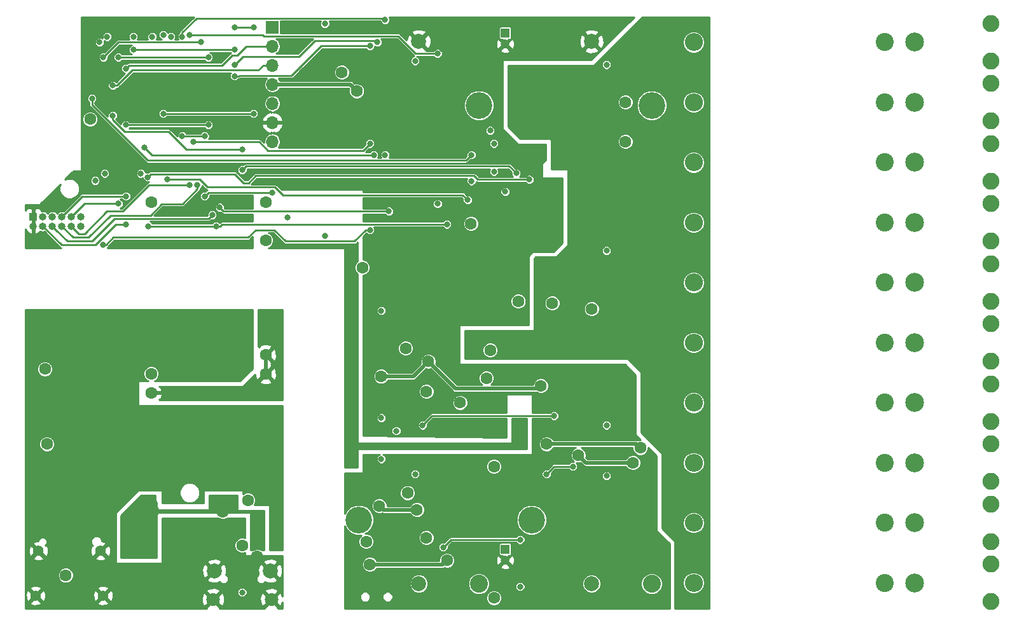
<source format=gbr>
G04 #@! TF.GenerationSoftware,KiCad,Pcbnew,5.0.2-bee76a0~70~ubuntu18.04.1*
G04 #@! TF.CreationDate,2019-01-05T16:01:42+00:00*
G04 #@! TF.ProjectId,OpenHardwareHolterMonitor,4f70656e-4861-4726-9477-617265486f6c,rev?*
G04 #@! TF.SameCoordinates,Original*
G04 #@! TF.FileFunction,Copper,L6,Bot*
G04 #@! TF.FilePolarity,Positive*
%FSLAX46Y46*%
G04 Gerber Fmt 4.6, Leading zero omitted, Abs format (unit mm)*
G04 Created by KiCad (PCBNEW 5.0.2-bee76a0~70~ubuntu18.04.1) date Sat 05 Jan 2019 04:01:42 PM GMT*
%MOMM*%
%LPD*%
G01*
G04 APERTURE LIST*
G04 #@! TA.AperFunction,ComponentPad*
%ADD10C,2.390000*%
G04 #@! TD*
G04 #@! TA.AperFunction,ComponentPad*
%ADD11C,3.550000*%
G04 #@! TD*
G04 #@! TA.AperFunction,ComponentPad*
%ADD12C,2.000000*%
G04 #@! TD*
G04 #@! TA.AperFunction,ComponentPad*
%ADD13O,1.000000X1.000000*%
G04 #@! TD*
G04 #@! TA.AperFunction,ComponentPad*
%ADD14R,1.000000X1.000000*%
G04 #@! TD*
G04 #@! TA.AperFunction,ComponentPad*
%ADD15C,1.600000*%
G04 #@! TD*
G04 #@! TA.AperFunction,ComponentPad*
%ADD16C,2.250000*%
G04 #@! TD*
G04 #@! TA.AperFunction,ComponentPad*
%ADD17C,2.500000*%
G04 #@! TD*
G04 #@! TA.AperFunction,ComponentPad*
%ADD18C,2.400000*%
G04 #@! TD*
G04 #@! TA.AperFunction,ComponentPad*
%ADD19O,2.400000X2.400000*%
G04 #@! TD*
G04 #@! TA.AperFunction,ComponentPad*
%ADD20C,1.800000*%
G04 #@! TD*
G04 #@! TA.AperFunction,ComponentPad*
%ADD21C,1.400000*%
G04 #@! TD*
G04 #@! TA.AperFunction,ComponentPad*
%ADD22O,1.700000X1.700000*%
G04 #@! TD*
G04 #@! TA.AperFunction,ComponentPad*
%ADD23R,1.700000X1.700000*%
G04 #@! TD*
G04 #@! TA.AperFunction,ComponentPad*
%ADD24R,1.200000X1.200000*%
G04 #@! TD*
G04 #@! TA.AperFunction,ComponentPad*
%ADD25C,1.200000*%
G04 #@! TD*
G04 #@! TA.AperFunction,ViaPad*
%ADD26C,1.600000*%
G04 #@! TD*
G04 #@! TA.AperFunction,ViaPad*
%ADD27C,0.800000*%
G04 #@! TD*
G04 #@! TA.AperFunction,Conductor*
%ADD28C,0.500000*%
G04 #@! TD*
G04 #@! TA.AperFunction,Conductor*
%ADD29C,0.250000*%
G04 #@! TD*
G04 #@! TA.AperFunction,Conductor*
%ADD30C,0.254000*%
G04 #@! TD*
G04 APERTURE END LIST*
D10*
G04 #@! TO.P,BT2,5*
G04 #@! TO.N,N/C*
X223000000Y-96110000D03*
D11*
G04 #@! TO.P,BT2,4*
X207000000Y-87600000D03*
G04 #@! TO.P,BT2,3*
X223000000Y-32400000D03*
D12*
G04 #@! TO.P,BT2,1*
G04 #@! TO.N,Net-(BT2-Pad1)*
X215000000Y-96110000D03*
G04 #@! TO.P,BT2,2*
G04 #@! TO.N,GND*
X215000000Y-23890000D03*
G04 #@! TD*
D10*
G04 #@! TO.P,BT1,5*
G04 #@! TO.N,N/C*
X200000000Y-96110000D03*
D11*
G04 #@! TO.P,BT1,4*
X184000000Y-87600000D03*
G04 #@! TO.P,BT1,3*
X200000000Y-32400000D03*
D12*
G04 #@! TO.P,BT1,1*
G04 #@! TO.N,Net-(BT1-Pad1)*
X192000000Y-96110000D03*
G04 #@! TO.P,BT1,2*
G04 #@! TO.N,GND*
X192000000Y-23890000D03*
G04 #@! TD*
D13*
G04 #@! TO.P,J1,12*
G04 #@! TO.N,/IO39*
X147040000Y-48500000D03*
G04 #@! TO.P,J1,11*
G04 #@! TO.N,/IO36*
X147040000Y-47230000D03*
G04 #@! TO.P,J1,10*
G04 #@! TO.N,/IO27*
X145770000Y-48500000D03*
G04 #@! TO.P,J1,9*
G04 #@! TO.N,/IO15*
X145770000Y-47230000D03*
G04 #@! TO.P,J1,8*
G04 #@! TO.N,/IO14*
X144500000Y-48500000D03*
G04 #@! TO.P,J1,7*
G04 #@! TO.N,/IO13*
X144500000Y-47230000D03*
G04 #@! TO.P,J1,6*
G04 #@! TO.N,/IO12*
X143230000Y-48500000D03*
G04 #@! TO.P,J1,5*
G04 #@! TO.N,/IO4*
X143230000Y-47230000D03*
G04 #@! TO.P,J1,4*
G04 #@! TO.N,/IO2*
X141960000Y-48500000D03*
G04 #@! TO.P,J1,3*
G04 #@! TO.N,+3V3*
X141960000Y-47230000D03*
G04 #@! TO.P,J1,2*
G04 #@! TO.N,GND*
X140690000Y-48500000D03*
D14*
G04 #@! TO.P,J1,1*
X140690000Y-47230000D03*
G04 #@! TD*
D15*
G04 #@! TO.P,U7,11*
G04 #@! TO.N,Net-(U7-Pad11)*
X156380000Y-45300000D03*
G04 #@! TO.P,U7,14*
G04 #@! TO.N,/power/V_ISO*
X171620000Y-45300000D03*
G04 #@! TO.P,U7,16*
G04 #@! TO.N,GND*
X171620000Y-50380000D03*
G04 #@! TO.P,U7,1*
G04 #@! TO.N,Net-(C41-Pad1)*
X156380000Y-70700000D03*
G04 #@! TO.P,U7,2*
G04 #@! TO.N,Net-(C41-Pad2)*
X156380000Y-68160000D03*
G04 #@! TO.P,U7,23*
G04 #@! TO.N,Net-(C41-Pad1)*
X171620000Y-68160000D03*
G04 #@! TO.P,U7,22*
X171620000Y-65620000D03*
G04 #@! TD*
D16*
G04 #@! TO.P,J2,3*
G04 #@! TO.N,N/C*
X268200000Y-21500000D03*
G04 #@! TO.P,J2,2*
X268200000Y-26500000D03*
D17*
G04 #@! TO.P,J2,1*
G04 #@! TO.N,/ads1298/RLDOUT*
X258000000Y-24000000D03*
G04 #@! TD*
D16*
G04 #@! TO.P,J4,3*
G04 #@! TO.N,N/C*
X268200000Y-37500000D03*
G04 #@! TO.P,J4,2*
X268200000Y-42500000D03*
D17*
G04 #@! TO.P,J4,1*
G04 #@! TO.N,/ads1298/IN1_8N*
X258000000Y-40000000D03*
G04 #@! TD*
D16*
G04 #@! TO.P,J5,3*
G04 #@! TO.N,N/C*
X268200000Y-45500000D03*
G04 #@! TO.P,J5,2*
X268200000Y-50500000D03*
D17*
G04 #@! TO.P,J5,1*
G04 #@! TO.N,/ads1298/IN2P*
X258000000Y-48000000D03*
G04 #@! TD*
D16*
G04 #@! TO.P,J6,3*
G04 #@! TO.N,N/C*
X268200000Y-53500000D03*
G04 #@! TO.P,J6,2*
X268200000Y-58500000D03*
D17*
G04 #@! TO.P,J6,1*
G04 #@! TO.N,/ads1298/IN3P*
X258000000Y-56000000D03*
G04 #@! TD*
D16*
G04 #@! TO.P,J7,3*
G04 #@! TO.N,N/C*
X268200000Y-61500000D03*
G04 #@! TO.P,J7,2*
X268200000Y-66500000D03*
D17*
G04 #@! TO.P,J7,1*
G04 #@! TO.N,/ads1298/IN4P*
X258000000Y-64000000D03*
G04 #@! TD*
D16*
G04 #@! TO.P,J8,3*
G04 #@! TO.N,N/C*
X268200000Y-69500000D03*
G04 #@! TO.P,J8,2*
X268200000Y-74500000D03*
D17*
G04 #@! TO.P,J8,1*
G04 #@! TO.N,/ads1298/IN5P*
X258000000Y-72000000D03*
G04 #@! TD*
D16*
G04 #@! TO.P,J9,3*
G04 #@! TO.N,N/C*
X268200000Y-77500000D03*
G04 #@! TO.P,J9,2*
X268200000Y-82500000D03*
D17*
G04 #@! TO.P,J9,1*
G04 #@! TO.N,/ads1298/IN6P*
X258000000Y-80000000D03*
G04 #@! TD*
D16*
G04 #@! TO.P,J11,3*
G04 #@! TO.N,N/C*
X268200000Y-93500000D03*
G04 #@! TO.P,J11,2*
X268200000Y-98500000D03*
D17*
G04 #@! TO.P,J11,1*
G04 #@! TO.N,/ads1298/IN8P*
X258000000Y-96000000D03*
G04 #@! TD*
D18*
G04 #@! TO.P,R24,1*
G04 #@! TO.N,/ads1298/IN6P*
X254000000Y-80000000D03*
D19*
G04 #@! TO.P,R24,2*
G04 #@! TO.N,Net-(C31-Pad1)*
X228600000Y-80000000D03*
G04 #@! TD*
D18*
G04 #@! TO.P,R25,1*
G04 #@! TO.N,/ads1298/IN7P*
X254000000Y-88000000D03*
D19*
G04 #@! TO.P,R25,2*
G04 #@! TO.N,Net-(C32-Pad1)*
X228600000Y-88000000D03*
G04 #@! TD*
D18*
G04 #@! TO.P,R26,1*
G04 #@! TO.N,/ads1298/IN8P*
X254000000Y-96000000D03*
D19*
G04 #@! TO.P,R26,2*
G04 #@! TO.N,Net-(C33-Pad1)*
X228600000Y-96000000D03*
G04 #@! TD*
D18*
G04 #@! TO.P,R17,1*
G04 #@! TO.N,/ads1298/RLDOUT*
X254000000Y-24000000D03*
D19*
G04 #@! TO.P,R17,2*
G04 #@! TO.N,/ads1298/RLDOUT_FILT*
X228600000Y-24000000D03*
G04 #@! TD*
D18*
G04 #@! TO.P,R18,1*
G04 #@! TO.N,/ads1298/INP1*
X254000000Y-32000000D03*
D19*
G04 #@! TO.P,R18,2*
G04 #@! TO.N,Net-(C25-Pad1)*
X228600000Y-32000000D03*
G04 #@! TD*
D18*
G04 #@! TO.P,R19,1*
G04 #@! TO.N,/ads1298/IN1_8N*
X254000000Y-40000000D03*
D19*
G04 #@! TO.P,R19,2*
G04 #@! TO.N,Net-(C26-Pad1)*
X228600000Y-40000000D03*
G04 #@! TD*
D18*
G04 #@! TO.P,R20,1*
G04 #@! TO.N,/ads1298/IN2P*
X254000000Y-48000000D03*
D19*
G04 #@! TO.P,R20,2*
G04 #@! TO.N,Net-(C27-Pad1)*
X228600000Y-48000000D03*
G04 #@! TD*
D18*
G04 #@! TO.P,R21,1*
G04 #@! TO.N,/ads1298/IN3P*
X254000000Y-56000000D03*
D19*
G04 #@! TO.P,R21,2*
G04 #@! TO.N,Net-(C28-Pad1)*
X228600000Y-56000000D03*
G04 #@! TD*
D18*
G04 #@! TO.P,R22,1*
G04 #@! TO.N,/ads1298/IN4P*
X254000000Y-64000000D03*
D19*
G04 #@! TO.P,R22,2*
G04 #@! TO.N,Net-(C29-Pad1)*
X228600000Y-64000000D03*
G04 #@! TD*
D18*
G04 #@! TO.P,R23,1*
G04 #@! TO.N,/ads1298/IN5P*
X254000000Y-72000000D03*
D19*
G04 #@! TO.P,R23,2*
G04 #@! TO.N,Net-(C30-Pad1)*
X228600000Y-72000000D03*
G04 #@! TD*
D16*
G04 #@! TO.P,J10,3*
G04 #@! TO.N,N/C*
X268200000Y-85500000D03*
G04 #@! TO.P,J10,2*
X268200000Y-90500000D03*
D17*
G04 #@! TO.P,J10,1*
G04 #@! TO.N,/ads1298/IN7P*
X258000000Y-88000000D03*
G04 #@! TD*
D16*
G04 #@! TO.P,J3,3*
G04 #@! TO.N,N/C*
X268200000Y-29500000D03*
G04 #@! TO.P,J3,2*
X268200000Y-34500000D03*
D17*
G04 #@! TO.P,J3,1*
G04 #@! TO.N,/ads1298/INP1*
X258000000Y-32000000D03*
G04 #@! TD*
D20*
G04 #@! TO.P,J12,6*
G04 #@! TO.N,GNDPWR*
X172375000Y-98200000D03*
X164625000Y-98200000D03*
D12*
X172225000Y-94400000D03*
X164775000Y-94400000D03*
G04 #@! TD*
D21*
G04 #@! TO.P,J13,S1*
G04 #@! TO.N,GNDPWR*
X141010000Y-97690000D03*
X149990000Y-97690000D03*
X149630000Y-91740000D03*
X141370000Y-91740000D03*
G04 #@! TD*
D22*
G04 #@! TO.P,P1,7*
G04 #@! TO.N,/RTS*
X172500000Y-37240000D03*
G04 #@! TO.P,P1,6*
G04 #@! TO.N,GND*
X172500000Y-34700000D03*
G04 #@! TO.P,P1,5*
G04 #@! TO.N,/CTS*
X172500000Y-32160000D03*
G04 #@! TO.P,P1,4*
G04 #@! TO.N,/FTDI_V*
X172500000Y-29620000D03*
G04 #@! TO.P,P1,3*
G04 #@! TO.N,/TXD0*
X172500000Y-27080000D03*
G04 #@! TO.P,P1,2*
G04 #@! TO.N,/RXD0*
X172500000Y-24540000D03*
D23*
G04 #@! TO.P,P1,1*
G04 #@! TO.N,/DTR*
X172500000Y-22000000D03*
G04 #@! TD*
D24*
G04 #@! TO.P,TH1,1*
G04 #@! TO.N,Net-(R31-Pad1)*
X203500000Y-22750000D03*
D25*
G04 #@! TO.P,TH1,2*
G04 #@! TO.N,GND*
X203500000Y-24250000D03*
G04 #@! TD*
D24*
G04 #@! TO.P,TH2,1*
G04 #@! TO.N,Net-(R32-Pad1)*
X203500000Y-91500000D03*
D25*
G04 #@! TO.P,TH2,2*
G04 #@! TO.N,GND*
X203500000Y-93000000D03*
G04 #@! TD*
D26*
G04 #@! TO.N,GND*
X163000000Y-46000000D03*
X159750000Y-31250000D03*
X214000000Y-47500000D03*
D27*
X219500000Y-57000000D03*
D26*
X213221423Y-61500000D03*
X213250000Y-55500000D03*
X203300000Y-55500000D03*
X218250000Y-28600000D03*
X218250000Y-33550000D03*
X211800000Y-33500000D03*
X209750000Y-28500000D03*
X206250000Y-33000000D03*
X226000000Y-22000000D03*
X193000000Y-98000000D03*
X221500000Y-86500000D03*
X216000000Y-98000000D03*
D27*
X206500000Y-80500000D03*
X194500000Y-79500000D03*
X194500000Y-72500000D03*
D26*
X182000000Y-43000000D03*
D27*
X169000000Y-42000000D03*
X159000000Y-46274990D03*
X177000000Y-23900001D03*
X190775000Y-31500000D03*
X155500000Y-51000000D03*
X151000000Y-43500000D03*
D26*
X199500000Y-63250000D03*
X206000000Y-39250000D03*
X229000002Y-29250000D03*
X229000000Y-37500000D03*
X229000000Y-45500000D03*
X229000000Y-53500000D03*
X229000000Y-61500000D03*
X229000000Y-69500000D03*
X228999998Y-77500000D03*
X229000000Y-93500006D03*
X229000000Y-85500000D03*
X202300000Y-52000000D03*
X211000000Y-83250000D03*
X183000000Y-93000000D03*
X200250000Y-75250000D03*
X215250000Y-75749992D03*
X183066661Y-84986655D03*
X177750000Y-32000000D03*
X186000000Y-28500000D03*
X169500000Y-36000000D03*
X148250000Y-36500000D03*
X148000000Y-25250000D03*
X214500000Y-42500000D03*
X213000000Y-41250000D03*
X215500000Y-41000000D03*
X208250000Y-62750012D03*
X210000000Y-47250008D03*
X197899564Y-85659898D03*
X192900000Y-36025000D03*
X197750000Y-68969999D03*
G04 #@! TO.N,+3V3*
X215000000Y-59500000D03*
X205250000Y-58500000D03*
X219500000Y-32000000D03*
X219500000Y-37250000D03*
X202000000Y-98000000D03*
D27*
X199000000Y-42500000D03*
D26*
X201500000Y-65000000D03*
X201000000Y-68750000D03*
X202000000Y-80500016D03*
X181750000Y-28000000D03*
X148249998Y-34250000D03*
X209750002Y-58750000D03*
X198945293Y-48167940D03*
G04 #@! TO.N,/power/MUX_POWER_OUT*
X142500000Y-77500000D03*
X142225000Y-67500000D03*
G04 #@! TO.N,GNDPWR*
X157000000Y-76000000D03*
X170500000Y-92500000D03*
X158500000Y-74750000D03*
X150000000Y-76000000D03*
X153000000Y-82000000D03*
X153500000Y-63000000D03*
X162000000Y-61000000D03*
X164000000Y-88500000D03*
X173000000Y-87000000D03*
X163000000Y-67750000D03*
X171999988Y-81750000D03*
G04 #@! TO.N,/power/USB_C_IN*
X156675000Y-86425000D03*
X165925000Y-86500000D03*
G04 #@! TO.N,/power/USB_MICRO_IN*
X168500000Y-91000000D03*
X169250000Y-85000000D03*
G04 #@! TO.N,Net-(C40-Pad1)*
X197500000Y-72000000D03*
X185485270Y-93549952D03*
X195750000Y-93000000D03*
G04 #@! TO.N,/power/REGULATOR_IN*
X187000000Y-68500000D03*
X221500000Y-78000000D03*
X209000000Y-77500000D03*
X193250000Y-66500000D03*
X208250000Y-69750000D03*
X185000000Y-90500000D03*
G04 #@! TO.N,/FTDI_V*
X184500000Y-54000000D03*
X183750000Y-30500000D03*
G04 #@! TO.N,/power/V_ISO*
X183000000Y-77000000D03*
X205250000Y-77249978D03*
D27*
G04 #@! TO.N,+5V*
X168500000Y-97250000D03*
D26*
G04 #@! TO.N,+5C*
X145000000Y-95000000D03*
D27*
G04 #@! TO.N,/IO2*
X167500000Y-25000000D03*
X154000000Y-25000000D03*
X153026682Y-48282349D03*
G04 #@! TO.N,/IO4*
X163000000Y-24000000D03*
X148919135Y-42419135D03*
X150000000Y-26000014D03*
G04 #@! TO.N,/IO12*
X164500000Y-47000000D03*
G04 #@! TO.N,/IO13*
X153000000Y-35000000D03*
X164000000Y-35000000D03*
X153012660Y-44512660D03*
G04 #@! TO.N,/IO14*
X162500000Y-43000000D03*
G04 #@! TO.N,/IO15*
X164000000Y-26000000D03*
X152000000Y-45500000D03*
X152000000Y-26000002D03*
G04 #@! TO.N,/IO27*
X161500000Y-43000000D03*
G04 #@! TO.N,/DTR*
X174500000Y-47375001D03*
G04 #@! TO.N,/RXD0*
X153000000Y-27500000D03*
G04 #@! TO.N,/TXD0*
X151249998Y-29750000D03*
G04 #@! TO.N,/EN*
X185500000Y-49000000D03*
X150000000Y-50999974D03*
X150192788Y-41486324D03*
G04 #@! TO.N,/IO0*
X179500000Y-21549999D03*
X170000000Y-22000000D03*
X167500000Y-22000000D03*
X179500000Y-49750000D03*
G04 #@! TO.N,/Enable_vbat_read*
X163500000Y-44500000D03*
X172500000Y-44000000D03*
G04 #@! TO.N,/MOSI*
X199000000Y-39000000D03*
X149500000Y-24000000D03*
X148500000Y-31500000D03*
G04 #@! TO.N,/CLK*
X170000000Y-33500000D03*
X158000000Y-33500000D03*
X158000000Y-23000000D03*
G04 #@! TO.N,/ads1298/ADS_SCLK*
X203500000Y-43900000D03*
X201500000Y-35750000D03*
G04 #@! TO.N,/ads1298/ADS_~CS~*
X202000000Y-41225000D03*
X202000000Y-37500000D03*
G04 #@! TO.N,/read_bat_1*
X156000000Y-48500000D03*
X165000000Y-48500000D03*
X205500000Y-96500000D03*
X155000008Y-41500000D03*
X195750000Y-48250000D03*
X195250000Y-91250004D03*
X205500000Y-90250000D03*
G04 #@! TO.N,/read_bat_2*
X155500000Y-38000000D03*
X187000000Y-59750000D03*
X186000000Y-39000000D03*
G04 #@! TO.N,/MISO*
X198500000Y-45000000D03*
X158509735Y-42275000D03*
X156500000Y-23275000D03*
G04 #@! TO.N,Net-(R29-Pad1)*
X187000000Y-74025000D03*
X187000000Y-79500000D03*
G04 #@! TO.N,Net-(R30-Pad1)*
X217000000Y-75000000D03*
X217000000Y-81750000D03*
G04 #@! TO.N,Net-(R31-Pad2)*
X191500000Y-81500000D03*
X191500000Y-26500000D03*
G04 #@! TO.N,Net-(R32-Pad2)*
X209000000Y-81500000D03*
X212500000Y-80500000D03*
G04 #@! TO.N,/ads1298/RLDOUT_FILT*
X217000000Y-51750000D03*
X217000000Y-27000000D03*
G04 #@! TO.N,/~CS~*
X159000000Y-23275000D03*
X185500000Y-37500000D03*
X162000006Y-37250000D03*
G04 #@! TO.N,/~DRDY~_IN*
X194500000Y-45500000D03*
X161500000Y-23000000D03*
X194500000Y-25499990D03*
G04 #@! TO.N,/START_OUT*
X160500000Y-23275000D03*
X187500000Y-21000000D03*
X187500000Y-39000000D03*
G04 #@! TO.N,/~RESET~_OUT*
X206700000Y-42275000D03*
X155910000Y-41962347D03*
X154000000Y-23275000D03*
G04 #@! TO.N,/~PWDN~_OUT*
X204962656Y-41437336D03*
X168500000Y-41000000D03*
X168500000Y-38275000D03*
X150500000Y-23275000D03*
X151250000Y-33750000D03*
G04 #@! TO.N,/SD_DAT1*
X167500000Y-27000000D03*
X186500000Y-24000000D03*
G04 #@! TO.N,/SD_DAT0*
X167500000Y-28500000D03*
X185500000Y-24500000D03*
D26*
G04 #@! TO.N,Net-(BT1-Pad1)*
X193000000Y-90000000D03*
X193000000Y-70500000D03*
G04 #@! TO.N,Net-(D12-Pad2)*
X220500000Y-80000000D03*
X213250000Y-79000000D03*
G04 #@! TO.N,Net-(D6-Pad2)*
X190500000Y-84000000D03*
X190250008Y-64750000D03*
G04 #@! TO.N,Net-(Q10-Pad2)*
X186750000Y-85750000D03*
X191750008Y-86250000D03*
D27*
G04 #@! TO.N,/Enable_Charging*
X192500000Y-75000000D03*
X160500000Y-36500000D03*
X163500000Y-36500000D03*
X165500000Y-46000000D03*
X188000000Y-46500000D03*
X209999992Y-73750000D03*
X189000000Y-75750000D03*
G04 #@! TD*
D28*
G04 #@! TO.N,/power/USB_C_IN*
X156675000Y-86425000D02*
X165850000Y-86425000D01*
X165850000Y-86425000D02*
X165925000Y-86500000D01*
G04 #@! TO.N,Net-(C40-Pad1)*
X185485270Y-93549952D02*
X195200048Y-93549952D01*
X195200048Y-93549952D02*
X195750000Y-93000000D01*
G04 #@! TO.N,Net-(C41-Pad1)*
X171620000Y-65620000D02*
X171620000Y-68160000D01*
X169080000Y-70700000D02*
X171620000Y-68160000D01*
X156380000Y-70700000D02*
X169080000Y-70700000D01*
G04 #@! TO.N,/power/REGULATOR_IN*
X221500000Y-78000000D02*
X221000000Y-77500000D01*
X221000000Y-77500000D02*
X209000000Y-77500000D01*
X192450001Y-67299999D02*
X193250000Y-66500000D01*
X191250000Y-68500000D02*
X192450001Y-67299999D01*
X187000000Y-68500000D02*
X191250000Y-68500000D01*
X196899999Y-70149999D02*
X207850001Y-70149999D01*
X207850001Y-70149999D02*
X208250000Y-69750000D01*
X193250000Y-66500000D02*
X196899999Y-70149999D01*
G04 #@! TO.N,/FTDI_V*
X172500000Y-29620000D02*
X182870000Y-29620000D01*
X182870000Y-29620000D02*
X182950001Y-29700001D01*
X182950001Y-29700001D02*
X183750000Y-30500000D01*
G04 #@! TO.N,/power/V_ISO*
X204699979Y-77799999D02*
X204850001Y-77649977D01*
X204850001Y-77649977D02*
X205250000Y-77249978D01*
X183799999Y-77799999D02*
X204699979Y-77799999D01*
X183000000Y-77000000D02*
X183799999Y-77799999D01*
D29*
G04 #@! TO.N,/IO2*
X167500000Y-25000000D02*
X154000000Y-25000000D01*
X148926972Y-51000000D02*
X151644623Y-48282349D01*
X152460997Y-48282349D02*
X153026682Y-48282349D01*
X151644623Y-48282349D02*
X152460997Y-48282349D01*
X141960000Y-48500000D02*
X144460000Y-51000000D01*
X144460000Y-51000000D02*
X148926972Y-51000000D01*
G04 #@! TO.N,/IO4*
X163000000Y-24000000D02*
X152000014Y-24000000D01*
X150399999Y-25600015D02*
X150000000Y-26000014D01*
X152000014Y-24000000D02*
X150399999Y-25600015D01*
G04 #@! TO.N,/IO12*
X145230000Y-50500000D02*
X143729999Y-48999999D01*
X151499999Y-47500001D02*
X148500000Y-50500000D01*
X148500000Y-50500000D02*
X145230000Y-50500000D01*
X164500000Y-47000000D02*
X163999999Y-47500001D01*
X143729999Y-48999999D02*
X143230000Y-48500000D01*
X163999999Y-47500001D02*
X151499999Y-47500001D01*
G04 #@! TO.N,/IO13*
X153000000Y-35000000D02*
X164000000Y-35000000D01*
X144500000Y-47230000D02*
X147217340Y-44512660D01*
X152446975Y-44512660D02*
X153012660Y-44512660D01*
X147217340Y-44512660D02*
X152446975Y-44512660D01*
G04 #@! TO.N,/IO14*
X162500000Y-43073002D02*
X162500000Y-43000000D01*
X162500000Y-43565685D02*
X162500000Y-43000000D01*
X160515696Y-45549989D02*
X162500000Y-43565685D01*
X146000000Y-50000000D02*
X148000000Y-50000000D01*
X157795013Y-45549989D02*
X160515696Y-45549989D01*
X148000000Y-50000000D02*
X150950010Y-47049990D01*
X144500000Y-48500000D02*
X146000000Y-50000000D01*
X150950010Y-47049990D02*
X156295012Y-47049990D01*
X156295012Y-47049990D02*
X157795013Y-45549989D01*
G04 #@! TO.N,/IO15*
X145770000Y-47230000D02*
X147500000Y-45500000D01*
X147500000Y-45500000D02*
X151434315Y-45500000D01*
X151434315Y-45500000D02*
X152000000Y-45500000D01*
X152000002Y-26000000D02*
X152000000Y-26000002D01*
X164000000Y-26000000D02*
X152000002Y-26000000D01*
G04 #@! TO.N,/IO27*
X156073002Y-43000000D02*
X152573002Y-46500000D01*
X161500000Y-43000000D02*
X156073002Y-43000000D01*
X146269999Y-48999999D02*
X145770000Y-48500000D01*
X152573002Y-46500000D02*
X150500000Y-46500000D01*
X150500000Y-46500000D02*
X147500000Y-49500000D01*
X147500000Y-49500000D02*
X146770000Y-49500000D01*
X146770000Y-49500000D02*
X146269999Y-48999999D01*
G04 #@! TO.N,/RXD0*
X167151999Y-25725001D02*
X165776999Y-27100001D01*
X169033002Y-24540000D02*
X167848001Y-25725001D01*
X165776999Y-27100001D02*
X153399999Y-27100001D01*
X172500000Y-24540000D02*
X169033002Y-24540000D01*
X153399999Y-27100001D02*
X153000000Y-27500000D01*
X167848001Y-25725001D02*
X167151999Y-25725001D01*
G04 #@! TO.N,/TXD0*
X171297919Y-27080000D02*
X170652918Y-27725001D01*
X151815683Y-29750000D02*
X151249998Y-29750000D01*
X153840682Y-27725001D02*
X151815683Y-29750000D01*
X170652918Y-27725001D02*
X153840682Y-27725001D01*
X172500000Y-27080000D02*
X171297919Y-27080000D01*
G04 #@! TO.N,/EN*
X184934315Y-49000000D02*
X185500000Y-49000000D01*
X183434315Y-50500000D02*
X184934315Y-49000000D01*
X174250000Y-50500000D02*
X183434315Y-50500000D01*
X150361436Y-50999974D02*
X151361410Y-50000000D01*
X150000000Y-50999974D02*
X150361436Y-50999974D01*
X151361410Y-50000000D02*
X169250000Y-50000000D01*
X170250000Y-49000000D02*
X172750000Y-49000000D01*
X169250000Y-50000000D02*
X170250000Y-49000000D01*
X172750000Y-49000000D02*
X174250000Y-50500000D01*
G04 #@! TO.N,/IO0*
X170000000Y-22000000D02*
X167500000Y-22000000D01*
G04 #@! TO.N,/Enable_vbat_read*
X171254998Y-44000000D02*
X172500000Y-44000000D01*
X163500000Y-44500000D02*
X164000000Y-44000000D01*
X164000000Y-44000000D02*
X171254998Y-44000000D01*
G04 #@! TO.N,/MOSI*
X148500000Y-32065685D02*
X148500000Y-31500000D01*
X148500000Y-32315685D02*
X148500000Y-32065685D01*
X155909316Y-39725001D02*
X148500000Y-32315685D01*
X199000000Y-39000000D02*
X198274999Y-39725001D01*
X198274999Y-39725001D02*
X155909316Y-39725001D01*
G04 #@! TO.N,/CLK*
X170000000Y-33500000D02*
X158000000Y-33500000D01*
G04 #@! TO.N,/read_bat_1*
X156000000Y-48500000D02*
X165000000Y-48500000D01*
X165000000Y-48500000D02*
X165565685Y-48500000D01*
X165565685Y-48500000D02*
X165815685Y-48250000D01*
X165815685Y-48250000D02*
X195750000Y-48250000D01*
X195250000Y-91250004D02*
X196250004Y-90250000D01*
X196250004Y-90250000D02*
X205500000Y-90250000D01*
G04 #@! TO.N,/read_bat_2*
X156500000Y-39000000D02*
X155500000Y-38000000D01*
X186000000Y-39000000D02*
X156500000Y-39000000D01*
G04 #@! TO.N,/MISO*
X198500000Y-45000000D02*
X197848001Y-44348001D01*
X173921003Y-44348001D02*
X172848001Y-43274999D01*
X172848001Y-43274999D02*
X163848001Y-43274999D01*
X163848001Y-43274999D02*
X162848002Y-42275000D01*
X197848001Y-44348001D02*
X173921003Y-44348001D01*
X162848002Y-42275000D02*
X158509735Y-42275000D01*
G04 #@! TO.N,Net-(R32-Pad2)*
X209000000Y-81500000D02*
X210000000Y-80500000D01*
X211934315Y-80500000D02*
X212500000Y-80500000D01*
X210000000Y-80500000D02*
X211934315Y-80500000D01*
G04 #@! TO.N,/~CS~*
X185500000Y-37500000D02*
X184584999Y-38415001D01*
X184584999Y-38415001D02*
X171935999Y-38415001D01*
X170770998Y-37250000D02*
X162565691Y-37250000D01*
X162565691Y-37250000D02*
X162000006Y-37250000D01*
X171935999Y-38415001D02*
X170770998Y-37250000D01*
G04 #@! TO.N,/~DRDY~_IN*
X193934315Y-25499990D02*
X194500000Y-25499990D01*
X191572992Y-25499990D02*
X193934315Y-25499990D01*
X189248003Y-23175001D02*
X191572992Y-25499990D01*
X171389999Y-23175001D02*
X189248003Y-23175001D01*
X171214998Y-23000000D02*
X171389999Y-23175001D01*
X161500000Y-23000000D02*
X171214998Y-23000000D01*
G04 #@! TO.N,/START_OUT*
X187324999Y-20824999D02*
X187500000Y-21000000D01*
X162384316Y-20824999D02*
X187324999Y-20824999D01*
X160500000Y-23275000D02*
X160500000Y-22709315D01*
X160500000Y-22709315D02*
X162384316Y-20824999D01*
G04 #@! TO.N,/~RESET~_OUT*
X156322348Y-41549999D02*
X155910000Y-41962347D01*
X167476997Y-41549999D02*
X156322348Y-41549999D01*
X206700000Y-42275000D02*
X199848002Y-42275000D01*
X199348001Y-41774999D02*
X170298003Y-41774999D01*
X170298003Y-41774999D02*
X169348001Y-42725001D01*
X169348001Y-42725001D02*
X168651999Y-42725001D01*
X199848002Y-42275000D02*
X199348001Y-41774999D01*
X168651999Y-42725001D02*
X167476997Y-41549999D01*
G04 #@! TO.N,/~PWDN~_OUT*
X169000001Y-40499999D02*
X168500000Y-41000000D01*
X204962656Y-41437336D02*
X204025319Y-40499999D01*
X204025319Y-40499999D02*
X169000001Y-40499999D01*
X151250000Y-34315685D02*
X151250000Y-33750000D01*
X168500000Y-38275000D02*
X161048002Y-38275000D01*
X158673001Y-35899999D02*
X152834314Y-35899999D01*
X152834314Y-35899999D02*
X151250000Y-34315685D01*
X161048002Y-38275000D02*
X158673001Y-35899999D01*
G04 #@! TO.N,/SD_DAT1*
X186274999Y-23774999D02*
X186500000Y-24000000D01*
X178198004Y-23774999D02*
X186274999Y-23774999D01*
X167500000Y-27000000D02*
X168595001Y-25904999D01*
X176068004Y-25904999D02*
X178198004Y-23774999D01*
X168595001Y-25904999D02*
X176068004Y-25904999D01*
G04 #@! TO.N,/SD_DAT0*
X167500000Y-28500000D02*
X168065685Y-28500000D01*
X168065685Y-28500000D02*
X168120686Y-28444999D01*
X175055001Y-28444999D02*
X179000000Y-24500000D01*
X179000000Y-24500000D02*
X185500000Y-24500000D01*
X168120686Y-28444999D02*
X175055001Y-28444999D01*
D28*
G04 #@! TO.N,Net-(D12-Pad2)*
X213649999Y-79399999D02*
X213250000Y-79000000D01*
X220500000Y-80000000D02*
X214250000Y-80000000D01*
X214250000Y-80000000D02*
X213649999Y-79399999D01*
G04 #@! TO.N,Net-(Q10-Pad2)*
X186750000Y-85750000D02*
X187250000Y-86250000D01*
X191184323Y-86250000D02*
X191750008Y-86250000D01*
X187250000Y-86250000D02*
X191184323Y-86250000D01*
D29*
G04 #@! TO.N,/Enable_Charging*
X160500000Y-36500000D02*
X163500000Y-36500000D01*
X165500000Y-46000000D02*
X166000000Y-46500000D01*
X166000000Y-46500000D02*
X188000000Y-46500000D01*
X209434307Y-73750000D02*
X209999992Y-73750000D01*
X193750000Y-73750000D02*
X209434307Y-73750000D01*
X192500000Y-75000000D02*
X193750000Y-73750000D01*
G04 #@! TD*
D30*
G04 #@! TO.N,/power/USB_C_IN*
G36*
X156873000Y-85000000D02*
X156882667Y-85048601D01*
X156910197Y-85089803D01*
X157123000Y-85302606D01*
X157123000Y-86250000D01*
X157132667Y-86298601D01*
X157160197Y-86339803D01*
X157201399Y-86367333D01*
X157250000Y-86377000D01*
X164000000Y-86377000D01*
X164048601Y-86367333D01*
X164089803Y-86339803D01*
X164117333Y-86298601D01*
X164127000Y-86250000D01*
X164127000Y-84377000D01*
X167873000Y-84377000D01*
X167873000Y-86250000D01*
X167882667Y-86298601D01*
X167910197Y-86339803D01*
X167951399Y-86367333D01*
X168000000Y-86377000D01*
X171373000Y-86377000D01*
X171373000Y-91623000D01*
X171117823Y-91623000D01*
X171098742Y-91603919D01*
X170710250Y-91443000D01*
X170289750Y-91443000D01*
X169901258Y-91603919D01*
X169882177Y-91623000D01*
X169627000Y-91623000D01*
X169627000Y-86750000D01*
X169617333Y-86701399D01*
X169589803Y-86660197D01*
X169548601Y-86632667D01*
X169500000Y-86623000D01*
X157250000Y-86623000D01*
X157201399Y-86632667D01*
X157160197Y-86660197D01*
X157132667Y-86701399D01*
X157123000Y-86750000D01*
X157123000Y-92623000D01*
X152377000Y-92623000D01*
X152377000Y-87052606D01*
X155052606Y-84377000D01*
X156873000Y-84377000D01*
X156873000Y-85000000D01*
X156873000Y-85000000D01*
G37*
X156873000Y-85000000D02*
X156882667Y-85048601D01*
X156910197Y-85089803D01*
X157123000Y-85302606D01*
X157123000Y-86250000D01*
X157132667Y-86298601D01*
X157160197Y-86339803D01*
X157201399Y-86367333D01*
X157250000Y-86377000D01*
X164000000Y-86377000D01*
X164048601Y-86367333D01*
X164089803Y-86339803D01*
X164117333Y-86298601D01*
X164127000Y-86250000D01*
X164127000Y-84377000D01*
X167873000Y-84377000D01*
X167873000Y-86250000D01*
X167882667Y-86298601D01*
X167910197Y-86339803D01*
X167951399Y-86367333D01*
X168000000Y-86377000D01*
X171373000Y-86377000D01*
X171373000Y-91623000D01*
X171117823Y-91623000D01*
X171098742Y-91603919D01*
X170710250Y-91443000D01*
X170289750Y-91443000D01*
X169901258Y-91603919D01*
X169882177Y-91623000D01*
X169627000Y-91623000D01*
X169627000Y-86750000D01*
X169617333Y-86701399D01*
X169589803Y-86660197D01*
X169548601Y-86632667D01*
X169500000Y-86623000D01*
X157250000Y-86623000D01*
X157201399Y-86632667D01*
X157160197Y-86660197D01*
X157132667Y-86701399D01*
X157123000Y-86750000D01*
X157123000Y-92623000D01*
X152377000Y-92623000D01*
X152377000Y-87052606D01*
X155052606Y-84377000D01*
X156873000Y-84377000D01*
X156873000Y-85000000D01*
G04 #@! TO.N,Net-(C41-Pad1)*
G36*
X173873000Y-71623000D02*
X157482608Y-71623000D01*
X157387747Y-71528139D01*
X157633864Y-71454005D01*
X157826965Y-70916777D01*
X157799778Y-70346546D01*
X157633864Y-69945995D01*
X157404806Y-69877000D01*
X168500000Y-69877000D01*
X168548601Y-69867333D01*
X168589803Y-69839803D01*
X169261861Y-69167745D01*
X170791861Y-69167745D01*
X170865995Y-69413864D01*
X171403223Y-69606965D01*
X171973454Y-69579778D01*
X172374005Y-69413864D01*
X172448139Y-69167745D01*
X171620000Y-68339605D01*
X170791861Y-69167745D01*
X169261861Y-69167745D01*
X170187295Y-68242311D01*
X170200222Y-68513454D01*
X170366136Y-68914005D01*
X170612255Y-68988139D01*
X171440395Y-68160000D01*
X171799605Y-68160000D01*
X172627745Y-68988139D01*
X172873864Y-68914005D01*
X173066965Y-68376777D01*
X173039778Y-67806546D01*
X172873864Y-67405995D01*
X172627745Y-67331861D01*
X171799605Y-68160000D01*
X171440395Y-68160000D01*
X171426252Y-68145858D01*
X171605858Y-67966252D01*
X171620000Y-67980395D01*
X172448139Y-67152255D01*
X172374005Y-66906136D01*
X172332291Y-66891142D01*
X172374005Y-66873864D01*
X172448139Y-66627745D01*
X171620000Y-65799605D01*
X171605858Y-65813748D01*
X171426252Y-65634142D01*
X171440395Y-65620000D01*
X171799605Y-65620000D01*
X172627745Y-66448139D01*
X172873864Y-66374005D01*
X173066965Y-65836777D01*
X173039778Y-65266546D01*
X172873864Y-64865995D01*
X172627745Y-64791861D01*
X171799605Y-65620000D01*
X171440395Y-65620000D01*
X171426252Y-65605858D01*
X171605858Y-65426252D01*
X171620000Y-65440395D01*
X172448139Y-64612255D01*
X172374005Y-64366136D01*
X171836777Y-64173035D01*
X171266546Y-64200222D01*
X170865995Y-64366136D01*
X170791861Y-64612253D01*
X170676986Y-64497378D01*
X170627000Y-64547364D01*
X170627000Y-59627000D01*
X173873000Y-59627000D01*
X173873000Y-71623000D01*
X173873000Y-71623000D01*
G37*
X173873000Y-71623000D02*
X157482608Y-71623000D01*
X157387747Y-71528139D01*
X157633864Y-71454005D01*
X157826965Y-70916777D01*
X157799778Y-70346546D01*
X157633864Y-69945995D01*
X157404806Y-69877000D01*
X168500000Y-69877000D01*
X168548601Y-69867333D01*
X168589803Y-69839803D01*
X169261861Y-69167745D01*
X170791861Y-69167745D01*
X170865995Y-69413864D01*
X171403223Y-69606965D01*
X171973454Y-69579778D01*
X172374005Y-69413864D01*
X172448139Y-69167745D01*
X171620000Y-68339605D01*
X170791861Y-69167745D01*
X169261861Y-69167745D01*
X170187295Y-68242311D01*
X170200222Y-68513454D01*
X170366136Y-68914005D01*
X170612255Y-68988139D01*
X171440395Y-68160000D01*
X171799605Y-68160000D01*
X172627745Y-68988139D01*
X172873864Y-68914005D01*
X173066965Y-68376777D01*
X173039778Y-67806546D01*
X172873864Y-67405995D01*
X172627745Y-67331861D01*
X171799605Y-68160000D01*
X171440395Y-68160000D01*
X171426252Y-68145858D01*
X171605858Y-67966252D01*
X171620000Y-67980395D01*
X172448139Y-67152255D01*
X172374005Y-66906136D01*
X172332291Y-66891142D01*
X172374005Y-66873864D01*
X172448139Y-66627745D01*
X171620000Y-65799605D01*
X171605858Y-65813748D01*
X171426252Y-65634142D01*
X171440395Y-65620000D01*
X171799605Y-65620000D01*
X172627745Y-66448139D01*
X172873864Y-66374005D01*
X173066965Y-65836777D01*
X173039778Y-65266546D01*
X172873864Y-64865995D01*
X172627745Y-64791861D01*
X171799605Y-65620000D01*
X171440395Y-65620000D01*
X171426252Y-65605858D01*
X171605858Y-65426252D01*
X171620000Y-65440395D01*
X172448139Y-64612255D01*
X172374005Y-64366136D01*
X171836777Y-64173035D01*
X171266546Y-64200222D01*
X170865995Y-64366136D01*
X170791861Y-64612253D01*
X170676986Y-64497378D01*
X170627000Y-64547364D01*
X170627000Y-59627000D01*
X173873000Y-59627000D01*
X173873000Y-71623000D01*
G36*
X156573748Y-70685858D02*
X156559605Y-70700000D01*
X156573748Y-70714142D01*
X156394142Y-70893748D01*
X156380000Y-70879605D01*
X156365858Y-70893748D01*
X156186252Y-70714142D01*
X156200395Y-70700000D01*
X156186252Y-70685858D01*
X156365858Y-70506252D01*
X156380000Y-70520395D01*
X156394142Y-70506252D01*
X156573748Y-70685858D01*
X156573748Y-70685858D01*
G37*
X156573748Y-70685858D02*
X156559605Y-70700000D01*
X156573748Y-70714142D01*
X156394142Y-70893748D01*
X156380000Y-70879605D01*
X156365858Y-70893748D01*
X156186252Y-70714142D01*
X156200395Y-70700000D01*
X156186252Y-70685858D01*
X156365858Y-70506252D01*
X156380000Y-70520395D01*
X156394142Y-70506252D01*
X156573748Y-70685858D01*
G04 #@! TO.N,/power/V_ISO*
G36*
X173953285Y-50743515D02*
X173974594Y-50775406D01*
X174100951Y-50859835D01*
X174212381Y-50882000D01*
X174212384Y-50882000D01*
X174249999Y-50889482D01*
X174287614Y-50882000D01*
X183396700Y-50882000D01*
X183434315Y-50889482D01*
X183471930Y-50882000D01*
X183471934Y-50882000D01*
X183583364Y-50859835D01*
X183709721Y-50775406D01*
X183731032Y-50743512D01*
X183873000Y-50601544D01*
X183873000Y-53132177D01*
X183603919Y-53401258D01*
X183443000Y-53789750D01*
X183443000Y-54210250D01*
X183603919Y-54598742D01*
X183873000Y-54867823D01*
X183873000Y-77250000D01*
X183882667Y-77298601D01*
X183910197Y-77339803D01*
X183951399Y-77367333D01*
X184000000Y-77377000D01*
X204250000Y-77377000D01*
X204298601Y-77367333D01*
X204339803Y-77339803D01*
X204367333Y-77298601D01*
X204377000Y-77250000D01*
X204377000Y-74132000D01*
X206373000Y-74132000D01*
X206373000Y-78123000D01*
X184000000Y-78123000D01*
X183951399Y-78132667D01*
X183910197Y-78160197D01*
X183882667Y-78201399D01*
X183873000Y-78250000D01*
X183873000Y-80623000D01*
X182127000Y-80623000D01*
X182127000Y-51500000D01*
X182117333Y-51451399D01*
X182089803Y-51410197D01*
X182048601Y-51382667D01*
X182000000Y-51373000D01*
X171984759Y-51373000D01*
X172218742Y-51276081D01*
X172516081Y-50978742D01*
X172677000Y-50590250D01*
X172677000Y-50169750D01*
X172516081Y-49781258D01*
X172218742Y-49483919D01*
X171972688Y-49382000D01*
X172591771Y-49382000D01*
X173953285Y-50743515D01*
X173953285Y-50743515D01*
G37*
X173953285Y-50743515D02*
X173974594Y-50775406D01*
X174100951Y-50859835D01*
X174212381Y-50882000D01*
X174212384Y-50882000D01*
X174249999Y-50889482D01*
X174287614Y-50882000D01*
X183396700Y-50882000D01*
X183434315Y-50889482D01*
X183471930Y-50882000D01*
X183471934Y-50882000D01*
X183583364Y-50859835D01*
X183709721Y-50775406D01*
X183731032Y-50743512D01*
X183873000Y-50601544D01*
X183873000Y-53132177D01*
X183603919Y-53401258D01*
X183443000Y-53789750D01*
X183443000Y-54210250D01*
X183603919Y-54598742D01*
X183873000Y-54867823D01*
X183873000Y-77250000D01*
X183882667Y-77298601D01*
X183910197Y-77339803D01*
X183951399Y-77367333D01*
X184000000Y-77377000D01*
X204250000Y-77377000D01*
X204298601Y-77367333D01*
X204339803Y-77339803D01*
X204367333Y-77298601D01*
X204377000Y-77250000D01*
X204377000Y-74132000D01*
X206373000Y-74132000D01*
X206373000Y-78123000D01*
X184000000Y-78123000D01*
X183951399Y-78132667D01*
X183910197Y-78160197D01*
X183882667Y-78201399D01*
X183873000Y-78250000D01*
X183873000Y-80623000D01*
X182127000Y-80623000D01*
X182127000Y-51500000D01*
X182117333Y-51451399D01*
X182089803Y-51410197D01*
X182048601Y-51382667D01*
X182000000Y-51373000D01*
X171984759Y-51373000D01*
X172218742Y-51276081D01*
X172516081Y-50978742D01*
X172677000Y-50590250D01*
X172677000Y-50169750D01*
X172516081Y-49781258D01*
X172218742Y-49483919D01*
X171972688Y-49382000D01*
X172591771Y-49382000D01*
X173953285Y-50743515D01*
G36*
X171813748Y-45285858D02*
X171799605Y-45300000D01*
X171813748Y-45314142D01*
X171634142Y-45493748D01*
X171620000Y-45479605D01*
X171605858Y-45493748D01*
X171426252Y-45314142D01*
X171440395Y-45300000D01*
X171426252Y-45285858D01*
X171605858Y-45106252D01*
X171620000Y-45120395D01*
X171634142Y-45106252D01*
X171813748Y-45285858D01*
X171813748Y-45285858D01*
G37*
X171813748Y-45285858D02*
X171799605Y-45300000D01*
X171813748Y-45314142D01*
X171634142Y-45493748D01*
X171620000Y-45479605D01*
X171605858Y-45493748D01*
X171426252Y-45314142D01*
X171440395Y-45300000D01*
X171426252Y-45285858D01*
X171605858Y-45106252D01*
X171620000Y-45120395D01*
X171634142Y-45106252D01*
X171813748Y-45285858D01*
G04 #@! TO.N,GND*
G36*
X230623000Y-99373000D02*
X226127000Y-99373000D01*
X226127000Y-96000000D01*
X227114456Y-96000000D01*
X227227536Y-96568493D01*
X227549562Y-97050438D01*
X228031507Y-97372464D01*
X228456499Y-97457000D01*
X228743501Y-97457000D01*
X229168493Y-97372464D01*
X229650438Y-97050438D01*
X229972464Y-96568493D01*
X230085544Y-96000000D01*
X229972464Y-95431507D01*
X229650438Y-94949562D01*
X229168493Y-94627536D01*
X228743501Y-94543000D01*
X228456499Y-94543000D01*
X228031507Y-94627536D01*
X227549562Y-94949562D01*
X227227536Y-95431507D01*
X227114456Y-96000000D01*
X226127000Y-96000000D01*
X226127000Y-90500000D01*
X226117333Y-90451399D01*
X226089803Y-90410197D01*
X224377000Y-88697394D01*
X224377000Y-88000000D01*
X227114456Y-88000000D01*
X227227536Y-88568493D01*
X227549562Y-89050438D01*
X228031507Y-89372464D01*
X228456499Y-89457000D01*
X228743501Y-89457000D01*
X229168493Y-89372464D01*
X229650438Y-89050438D01*
X229972464Y-88568493D01*
X230085544Y-88000000D01*
X229972464Y-87431507D01*
X229650438Y-86949562D01*
X229168493Y-86627536D01*
X228743501Y-86543000D01*
X228456499Y-86543000D01*
X228031507Y-86627536D01*
X227549562Y-86949562D01*
X227227536Y-87431507D01*
X227114456Y-88000000D01*
X224377000Y-88000000D01*
X224377000Y-80000000D01*
X227114456Y-80000000D01*
X227227536Y-80568493D01*
X227549562Y-81050438D01*
X228031507Y-81372464D01*
X228456499Y-81457000D01*
X228743501Y-81457000D01*
X229168493Y-81372464D01*
X229650438Y-81050438D01*
X229972464Y-80568493D01*
X230085544Y-80000000D01*
X229972464Y-79431507D01*
X229650438Y-78949562D01*
X229168493Y-78627536D01*
X228743501Y-78543000D01*
X228456499Y-78543000D01*
X228031507Y-78627536D01*
X227549562Y-78949562D01*
X227227536Y-79431507D01*
X227114456Y-80000000D01*
X224377000Y-80000000D01*
X224377000Y-78750000D01*
X224367333Y-78701399D01*
X224339803Y-78660197D01*
X221627000Y-75947394D01*
X221627000Y-72000000D01*
X227114456Y-72000000D01*
X227227536Y-72568493D01*
X227549562Y-73050438D01*
X228031507Y-73372464D01*
X228456499Y-73457000D01*
X228743501Y-73457000D01*
X229168493Y-73372464D01*
X229650438Y-73050438D01*
X229972464Y-72568493D01*
X230085544Y-72000000D01*
X229972464Y-71431507D01*
X229650438Y-70949562D01*
X229168493Y-70627536D01*
X228743501Y-70543000D01*
X228456499Y-70543000D01*
X228031507Y-70627536D01*
X227549562Y-70949562D01*
X227227536Y-71431507D01*
X227114456Y-72000000D01*
X221627000Y-72000000D01*
X221627000Y-68000000D01*
X221617333Y-67951399D01*
X221589803Y-67910197D01*
X219839803Y-66160197D01*
X219798601Y-66132667D01*
X219750000Y-66123000D01*
X198127000Y-66123000D01*
X198127000Y-64789750D01*
X200443000Y-64789750D01*
X200443000Y-65210250D01*
X200603919Y-65598742D01*
X200901258Y-65896081D01*
X201289750Y-66057000D01*
X201710250Y-66057000D01*
X202098742Y-65896081D01*
X202396081Y-65598742D01*
X202557000Y-65210250D01*
X202557000Y-64789750D01*
X202396081Y-64401258D01*
X202098742Y-64103919D01*
X201847860Y-64000000D01*
X227114456Y-64000000D01*
X227227536Y-64568493D01*
X227549562Y-65050438D01*
X228031507Y-65372464D01*
X228456499Y-65457000D01*
X228743501Y-65457000D01*
X229168493Y-65372464D01*
X229650438Y-65050438D01*
X229972464Y-64568493D01*
X230085544Y-64000000D01*
X229972464Y-63431507D01*
X229650438Y-62949562D01*
X229168493Y-62627536D01*
X228743501Y-62543000D01*
X228456499Y-62543000D01*
X228031507Y-62627536D01*
X227549562Y-62949562D01*
X227227536Y-63431507D01*
X227114456Y-64000000D01*
X201847860Y-64000000D01*
X201710250Y-63943000D01*
X201289750Y-63943000D01*
X200901258Y-64103919D01*
X200603919Y-64401258D01*
X200443000Y-64789750D01*
X198127000Y-64789750D01*
X198127000Y-62377000D01*
X207250000Y-62377000D01*
X207298601Y-62367333D01*
X207339803Y-62339803D01*
X207367333Y-62298601D01*
X207377000Y-62250000D01*
X207377000Y-58539750D01*
X208693002Y-58539750D01*
X208693002Y-58960250D01*
X208853921Y-59348742D01*
X209151260Y-59646081D01*
X209539752Y-59807000D01*
X209960252Y-59807000D01*
X210348744Y-59646081D01*
X210646083Y-59348742D01*
X210670518Y-59289750D01*
X213943000Y-59289750D01*
X213943000Y-59710250D01*
X214103919Y-60098742D01*
X214401258Y-60396081D01*
X214789750Y-60557000D01*
X215210250Y-60557000D01*
X215598742Y-60396081D01*
X215896081Y-60098742D01*
X216057000Y-59710250D01*
X216057000Y-59289750D01*
X215896081Y-58901258D01*
X215598742Y-58603919D01*
X215210250Y-58443000D01*
X214789750Y-58443000D01*
X214401258Y-58603919D01*
X214103919Y-58901258D01*
X213943000Y-59289750D01*
X210670518Y-59289750D01*
X210807002Y-58960250D01*
X210807002Y-58539750D01*
X210646083Y-58151258D01*
X210348744Y-57853919D01*
X209960252Y-57693000D01*
X209539752Y-57693000D01*
X209151260Y-57853919D01*
X208853921Y-58151258D01*
X208693002Y-58539750D01*
X207377000Y-58539750D01*
X207377000Y-56000000D01*
X227114456Y-56000000D01*
X227227536Y-56568493D01*
X227549562Y-57050438D01*
X228031507Y-57372464D01*
X228456499Y-57457000D01*
X228743501Y-57457000D01*
X229168493Y-57372464D01*
X229650438Y-57050438D01*
X229972464Y-56568493D01*
X230085544Y-56000000D01*
X229972464Y-55431507D01*
X229650438Y-54949562D01*
X229168493Y-54627536D01*
X228743501Y-54543000D01*
X228456499Y-54543000D01*
X228031507Y-54627536D01*
X227549562Y-54949562D01*
X227227536Y-55431507D01*
X227114456Y-56000000D01*
X207377000Y-56000000D01*
X207377000Y-52802606D01*
X207552606Y-52627000D01*
X210250000Y-52627000D01*
X210298601Y-52617333D01*
X210339803Y-52589803D01*
X211310291Y-51619315D01*
X216343000Y-51619315D01*
X216343000Y-51880685D01*
X216443023Y-52122160D01*
X216627840Y-52306977D01*
X216869315Y-52407000D01*
X217130685Y-52407000D01*
X217372160Y-52306977D01*
X217556977Y-52122160D01*
X217657000Y-51880685D01*
X217657000Y-51619315D01*
X217556977Y-51377840D01*
X217372160Y-51193023D01*
X217130685Y-51093000D01*
X216869315Y-51093000D01*
X216627840Y-51193023D01*
X216443023Y-51377840D01*
X216343000Y-51619315D01*
X211310291Y-51619315D01*
X211839803Y-51089803D01*
X211867333Y-51048601D01*
X211877000Y-51000000D01*
X211877000Y-48000000D01*
X227114456Y-48000000D01*
X227227536Y-48568493D01*
X227549562Y-49050438D01*
X228031507Y-49372464D01*
X228456499Y-49457000D01*
X228743501Y-49457000D01*
X229168493Y-49372464D01*
X229650438Y-49050438D01*
X229972464Y-48568493D01*
X230085544Y-48000000D01*
X229972464Y-47431507D01*
X229650438Y-46949562D01*
X229168493Y-46627536D01*
X228743501Y-46543000D01*
X228456499Y-46543000D01*
X228031507Y-46627536D01*
X227549562Y-46949562D01*
X227227536Y-47431507D01*
X227114456Y-48000000D01*
X211877000Y-48000000D01*
X211877000Y-41000000D01*
X211867333Y-40951399D01*
X211839803Y-40910197D01*
X211798601Y-40882667D01*
X211750000Y-40873000D01*
X209627000Y-40873000D01*
X209627000Y-40000000D01*
X227114456Y-40000000D01*
X227227536Y-40568493D01*
X227549562Y-41050438D01*
X228031507Y-41372464D01*
X228456499Y-41457000D01*
X228743501Y-41457000D01*
X229168493Y-41372464D01*
X229650438Y-41050438D01*
X229972464Y-40568493D01*
X230085544Y-40000000D01*
X229972464Y-39431507D01*
X229650438Y-38949562D01*
X229168493Y-38627536D01*
X228743501Y-38543000D01*
X228456499Y-38543000D01*
X228031507Y-38627536D01*
X227549562Y-38949562D01*
X227227536Y-39431507D01*
X227114456Y-40000000D01*
X209627000Y-40000000D01*
X209627000Y-37039750D01*
X218443000Y-37039750D01*
X218443000Y-37460250D01*
X218603919Y-37848742D01*
X218901258Y-38146081D01*
X219289750Y-38307000D01*
X219710250Y-38307000D01*
X220098742Y-38146081D01*
X220396081Y-37848742D01*
X220557000Y-37460250D01*
X220557000Y-37039750D01*
X220396081Y-36651258D01*
X220098742Y-36353919D01*
X219710250Y-36193000D01*
X219289750Y-36193000D01*
X218901258Y-36353919D01*
X218603919Y-36651258D01*
X218443000Y-37039750D01*
X209627000Y-37039750D01*
X209627000Y-37000000D01*
X209617333Y-36951399D01*
X209589803Y-36910197D01*
X209548601Y-36882667D01*
X209500000Y-36873000D01*
X205552606Y-36873000D01*
X203877000Y-35197394D01*
X203877000Y-31789750D01*
X218443000Y-31789750D01*
X218443000Y-32210250D01*
X218603919Y-32598742D01*
X218901258Y-32896081D01*
X219289750Y-33057000D01*
X219710250Y-33057000D01*
X220098742Y-32896081D01*
X220396081Y-32598742D01*
X220557000Y-32210250D01*
X220557000Y-31995810D01*
X220968000Y-31995810D01*
X220968000Y-32804190D01*
X221277354Y-33551035D01*
X221848965Y-34122646D01*
X222595810Y-34432000D01*
X223404190Y-34432000D01*
X224151035Y-34122646D01*
X224722646Y-33551035D01*
X225032000Y-32804190D01*
X225032000Y-32000000D01*
X227114456Y-32000000D01*
X227227536Y-32568493D01*
X227549562Y-33050438D01*
X228031507Y-33372464D01*
X228456499Y-33457000D01*
X228743501Y-33457000D01*
X229168493Y-33372464D01*
X229650438Y-33050438D01*
X229972464Y-32568493D01*
X230085544Y-32000000D01*
X229972464Y-31431507D01*
X229650438Y-30949562D01*
X229168493Y-30627536D01*
X228743501Y-30543000D01*
X228456499Y-30543000D01*
X228031507Y-30627536D01*
X227549562Y-30949562D01*
X227227536Y-31431507D01*
X227114456Y-32000000D01*
X225032000Y-32000000D01*
X225032000Y-31995810D01*
X224722646Y-31248965D01*
X224151035Y-30677354D01*
X223404190Y-30368000D01*
X222595810Y-30368000D01*
X221848965Y-30677354D01*
X221277354Y-31248965D01*
X220968000Y-31995810D01*
X220557000Y-31995810D01*
X220557000Y-31789750D01*
X220396081Y-31401258D01*
X220098742Y-31103919D01*
X219710250Y-30943000D01*
X219289750Y-30943000D01*
X218901258Y-31103919D01*
X218603919Y-31401258D01*
X218443000Y-31789750D01*
X203877000Y-31789750D01*
X203877000Y-27127000D01*
X215250000Y-27127000D01*
X215298601Y-27117333D01*
X215339803Y-27089803D01*
X215560291Y-26869315D01*
X216343000Y-26869315D01*
X216343000Y-27130685D01*
X216443023Y-27372160D01*
X216627840Y-27556977D01*
X216869315Y-27657000D01*
X217130685Y-27657000D01*
X217372160Y-27556977D01*
X217556977Y-27372160D01*
X217657000Y-27130685D01*
X217657000Y-26869315D01*
X217556977Y-26627840D01*
X217372160Y-26443023D01*
X217130685Y-26343000D01*
X216869315Y-26343000D01*
X216627840Y-26443023D01*
X216443023Y-26627840D01*
X216343000Y-26869315D01*
X215560291Y-26869315D01*
X218429606Y-24000000D01*
X227114456Y-24000000D01*
X227227536Y-24568493D01*
X227549562Y-25050438D01*
X228031507Y-25372464D01*
X228456499Y-25457000D01*
X228743501Y-25457000D01*
X229168493Y-25372464D01*
X229650438Y-25050438D01*
X229972464Y-24568493D01*
X230085544Y-24000000D01*
X229972464Y-23431507D01*
X229650438Y-22949562D01*
X229168493Y-22627536D01*
X228743501Y-22543000D01*
X228456499Y-22543000D01*
X228031507Y-22627536D01*
X227549562Y-22949562D01*
X227227536Y-23431507D01*
X227114456Y-24000000D01*
X218429606Y-24000000D01*
X221802606Y-20627000D01*
X230623000Y-20627000D01*
X230623000Y-99373000D01*
X230623000Y-99373000D01*
G37*
X230623000Y-99373000D02*
X226127000Y-99373000D01*
X226127000Y-96000000D01*
X227114456Y-96000000D01*
X227227536Y-96568493D01*
X227549562Y-97050438D01*
X228031507Y-97372464D01*
X228456499Y-97457000D01*
X228743501Y-97457000D01*
X229168493Y-97372464D01*
X229650438Y-97050438D01*
X229972464Y-96568493D01*
X230085544Y-96000000D01*
X229972464Y-95431507D01*
X229650438Y-94949562D01*
X229168493Y-94627536D01*
X228743501Y-94543000D01*
X228456499Y-94543000D01*
X228031507Y-94627536D01*
X227549562Y-94949562D01*
X227227536Y-95431507D01*
X227114456Y-96000000D01*
X226127000Y-96000000D01*
X226127000Y-90500000D01*
X226117333Y-90451399D01*
X226089803Y-90410197D01*
X224377000Y-88697394D01*
X224377000Y-88000000D01*
X227114456Y-88000000D01*
X227227536Y-88568493D01*
X227549562Y-89050438D01*
X228031507Y-89372464D01*
X228456499Y-89457000D01*
X228743501Y-89457000D01*
X229168493Y-89372464D01*
X229650438Y-89050438D01*
X229972464Y-88568493D01*
X230085544Y-88000000D01*
X229972464Y-87431507D01*
X229650438Y-86949562D01*
X229168493Y-86627536D01*
X228743501Y-86543000D01*
X228456499Y-86543000D01*
X228031507Y-86627536D01*
X227549562Y-86949562D01*
X227227536Y-87431507D01*
X227114456Y-88000000D01*
X224377000Y-88000000D01*
X224377000Y-80000000D01*
X227114456Y-80000000D01*
X227227536Y-80568493D01*
X227549562Y-81050438D01*
X228031507Y-81372464D01*
X228456499Y-81457000D01*
X228743501Y-81457000D01*
X229168493Y-81372464D01*
X229650438Y-81050438D01*
X229972464Y-80568493D01*
X230085544Y-80000000D01*
X229972464Y-79431507D01*
X229650438Y-78949562D01*
X229168493Y-78627536D01*
X228743501Y-78543000D01*
X228456499Y-78543000D01*
X228031507Y-78627536D01*
X227549562Y-78949562D01*
X227227536Y-79431507D01*
X227114456Y-80000000D01*
X224377000Y-80000000D01*
X224377000Y-78750000D01*
X224367333Y-78701399D01*
X224339803Y-78660197D01*
X221627000Y-75947394D01*
X221627000Y-72000000D01*
X227114456Y-72000000D01*
X227227536Y-72568493D01*
X227549562Y-73050438D01*
X228031507Y-73372464D01*
X228456499Y-73457000D01*
X228743501Y-73457000D01*
X229168493Y-73372464D01*
X229650438Y-73050438D01*
X229972464Y-72568493D01*
X230085544Y-72000000D01*
X229972464Y-71431507D01*
X229650438Y-70949562D01*
X229168493Y-70627536D01*
X228743501Y-70543000D01*
X228456499Y-70543000D01*
X228031507Y-70627536D01*
X227549562Y-70949562D01*
X227227536Y-71431507D01*
X227114456Y-72000000D01*
X221627000Y-72000000D01*
X221627000Y-68000000D01*
X221617333Y-67951399D01*
X221589803Y-67910197D01*
X219839803Y-66160197D01*
X219798601Y-66132667D01*
X219750000Y-66123000D01*
X198127000Y-66123000D01*
X198127000Y-64789750D01*
X200443000Y-64789750D01*
X200443000Y-65210250D01*
X200603919Y-65598742D01*
X200901258Y-65896081D01*
X201289750Y-66057000D01*
X201710250Y-66057000D01*
X202098742Y-65896081D01*
X202396081Y-65598742D01*
X202557000Y-65210250D01*
X202557000Y-64789750D01*
X202396081Y-64401258D01*
X202098742Y-64103919D01*
X201847860Y-64000000D01*
X227114456Y-64000000D01*
X227227536Y-64568493D01*
X227549562Y-65050438D01*
X228031507Y-65372464D01*
X228456499Y-65457000D01*
X228743501Y-65457000D01*
X229168493Y-65372464D01*
X229650438Y-65050438D01*
X229972464Y-64568493D01*
X230085544Y-64000000D01*
X229972464Y-63431507D01*
X229650438Y-62949562D01*
X229168493Y-62627536D01*
X228743501Y-62543000D01*
X228456499Y-62543000D01*
X228031507Y-62627536D01*
X227549562Y-62949562D01*
X227227536Y-63431507D01*
X227114456Y-64000000D01*
X201847860Y-64000000D01*
X201710250Y-63943000D01*
X201289750Y-63943000D01*
X200901258Y-64103919D01*
X200603919Y-64401258D01*
X200443000Y-64789750D01*
X198127000Y-64789750D01*
X198127000Y-62377000D01*
X207250000Y-62377000D01*
X207298601Y-62367333D01*
X207339803Y-62339803D01*
X207367333Y-62298601D01*
X207377000Y-62250000D01*
X207377000Y-58539750D01*
X208693002Y-58539750D01*
X208693002Y-58960250D01*
X208853921Y-59348742D01*
X209151260Y-59646081D01*
X209539752Y-59807000D01*
X209960252Y-59807000D01*
X210348744Y-59646081D01*
X210646083Y-59348742D01*
X210670518Y-59289750D01*
X213943000Y-59289750D01*
X213943000Y-59710250D01*
X214103919Y-60098742D01*
X214401258Y-60396081D01*
X214789750Y-60557000D01*
X215210250Y-60557000D01*
X215598742Y-60396081D01*
X215896081Y-60098742D01*
X216057000Y-59710250D01*
X216057000Y-59289750D01*
X215896081Y-58901258D01*
X215598742Y-58603919D01*
X215210250Y-58443000D01*
X214789750Y-58443000D01*
X214401258Y-58603919D01*
X214103919Y-58901258D01*
X213943000Y-59289750D01*
X210670518Y-59289750D01*
X210807002Y-58960250D01*
X210807002Y-58539750D01*
X210646083Y-58151258D01*
X210348744Y-57853919D01*
X209960252Y-57693000D01*
X209539752Y-57693000D01*
X209151260Y-57853919D01*
X208853921Y-58151258D01*
X208693002Y-58539750D01*
X207377000Y-58539750D01*
X207377000Y-56000000D01*
X227114456Y-56000000D01*
X227227536Y-56568493D01*
X227549562Y-57050438D01*
X228031507Y-57372464D01*
X228456499Y-57457000D01*
X228743501Y-57457000D01*
X229168493Y-57372464D01*
X229650438Y-57050438D01*
X229972464Y-56568493D01*
X230085544Y-56000000D01*
X229972464Y-55431507D01*
X229650438Y-54949562D01*
X229168493Y-54627536D01*
X228743501Y-54543000D01*
X228456499Y-54543000D01*
X228031507Y-54627536D01*
X227549562Y-54949562D01*
X227227536Y-55431507D01*
X227114456Y-56000000D01*
X207377000Y-56000000D01*
X207377000Y-52802606D01*
X207552606Y-52627000D01*
X210250000Y-52627000D01*
X210298601Y-52617333D01*
X210339803Y-52589803D01*
X211310291Y-51619315D01*
X216343000Y-51619315D01*
X216343000Y-51880685D01*
X216443023Y-52122160D01*
X216627840Y-52306977D01*
X216869315Y-52407000D01*
X217130685Y-52407000D01*
X217372160Y-52306977D01*
X217556977Y-52122160D01*
X217657000Y-51880685D01*
X217657000Y-51619315D01*
X217556977Y-51377840D01*
X217372160Y-51193023D01*
X217130685Y-51093000D01*
X216869315Y-51093000D01*
X216627840Y-51193023D01*
X216443023Y-51377840D01*
X216343000Y-51619315D01*
X211310291Y-51619315D01*
X211839803Y-51089803D01*
X211867333Y-51048601D01*
X211877000Y-51000000D01*
X211877000Y-48000000D01*
X227114456Y-48000000D01*
X227227536Y-48568493D01*
X227549562Y-49050438D01*
X228031507Y-49372464D01*
X228456499Y-49457000D01*
X228743501Y-49457000D01*
X229168493Y-49372464D01*
X229650438Y-49050438D01*
X229972464Y-48568493D01*
X230085544Y-48000000D01*
X229972464Y-47431507D01*
X229650438Y-46949562D01*
X229168493Y-46627536D01*
X228743501Y-46543000D01*
X228456499Y-46543000D01*
X228031507Y-46627536D01*
X227549562Y-46949562D01*
X227227536Y-47431507D01*
X227114456Y-48000000D01*
X211877000Y-48000000D01*
X211877000Y-41000000D01*
X211867333Y-40951399D01*
X211839803Y-40910197D01*
X211798601Y-40882667D01*
X211750000Y-40873000D01*
X209627000Y-40873000D01*
X209627000Y-40000000D01*
X227114456Y-40000000D01*
X227227536Y-40568493D01*
X227549562Y-41050438D01*
X228031507Y-41372464D01*
X228456499Y-41457000D01*
X228743501Y-41457000D01*
X229168493Y-41372464D01*
X229650438Y-41050438D01*
X229972464Y-40568493D01*
X230085544Y-40000000D01*
X229972464Y-39431507D01*
X229650438Y-38949562D01*
X229168493Y-38627536D01*
X228743501Y-38543000D01*
X228456499Y-38543000D01*
X228031507Y-38627536D01*
X227549562Y-38949562D01*
X227227536Y-39431507D01*
X227114456Y-40000000D01*
X209627000Y-40000000D01*
X209627000Y-37039750D01*
X218443000Y-37039750D01*
X218443000Y-37460250D01*
X218603919Y-37848742D01*
X218901258Y-38146081D01*
X219289750Y-38307000D01*
X219710250Y-38307000D01*
X220098742Y-38146081D01*
X220396081Y-37848742D01*
X220557000Y-37460250D01*
X220557000Y-37039750D01*
X220396081Y-36651258D01*
X220098742Y-36353919D01*
X219710250Y-36193000D01*
X219289750Y-36193000D01*
X218901258Y-36353919D01*
X218603919Y-36651258D01*
X218443000Y-37039750D01*
X209627000Y-37039750D01*
X209627000Y-37000000D01*
X209617333Y-36951399D01*
X209589803Y-36910197D01*
X209548601Y-36882667D01*
X209500000Y-36873000D01*
X205552606Y-36873000D01*
X203877000Y-35197394D01*
X203877000Y-31789750D01*
X218443000Y-31789750D01*
X218443000Y-32210250D01*
X218603919Y-32598742D01*
X218901258Y-32896081D01*
X219289750Y-33057000D01*
X219710250Y-33057000D01*
X220098742Y-32896081D01*
X220396081Y-32598742D01*
X220557000Y-32210250D01*
X220557000Y-31995810D01*
X220968000Y-31995810D01*
X220968000Y-32804190D01*
X221277354Y-33551035D01*
X221848965Y-34122646D01*
X222595810Y-34432000D01*
X223404190Y-34432000D01*
X224151035Y-34122646D01*
X224722646Y-33551035D01*
X225032000Y-32804190D01*
X225032000Y-32000000D01*
X227114456Y-32000000D01*
X227227536Y-32568493D01*
X227549562Y-33050438D01*
X228031507Y-33372464D01*
X228456499Y-33457000D01*
X228743501Y-33457000D01*
X229168493Y-33372464D01*
X229650438Y-33050438D01*
X229972464Y-32568493D01*
X230085544Y-32000000D01*
X229972464Y-31431507D01*
X229650438Y-30949562D01*
X229168493Y-30627536D01*
X228743501Y-30543000D01*
X228456499Y-30543000D01*
X228031507Y-30627536D01*
X227549562Y-30949562D01*
X227227536Y-31431507D01*
X227114456Y-32000000D01*
X225032000Y-32000000D01*
X225032000Y-31995810D01*
X224722646Y-31248965D01*
X224151035Y-30677354D01*
X223404190Y-30368000D01*
X222595810Y-30368000D01*
X221848965Y-30677354D01*
X221277354Y-31248965D01*
X220968000Y-31995810D01*
X220557000Y-31995810D01*
X220557000Y-31789750D01*
X220396081Y-31401258D01*
X220098742Y-31103919D01*
X219710250Y-30943000D01*
X219289750Y-30943000D01*
X218901258Y-31103919D01*
X218603919Y-31401258D01*
X218443000Y-31789750D01*
X203877000Y-31789750D01*
X203877000Y-27127000D01*
X215250000Y-27127000D01*
X215298601Y-27117333D01*
X215339803Y-27089803D01*
X215560291Y-26869315D01*
X216343000Y-26869315D01*
X216343000Y-27130685D01*
X216443023Y-27372160D01*
X216627840Y-27556977D01*
X216869315Y-27657000D01*
X217130685Y-27657000D01*
X217372160Y-27556977D01*
X217556977Y-27372160D01*
X217657000Y-27130685D01*
X217657000Y-26869315D01*
X217556977Y-26627840D01*
X217372160Y-26443023D01*
X217130685Y-26343000D01*
X216869315Y-26343000D01*
X216627840Y-26443023D01*
X216443023Y-26627840D01*
X216343000Y-26869315D01*
X215560291Y-26869315D01*
X218429606Y-24000000D01*
X227114456Y-24000000D01*
X227227536Y-24568493D01*
X227549562Y-25050438D01*
X228031507Y-25372464D01*
X228456499Y-25457000D01*
X228743501Y-25457000D01*
X229168493Y-25372464D01*
X229650438Y-25050438D01*
X229972464Y-24568493D01*
X230085544Y-24000000D01*
X229972464Y-23431507D01*
X229650438Y-22949562D01*
X229168493Y-22627536D01*
X228743501Y-22543000D01*
X228456499Y-22543000D01*
X228031507Y-22627536D01*
X227549562Y-22949562D01*
X227227536Y-23431507D01*
X227114456Y-24000000D01*
X218429606Y-24000000D01*
X221802606Y-20627000D01*
X230623000Y-20627000D01*
X230623000Y-99373000D01*
G36*
X160256486Y-22412600D02*
X160224595Y-22433909D01*
X160203286Y-22465800D01*
X160203285Y-22465801D01*
X160140165Y-22560267D01*
X160110518Y-22709315D01*
X160114837Y-22731026D01*
X159943023Y-22902840D01*
X159843000Y-23144315D01*
X159843000Y-23405685D01*
X159930944Y-23618000D01*
X159569056Y-23618000D01*
X159657000Y-23405685D01*
X159657000Y-23144315D01*
X159556977Y-22902840D01*
X159372160Y-22718023D01*
X159130685Y-22618000D01*
X158869315Y-22618000D01*
X158627840Y-22718023D01*
X158604147Y-22741716D01*
X158556977Y-22627840D01*
X158372160Y-22443023D01*
X158130685Y-22343000D01*
X157869315Y-22343000D01*
X157627840Y-22443023D01*
X157443023Y-22627840D01*
X157343000Y-22869315D01*
X157343000Y-23130685D01*
X157443023Y-23372160D01*
X157627840Y-23556977D01*
X157775161Y-23618000D01*
X157069056Y-23618000D01*
X157157000Y-23405685D01*
X157157000Y-23144315D01*
X157056977Y-22902840D01*
X156872160Y-22718023D01*
X156630685Y-22618000D01*
X156369315Y-22618000D01*
X156127840Y-22718023D01*
X155943023Y-22902840D01*
X155843000Y-23144315D01*
X155843000Y-23405685D01*
X155930944Y-23618000D01*
X154569056Y-23618000D01*
X154657000Y-23405685D01*
X154657000Y-23144315D01*
X154556977Y-22902840D01*
X154372160Y-22718023D01*
X154130685Y-22618000D01*
X153869315Y-22618000D01*
X153627840Y-22718023D01*
X153443023Y-22902840D01*
X153343000Y-23144315D01*
X153343000Y-23405685D01*
X153430944Y-23618000D01*
X152037629Y-23618000D01*
X152000014Y-23610518D01*
X151962399Y-23618000D01*
X151962395Y-23618000D01*
X151850965Y-23640165D01*
X151814571Y-23664483D01*
X151724608Y-23724594D01*
X151703299Y-23756485D01*
X150156487Y-25303298D01*
X150156484Y-25303300D01*
X150116770Y-25343014D01*
X149869315Y-25343014D01*
X149627840Y-25443037D01*
X149443023Y-25627854D01*
X149343000Y-25869329D01*
X149343000Y-26130699D01*
X149443023Y-26372174D01*
X149627840Y-26556991D01*
X149869315Y-26657014D01*
X150130685Y-26657014D01*
X150372160Y-26556991D01*
X150556977Y-26372174D01*
X150657000Y-26130699D01*
X150657000Y-25883244D01*
X150696714Y-25843530D01*
X150696716Y-25843527D01*
X152158244Y-24382000D01*
X153775161Y-24382000D01*
X153627840Y-24443023D01*
X153443023Y-24627840D01*
X153343000Y-24869315D01*
X153343000Y-25130685D01*
X153443023Y-25372160D01*
X153627840Y-25556977D01*
X153775161Y-25618000D01*
X152547135Y-25618000D01*
X152372160Y-25443025D01*
X152130685Y-25343002D01*
X151869315Y-25343002D01*
X151627840Y-25443025D01*
X151443023Y-25627842D01*
X151343000Y-25869317D01*
X151343000Y-26130687D01*
X151443023Y-26372162D01*
X151627840Y-26556979D01*
X151869315Y-26657002D01*
X152130685Y-26657002D01*
X152372160Y-26556979D01*
X152547139Y-26382000D01*
X163452863Y-26382000D01*
X163627840Y-26556977D01*
X163869315Y-26657000D01*
X164130685Y-26657000D01*
X164372160Y-26556977D01*
X164556977Y-26372160D01*
X164657000Y-26130685D01*
X164657000Y-25869315D01*
X164556977Y-25627840D01*
X164372160Y-25443023D01*
X164224839Y-25382000D01*
X166952863Y-25382000D01*
X166962834Y-25391971D01*
X166876593Y-25449595D01*
X166855282Y-25481489D01*
X165618770Y-26718001D01*
X153437613Y-26718001D01*
X153399998Y-26710519D01*
X153362383Y-26718001D01*
X153362380Y-26718001D01*
X153250950Y-26740166D01*
X153124593Y-26824595D01*
X153112295Y-26843000D01*
X152869315Y-26843000D01*
X152627840Y-26943023D01*
X152443023Y-27127840D01*
X152343000Y-27369315D01*
X152343000Y-27630685D01*
X152443023Y-27872160D01*
X152627840Y-28056977D01*
X152868706Y-28156748D01*
X151727294Y-29298159D01*
X151622158Y-29193023D01*
X151380683Y-29093000D01*
X151119313Y-29093000D01*
X150877838Y-29193023D01*
X150693021Y-29377840D01*
X150592998Y-29619315D01*
X150592998Y-29880685D01*
X150693021Y-30122160D01*
X150877838Y-30306977D01*
X151119313Y-30407000D01*
X151380683Y-30407000D01*
X151622158Y-30306977D01*
X151793972Y-30135163D01*
X151815683Y-30139482D01*
X151853298Y-30132000D01*
X151853302Y-30132000D01*
X151964732Y-30109835D01*
X152091089Y-30025406D01*
X152112400Y-29993512D01*
X153998912Y-28107001D01*
X166963862Y-28107001D01*
X166943023Y-28127840D01*
X166843000Y-28369315D01*
X166843000Y-28630685D01*
X166943023Y-28872160D01*
X167127840Y-29056977D01*
X167369315Y-29157000D01*
X167630685Y-29157000D01*
X167872160Y-29056977D01*
X168043974Y-28885163D01*
X168065685Y-28889482D01*
X168103300Y-28882000D01*
X168103304Y-28882000D01*
X168214734Y-28859835D01*
X168263877Y-28826999D01*
X171698490Y-28826999D01*
X171457229Y-29188070D01*
X171371313Y-29620000D01*
X171457229Y-30051930D01*
X171701898Y-30418102D01*
X172068070Y-30662771D01*
X172390972Y-30727000D01*
X172609028Y-30727000D01*
X172931930Y-30662771D01*
X173298102Y-30418102D01*
X173492611Y-30127000D01*
X182659995Y-30127000D01*
X182731001Y-30198007D01*
X182693000Y-30289750D01*
X182693000Y-30710250D01*
X182853919Y-31098742D01*
X183151258Y-31396081D01*
X183539750Y-31557000D01*
X183960250Y-31557000D01*
X184348742Y-31396081D01*
X184646081Y-31098742D01*
X184807000Y-30710250D01*
X184807000Y-30289750D01*
X184646081Y-29901258D01*
X184348742Y-29603919D01*
X183960250Y-29443000D01*
X183539750Y-29443000D01*
X183448007Y-29481001D01*
X183343813Y-29376808D01*
X183343811Y-29376805D01*
X183263811Y-29296806D01*
X183235526Y-29254474D01*
X183067821Y-29142417D01*
X182919932Y-29113000D01*
X182919927Y-29113000D01*
X182870000Y-29103069D01*
X182820073Y-29113000D01*
X173492611Y-29113000D01*
X173301510Y-28826999D01*
X175017386Y-28826999D01*
X175055001Y-28834481D01*
X175092616Y-28826999D01*
X175092620Y-28826999D01*
X175204050Y-28804834D01*
X175330407Y-28720405D01*
X175351718Y-28688511D01*
X176250479Y-27789750D01*
X180693000Y-27789750D01*
X180693000Y-28210250D01*
X180853919Y-28598742D01*
X181151258Y-28896081D01*
X181539750Y-29057000D01*
X181960250Y-29057000D01*
X182348742Y-28896081D01*
X182646081Y-28598742D01*
X182807000Y-28210250D01*
X182807000Y-27789750D01*
X182646081Y-27401258D01*
X182348742Y-27103919D01*
X181960250Y-26943000D01*
X181539750Y-26943000D01*
X181151258Y-27103919D01*
X180853919Y-27401258D01*
X180693000Y-27789750D01*
X176250479Y-27789750D01*
X179158230Y-24882000D01*
X184952863Y-24882000D01*
X185127840Y-25056977D01*
X185369315Y-25157000D01*
X185630685Y-25157000D01*
X185872160Y-25056977D01*
X186056977Y-24872160D01*
X186157000Y-24630685D01*
X186157000Y-24569056D01*
X186369315Y-24657000D01*
X186630685Y-24657000D01*
X186872160Y-24556977D01*
X187056977Y-24372160D01*
X187157000Y-24130685D01*
X187157000Y-23869315D01*
X187056977Y-23627840D01*
X186986138Y-23557001D01*
X189089774Y-23557001D01*
X191276277Y-25743505D01*
X191297586Y-25775396D01*
X191398763Y-25843000D01*
X191369315Y-25843000D01*
X191127840Y-25943023D01*
X190943023Y-26127840D01*
X190843000Y-26369315D01*
X190843000Y-26630685D01*
X190943023Y-26872160D01*
X191127840Y-27056977D01*
X191369315Y-27157000D01*
X191630685Y-27157000D01*
X191872160Y-27056977D01*
X192056977Y-26872160D01*
X192157000Y-26630685D01*
X192157000Y-26369315D01*
X192056977Y-26127840D01*
X191872160Y-25943023D01*
X191724814Y-25881990D01*
X193952863Y-25881990D01*
X194127840Y-26056967D01*
X194369315Y-26156990D01*
X194630685Y-26156990D01*
X194872160Y-26056967D01*
X195056977Y-25872150D01*
X195157000Y-25630675D01*
X195157000Y-25369305D01*
X195056977Y-25127830D01*
X195041882Y-25112735D01*
X202816870Y-25112735D01*
X202866383Y-25338164D01*
X203331036Y-25497807D01*
X203821413Y-25467482D01*
X204133617Y-25338164D01*
X204183130Y-25112735D01*
X204112927Y-25042532D01*
X214027073Y-25042532D01*
X214125736Y-25309387D01*
X214735461Y-25535908D01*
X215385460Y-25511856D01*
X215874264Y-25309387D01*
X215972927Y-25042532D01*
X215000000Y-24069605D01*
X214027073Y-25042532D01*
X204112927Y-25042532D01*
X203500000Y-24429605D01*
X202816870Y-25112735D01*
X195041882Y-25112735D01*
X194872160Y-24943013D01*
X194630685Y-24842990D01*
X194369315Y-24842990D01*
X194127840Y-24943013D01*
X193952863Y-25117990D01*
X192945028Y-25117990D01*
X192972927Y-25042532D01*
X192000000Y-24069605D01*
X191985858Y-24083748D01*
X191806253Y-23904143D01*
X191820395Y-23890000D01*
X192179605Y-23890000D01*
X193152532Y-24862927D01*
X193419387Y-24764264D01*
X193645908Y-24154539D01*
X193643189Y-24081036D01*
X202252193Y-24081036D01*
X202282518Y-24571413D01*
X202411836Y-24883617D01*
X202637265Y-24933130D01*
X203320395Y-24250000D01*
X203679605Y-24250000D01*
X204362735Y-24933130D01*
X204588164Y-24883617D01*
X204747807Y-24418964D01*
X204717482Y-23928587D01*
X204591925Y-23625461D01*
X213354092Y-23625461D01*
X213378144Y-24275460D01*
X213580613Y-24764264D01*
X213847468Y-24862927D01*
X214820395Y-23890000D01*
X215179605Y-23890000D01*
X216152532Y-24862927D01*
X216419387Y-24764264D01*
X216645908Y-24154539D01*
X216621856Y-23504540D01*
X216419387Y-23015736D01*
X216152532Y-22917073D01*
X215179605Y-23890000D01*
X214820395Y-23890000D01*
X213847468Y-22917073D01*
X213580613Y-23015736D01*
X213354092Y-23625461D01*
X204591925Y-23625461D01*
X204588164Y-23616383D01*
X204362735Y-23566870D01*
X203679605Y-24250000D01*
X203320395Y-24250000D01*
X202637265Y-23566870D01*
X202411836Y-23616383D01*
X202252193Y-24081036D01*
X193643189Y-24081036D01*
X193621856Y-23504540D01*
X193419387Y-23015736D01*
X193152532Y-22917073D01*
X192179605Y-23890000D01*
X191820395Y-23890000D01*
X190847468Y-22917073D01*
X190580613Y-23015736D01*
X190354092Y-23625461D01*
X190358526Y-23745295D01*
X189544719Y-22931488D01*
X189523409Y-22899595D01*
X189397052Y-22815166D01*
X189285622Y-22793001D01*
X189285618Y-22793001D01*
X189248003Y-22785519D01*
X189210388Y-22793001D01*
X173612034Y-22793001D01*
X173612034Y-22737468D01*
X191027073Y-22737468D01*
X192000000Y-23710395D01*
X192972927Y-22737468D01*
X192874264Y-22470613D01*
X192264539Y-22244092D01*
X191614540Y-22268144D01*
X191125736Y-22470613D01*
X191027073Y-22737468D01*
X173612034Y-22737468D01*
X173612034Y-21206999D01*
X178930944Y-21206999D01*
X178843000Y-21419314D01*
X178843000Y-21680684D01*
X178943023Y-21922159D01*
X179127840Y-22106976D01*
X179369315Y-22206999D01*
X179630685Y-22206999D01*
X179768291Y-22150000D01*
X202637966Y-22150000D01*
X202637966Y-23350000D01*
X202657912Y-23450276D01*
X202714714Y-23535286D01*
X202799724Y-23592088D01*
X202900000Y-23612034D01*
X203041639Y-23612034D01*
X203500000Y-24070395D01*
X203958361Y-23612034D01*
X204100000Y-23612034D01*
X204200276Y-23592088D01*
X204285286Y-23535286D01*
X204342088Y-23450276D01*
X204362034Y-23350000D01*
X204362034Y-22737468D01*
X214027073Y-22737468D01*
X215000000Y-23710395D01*
X215972927Y-22737468D01*
X215874264Y-22470613D01*
X215264539Y-22244092D01*
X214614540Y-22268144D01*
X214125736Y-22470613D01*
X214027073Y-22737468D01*
X204362034Y-22737468D01*
X204362034Y-22150000D01*
X204342088Y-22049724D01*
X204285286Y-21964714D01*
X204200276Y-21907912D01*
X204100000Y-21887966D01*
X202900000Y-21887966D01*
X202799724Y-21907912D01*
X202714714Y-21964714D01*
X202657912Y-22049724D01*
X202637966Y-22150000D01*
X179768291Y-22150000D01*
X179872160Y-22106976D01*
X180056977Y-21922159D01*
X180157000Y-21680684D01*
X180157000Y-21419314D01*
X180069056Y-21206999D01*
X186874611Y-21206999D01*
X186943023Y-21372160D01*
X187127840Y-21556977D01*
X187369315Y-21657000D01*
X187630685Y-21657000D01*
X187872160Y-21556977D01*
X188056977Y-21372160D01*
X188157000Y-21130685D01*
X188157000Y-20869315D01*
X188056977Y-20627840D01*
X188056137Y-20627000D01*
X220693394Y-20627000D01*
X214947394Y-26373000D01*
X203250000Y-26373000D01*
X203201399Y-26382667D01*
X203160197Y-26410197D01*
X203132667Y-26451399D01*
X203123000Y-26500000D01*
X203123000Y-35500000D01*
X203132667Y-35548601D01*
X203160197Y-35589803D01*
X205160197Y-37589803D01*
X205201399Y-37617333D01*
X205250000Y-37627000D01*
X208873000Y-37627000D01*
X208873000Y-39697394D01*
X208410197Y-40160197D01*
X208382667Y-40201399D01*
X208373000Y-40250000D01*
X208373000Y-42000000D01*
X208382667Y-42048601D01*
X208410197Y-42089803D01*
X208451399Y-42117333D01*
X208500000Y-42127000D01*
X211123000Y-42127000D01*
X211123000Y-50697394D01*
X209947394Y-51873000D01*
X207250000Y-51873000D01*
X207201399Y-51882667D01*
X207160197Y-51910197D01*
X206660197Y-52410197D01*
X206632667Y-52451399D01*
X206623000Y-52500000D01*
X206623000Y-61623000D01*
X197500000Y-61623000D01*
X197451399Y-61632667D01*
X197410197Y-61660197D01*
X197382667Y-61701399D01*
X197373000Y-61750000D01*
X197373000Y-66750000D01*
X197382667Y-66798601D01*
X197410197Y-66839803D01*
X197451399Y-66867333D01*
X197500000Y-66877000D01*
X219447394Y-66877000D01*
X220873000Y-68302606D01*
X220873000Y-76250000D01*
X220882667Y-76298601D01*
X220910197Y-76339803D01*
X221513394Y-76943000D01*
X221289750Y-76943000D01*
X221130398Y-77009006D01*
X221049932Y-76993000D01*
X221049927Y-76993000D01*
X221000000Y-76983069D01*
X220950073Y-76993000D01*
X209934082Y-76993000D01*
X209896081Y-76901258D01*
X209598742Y-76603919D01*
X209210250Y-76443000D01*
X208789750Y-76443000D01*
X208401258Y-76603919D01*
X208103919Y-76901258D01*
X207943000Y-77289750D01*
X207943000Y-77710250D01*
X208103919Y-78098742D01*
X208401258Y-78396081D01*
X208789750Y-78557000D01*
X209210250Y-78557000D01*
X209598742Y-78396081D01*
X209896081Y-78098742D01*
X209934082Y-78007000D01*
X212885241Y-78007000D01*
X212651258Y-78103919D01*
X212353919Y-78401258D01*
X212193000Y-78789750D01*
X212193000Y-79210250D01*
X212353919Y-79598742D01*
X212598177Y-79843000D01*
X212369315Y-79843000D01*
X212127840Y-79943023D01*
X211952863Y-80118000D01*
X210037619Y-80118000D01*
X210000000Y-80110517D01*
X209962381Y-80118000D01*
X209850951Y-80140165D01*
X209724594Y-80224594D01*
X209703283Y-80256488D01*
X209116771Y-80843000D01*
X208869315Y-80843000D01*
X208627840Y-80943023D01*
X208443023Y-81127840D01*
X208343000Y-81369315D01*
X208343000Y-81630685D01*
X208443023Y-81872160D01*
X208627840Y-82056977D01*
X208869315Y-82157000D01*
X209130685Y-82157000D01*
X209372160Y-82056977D01*
X209556977Y-81872160D01*
X209657000Y-81630685D01*
X209657000Y-81619315D01*
X216343000Y-81619315D01*
X216343000Y-81880685D01*
X216443023Y-82122160D01*
X216627840Y-82306977D01*
X216869315Y-82407000D01*
X217130685Y-82407000D01*
X217372160Y-82306977D01*
X217556977Y-82122160D01*
X217657000Y-81880685D01*
X217657000Y-81619315D01*
X217556977Y-81377840D01*
X217372160Y-81193023D01*
X217130685Y-81093000D01*
X216869315Y-81093000D01*
X216627840Y-81193023D01*
X216443023Y-81377840D01*
X216343000Y-81619315D01*
X209657000Y-81619315D01*
X209657000Y-81383229D01*
X210158229Y-80882000D01*
X211952863Y-80882000D01*
X212127840Y-81056977D01*
X212369315Y-81157000D01*
X212630685Y-81157000D01*
X212872160Y-81056977D01*
X213056977Y-80872160D01*
X213157000Y-80630685D01*
X213157000Y-80369315D01*
X213056977Y-80127840D01*
X212948227Y-80019090D01*
X213039750Y-80057000D01*
X213460250Y-80057000D01*
X213551993Y-80018999D01*
X213856190Y-80323196D01*
X213884474Y-80365526D01*
X213926804Y-80393810D01*
X214052178Y-80477583D01*
X214250000Y-80516932D01*
X214299932Y-80507000D01*
X219565918Y-80507000D01*
X219603919Y-80598742D01*
X219901258Y-80896081D01*
X220289750Y-81057000D01*
X220710250Y-81057000D01*
X221098742Y-80896081D01*
X221396081Y-80598742D01*
X221557000Y-80210250D01*
X221557000Y-79789750D01*
X221396081Y-79401258D01*
X221098742Y-79103919D01*
X220710250Y-78943000D01*
X220289750Y-78943000D01*
X219901258Y-79103919D01*
X219603919Y-79401258D01*
X219565918Y-79493000D01*
X214460006Y-79493000D01*
X214268999Y-79301993D01*
X214307000Y-79210250D01*
X214307000Y-78789750D01*
X214146081Y-78401258D01*
X213848742Y-78103919D01*
X213614759Y-78007000D01*
X220443000Y-78007000D01*
X220443000Y-78210250D01*
X220603919Y-78598742D01*
X220901258Y-78896081D01*
X221289750Y-79057000D01*
X221710250Y-79057000D01*
X222098742Y-78896081D01*
X222396081Y-78598742D01*
X222557000Y-78210250D01*
X222557000Y-77986606D01*
X223623000Y-79052606D01*
X223623000Y-89000000D01*
X223632667Y-89048601D01*
X223660197Y-89089803D01*
X225373000Y-90802606D01*
X225373000Y-99373000D01*
X182127000Y-99373000D01*
X182127000Y-97709369D01*
X184143000Y-97709369D01*
X184143000Y-97990631D01*
X184250634Y-98250483D01*
X184449517Y-98449366D01*
X184709369Y-98557000D01*
X184990631Y-98557000D01*
X185250483Y-98449366D01*
X185449366Y-98250483D01*
X185557000Y-97990631D01*
X185557000Y-97709369D01*
X187143000Y-97709369D01*
X187143000Y-97990631D01*
X187250634Y-98250483D01*
X187449517Y-98449366D01*
X187709369Y-98557000D01*
X187990631Y-98557000D01*
X188250483Y-98449366D01*
X188449366Y-98250483D01*
X188557000Y-97990631D01*
X188557000Y-97789750D01*
X200943000Y-97789750D01*
X200943000Y-98210250D01*
X201103919Y-98598742D01*
X201401258Y-98896081D01*
X201789750Y-99057000D01*
X202210250Y-99057000D01*
X202598742Y-98896081D01*
X202896081Y-98598742D01*
X203057000Y-98210250D01*
X203057000Y-97789750D01*
X202896081Y-97401258D01*
X202598742Y-97103919D01*
X202210250Y-96943000D01*
X201789750Y-96943000D01*
X201401258Y-97103919D01*
X201103919Y-97401258D01*
X200943000Y-97789750D01*
X188557000Y-97789750D01*
X188557000Y-97709369D01*
X188449366Y-97449517D01*
X188250483Y-97250634D01*
X187990631Y-97143000D01*
X187709369Y-97143000D01*
X187449517Y-97250634D01*
X187250634Y-97449517D01*
X187143000Y-97709369D01*
X185557000Y-97709369D01*
X185449366Y-97449517D01*
X185250483Y-97250634D01*
X184990631Y-97143000D01*
X184709369Y-97143000D01*
X184449517Y-97250634D01*
X184250634Y-97449517D01*
X184143000Y-97709369D01*
X182127000Y-97709369D01*
X182127000Y-95859967D01*
X190743000Y-95859967D01*
X190743000Y-96360033D01*
X190934367Y-96822033D01*
X191287967Y-97175633D01*
X191749967Y-97367000D01*
X192250033Y-97367000D01*
X192712033Y-97175633D01*
X193065633Y-96822033D01*
X193257000Y-96360033D01*
X193257000Y-95859967D01*
X193240934Y-95821179D01*
X198548000Y-95821179D01*
X198548000Y-96398821D01*
X198769054Y-96932492D01*
X199177508Y-97340946D01*
X199711179Y-97562000D01*
X200288821Y-97562000D01*
X200822492Y-97340946D01*
X201230946Y-96932492D01*
X201452000Y-96398821D01*
X201452000Y-96369315D01*
X204843000Y-96369315D01*
X204843000Y-96630685D01*
X204943023Y-96872160D01*
X205127840Y-97056977D01*
X205369315Y-97157000D01*
X205630685Y-97157000D01*
X205872160Y-97056977D01*
X206056977Y-96872160D01*
X206157000Y-96630685D01*
X206157000Y-96369315D01*
X206056977Y-96127840D01*
X205872160Y-95943023D01*
X205671647Y-95859967D01*
X213743000Y-95859967D01*
X213743000Y-96360033D01*
X213934367Y-96822033D01*
X214287967Y-97175633D01*
X214749967Y-97367000D01*
X215250033Y-97367000D01*
X215712033Y-97175633D01*
X216065633Y-96822033D01*
X216257000Y-96360033D01*
X216257000Y-95859967D01*
X216240934Y-95821179D01*
X221548000Y-95821179D01*
X221548000Y-96398821D01*
X221769054Y-96932492D01*
X222177508Y-97340946D01*
X222711179Y-97562000D01*
X223288821Y-97562000D01*
X223822492Y-97340946D01*
X224230946Y-96932492D01*
X224452000Y-96398821D01*
X224452000Y-95821179D01*
X224230946Y-95287508D01*
X223822492Y-94879054D01*
X223288821Y-94658000D01*
X222711179Y-94658000D01*
X222177508Y-94879054D01*
X221769054Y-95287508D01*
X221548000Y-95821179D01*
X216240934Y-95821179D01*
X216065633Y-95397967D01*
X215712033Y-95044367D01*
X215250033Y-94853000D01*
X214749967Y-94853000D01*
X214287967Y-95044367D01*
X213934367Y-95397967D01*
X213743000Y-95859967D01*
X205671647Y-95859967D01*
X205630685Y-95843000D01*
X205369315Y-95843000D01*
X205127840Y-95943023D01*
X204943023Y-96127840D01*
X204843000Y-96369315D01*
X201452000Y-96369315D01*
X201452000Y-95821179D01*
X201230946Y-95287508D01*
X200822492Y-94879054D01*
X200288821Y-94658000D01*
X199711179Y-94658000D01*
X199177508Y-94879054D01*
X198769054Y-95287508D01*
X198548000Y-95821179D01*
X193240934Y-95821179D01*
X193065633Y-95397967D01*
X192712033Y-95044367D01*
X192250033Y-94853000D01*
X191749967Y-94853000D01*
X191287967Y-95044367D01*
X190934367Y-95397967D01*
X190743000Y-95859967D01*
X182127000Y-95859967D01*
X182127000Y-93339702D01*
X184428270Y-93339702D01*
X184428270Y-93760202D01*
X184589189Y-94148694D01*
X184886528Y-94446033D01*
X185275020Y-94606952D01*
X185695520Y-94606952D01*
X186084012Y-94446033D01*
X186381351Y-94148694D01*
X186419352Y-94056952D01*
X195150121Y-94056952D01*
X195200048Y-94066883D01*
X195249975Y-94056952D01*
X195249980Y-94056952D01*
X195397869Y-94027535D01*
X195424942Y-94009445D01*
X195539750Y-94057000D01*
X195960250Y-94057000D01*
X196348742Y-93896081D01*
X196382088Y-93862735D01*
X202816870Y-93862735D01*
X202866383Y-94088164D01*
X203331036Y-94247807D01*
X203821413Y-94217482D01*
X204133617Y-94088164D01*
X204183130Y-93862735D01*
X203500000Y-93179605D01*
X202816870Y-93862735D01*
X196382088Y-93862735D01*
X196646081Y-93598742D01*
X196807000Y-93210250D01*
X196807000Y-92831036D01*
X202252193Y-92831036D01*
X202282518Y-93321413D01*
X202411836Y-93633617D01*
X202637265Y-93683130D01*
X203320395Y-93000000D01*
X203679605Y-93000000D01*
X204362735Y-93683130D01*
X204588164Y-93633617D01*
X204747807Y-93168964D01*
X204717482Y-92678587D01*
X204588164Y-92366383D01*
X204362735Y-92316870D01*
X203679605Y-93000000D01*
X203320395Y-93000000D01*
X202637265Y-92316870D01*
X202411836Y-92366383D01*
X202252193Y-92831036D01*
X196807000Y-92831036D01*
X196807000Y-92789750D01*
X196646081Y-92401258D01*
X196348742Y-92103919D01*
X195960250Y-91943000D01*
X195539750Y-91943000D01*
X195151258Y-92103919D01*
X194853919Y-92401258D01*
X194693000Y-92789750D01*
X194693000Y-93042952D01*
X186419352Y-93042952D01*
X186381351Y-92951210D01*
X186084012Y-92653871D01*
X185695520Y-92492952D01*
X185275020Y-92492952D01*
X184886528Y-92653871D01*
X184589189Y-92951210D01*
X184428270Y-93339702D01*
X182127000Y-93339702D01*
X182127000Y-88388049D01*
X182277354Y-88751035D01*
X182848965Y-89322646D01*
X183595810Y-89632000D01*
X184373177Y-89632000D01*
X184103919Y-89901258D01*
X183943000Y-90289750D01*
X183943000Y-90710250D01*
X184103919Y-91098742D01*
X184401258Y-91396081D01*
X184789750Y-91557000D01*
X185210250Y-91557000D01*
X185598742Y-91396081D01*
X185875504Y-91119319D01*
X194593000Y-91119319D01*
X194593000Y-91380689D01*
X194693023Y-91622164D01*
X194877840Y-91806981D01*
X195119315Y-91907004D01*
X195380685Y-91907004D01*
X195622160Y-91806981D01*
X195806977Y-91622164D01*
X195907000Y-91380689D01*
X195907000Y-91133233D01*
X196140233Y-90900000D01*
X202637966Y-90900000D01*
X202637966Y-92100000D01*
X202657912Y-92200276D01*
X202714714Y-92285286D01*
X202799724Y-92342088D01*
X202900000Y-92362034D01*
X203041639Y-92362034D01*
X203500000Y-92820395D01*
X203958361Y-92362034D01*
X204100000Y-92362034D01*
X204200276Y-92342088D01*
X204285286Y-92285286D01*
X204342088Y-92200276D01*
X204362034Y-92100000D01*
X204362034Y-90900000D01*
X204342088Y-90799724D01*
X204285286Y-90714714D01*
X204200276Y-90657912D01*
X204100000Y-90637966D01*
X202900000Y-90637966D01*
X202799724Y-90657912D01*
X202714714Y-90714714D01*
X202657912Y-90799724D01*
X202637966Y-90900000D01*
X196140233Y-90900000D01*
X196408234Y-90632000D01*
X204952863Y-90632000D01*
X205127840Y-90806977D01*
X205369315Y-90907000D01*
X205630685Y-90907000D01*
X205872160Y-90806977D01*
X206056977Y-90622160D01*
X206157000Y-90380685D01*
X206157000Y-90119315D01*
X206056977Y-89877840D01*
X205872160Y-89693023D01*
X205630685Y-89593000D01*
X205369315Y-89593000D01*
X205127840Y-89693023D01*
X204952863Y-89868000D01*
X196287618Y-89868000D01*
X196250003Y-89860518D01*
X196212388Y-89868000D01*
X196212385Y-89868000D01*
X196100955Y-89890165D01*
X195974598Y-89974594D01*
X195953289Y-90006485D01*
X195366771Y-90593004D01*
X195119315Y-90593004D01*
X194877840Y-90693027D01*
X194693023Y-90877844D01*
X194593000Y-91119319D01*
X185875504Y-91119319D01*
X185896081Y-91098742D01*
X186057000Y-90710250D01*
X186057000Y-90289750D01*
X185896081Y-89901258D01*
X185784573Y-89789750D01*
X191943000Y-89789750D01*
X191943000Y-90210250D01*
X192103919Y-90598742D01*
X192401258Y-90896081D01*
X192789750Y-91057000D01*
X193210250Y-91057000D01*
X193598742Y-90896081D01*
X193896081Y-90598742D01*
X194057000Y-90210250D01*
X194057000Y-89789750D01*
X193896081Y-89401258D01*
X193598742Y-89103919D01*
X193210250Y-88943000D01*
X192789750Y-88943000D01*
X192401258Y-89103919D01*
X192103919Y-89401258D01*
X191943000Y-89789750D01*
X185784573Y-89789750D01*
X185598742Y-89603919D01*
X185210250Y-89443000D01*
X184860475Y-89443000D01*
X185151035Y-89322646D01*
X185722646Y-88751035D01*
X186032000Y-88004190D01*
X186032000Y-87195810D01*
X185722646Y-86448965D01*
X185151035Y-85877354D01*
X184404190Y-85568000D01*
X183595810Y-85568000D01*
X182848965Y-85877354D01*
X182277354Y-86448965D01*
X182127000Y-86811951D01*
X182127000Y-85539750D01*
X185693000Y-85539750D01*
X185693000Y-85960250D01*
X185853919Y-86348742D01*
X186151258Y-86646081D01*
X186539750Y-86807000D01*
X186960250Y-86807000D01*
X187119602Y-86740994D01*
X187200068Y-86757000D01*
X187200073Y-86757000D01*
X187250000Y-86766931D01*
X187299927Y-86757000D01*
X190815926Y-86757000D01*
X190853927Y-86848742D01*
X191151266Y-87146081D01*
X191539758Y-87307000D01*
X191960258Y-87307000D01*
X192228693Y-87195810D01*
X204968000Y-87195810D01*
X204968000Y-88004190D01*
X205277354Y-88751035D01*
X205848965Y-89322646D01*
X206595810Y-89632000D01*
X207404190Y-89632000D01*
X208151035Y-89322646D01*
X208722646Y-88751035D01*
X209032000Y-88004190D01*
X209032000Y-87195810D01*
X208722646Y-86448965D01*
X208151035Y-85877354D01*
X207404190Y-85568000D01*
X206595810Y-85568000D01*
X205848965Y-85877354D01*
X205277354Y-86448965D01*
X204968000Y-87195810D01*
X192228693Y-87195810D01*
X192348750Y-87146081D01*
X192646089Y-86848742D01*
X192807008Y-86460250D01*
X192807008Y-86039750D01*
X192646089Y-85651258D01*
X192348750Y-85353919D01*
X191960258Y-85193000D01*
X191539758Y-85193000D01*
X191151266Y-85353919D01*
X190853927Y-85651258D01*
X190815926Y-85743000D01*
X187807000Y-85743000D01*
X187807000Y-85539750D01*
X187646081Y-85151258D01*
X187348742Y-84853919D01*
X186960250Y-84693000D01*
X186539750Y-84693000D01*
X186151258Y-84853919D01*
X185853919Y-85151258D01*
X185693000Y-85539750D01*
X182127000Y-85539750D01*
X182127000Y-83789750D01*
X189443000Y-83789750D01*
X189443000Y-84210250D01*
X189603919Y-84598742D01*
X189901258Y-84896081D01*
X190289750Y-85057000D01*
X190710250Y-85057000D01*
X191098742Y-84896081D01*
X191396081Y-84598742D01*
X191557000Y-84210250D01*
X191557000Y-83789750D01*
X191396081Y-83401258D01*
X191098742Y-83103919D01*
X190710250Y-82943000D01*
X190289750Y-82943000D01*
X189901258Y-83103919D01*
X189603919Y-83401258D01*
X189443000Y-83789750D01*
X182127000Y-83789750D01*
X182127000Y-81377000D01*
X184500000Y-81377000D01*
X184538636Y-81369315D01*
X190843000Y-81369315D01*
X190843000Y-81630685D01*
X190943023Y-81872160D01*
X191127840Y-82056977D01*
X191369315Y-82157000D01*
X191630685Y-82157000D01*
X191872160Y-82056977D01*
X192056977Y-81872160D01*
X192157000Y-81630685D01*
X192157000Y-81369315D01*
X192056977Y-81127840D01*
X191872160Y-80943023D01*
X191630685Y-80843000D01*
X191369315Y-80843000D01*
X191127840Y-80943023D01*
X190943023Y-81127840D01*
X190843000Y-81369315D01*
X184538636Y-81369315D01*
X184548601Y-81367333D01*
X184589803Y-81339803D01*
X184617333Y-81298601D01*
X184627000Y-81250000D01*
X184627000Y-80289766D01*
X200943000Y-80289766D01*
X200943000Y-80710266D01*
X201103919Y-81098758D01*
X201401258Y-81396097D01*
X201789750Y-81557016D01*
X202210250Y-81557016D01*
X202598742Y-81396097D01*
X202896081Y-81098758D01*
X203057000Y-80710266D01*
X203057000Y-80289766D01*
X202896081Y-79901274D01*
X202598742Y-79603935D01*
X202210250Y-79443016D01*
X201789750Y-79443016D01*
X201401258Y-79603935D01*
X201103919Y-79901274D01*
X200943000Y-80289766D01*
X184627000Y-80289766D01*
X184627000Y-78877000D01*
X186787232Y-78877000D01*
X186627840Y-78943023D01*
X186443023Y-79127840D01*
X186343000Y-79369315D01*
X186343000Y-79630685D01*
X186443023Y-79872160D01*
X186627840Y-80056977D01*
X186869315Y-80157000D01*
X187130685Y-80157000D01*
X187372160Y-80056977D01*
X187556977Y-79872160D01*
X187657000Y-79630685D01*
X187657000Y-79369315D01*
X187556977Y-79127840D01*
X187372160Y-78943023D01*
X187212768Y-78877000D01*
X207000000Y-78877000D01*
X207048601Y-78867333D01*
X207089803Y-78839803D01*
X207117333Y-78798601D01*
X207127000Y-78750000D01*
X207127000Y-74869315D01*
X216343000Y-74869315D01*
X216343000Y-75130685D01*
X216443023Y-75372160D01*
X216627840Y-75556977D01*
X216869315Y-75657000D01*
X217130685Y-75657000D01*
X217372160Y-75556977D01*
X217556977Y-75372160D01*
X217657000Y-75130685D01*
X217657000Y-74869315D01*
X217556977Y-74627840D01*
X217372160Y-74443023D01*
X217130685Y-74343000D01*
X216869315Y-74343000D01*
X216627840Y-74443023D01*
X216443023Y-74627840D01*
X216343000Y-74869315D01*
X207127000Y-74869315D01*
X207127000Y-74132000D01*
X209452855Y-74132000D01*
X209627832Y-74306977D01*
X209869307Y-74407000D01*
X210130677Y-74407000D01*
X210372152Y-74306977D01*
X210556969Y-74122160D01*
X210656992Y-73880685D01*
X210656992Y-73619315D01*
X210556969Y-73377840D01*
X210372152Y-73193023D01*
X210130677Y-73093000D01*
X209869307Y-73093000D01*
X209627832Y-73193023D01*
X209452855Y-73368000D01*
X207127000Y-73368000D01*
X207127000Y-71000000D01*
X207117333Y-70951399D01*
X207089803Y-70910197D01*
X207048601Y-70882667D01*
X207000000Y-70873000D01*
X203750000Y-70873000D01*
X203701399Y-70882667D01*
X203660197Y-70910197D01*
X203632667Y-70951399D01*
X203623000Y-71000000D01*
X203623000Y-73368000D01*
X193787615Y-73368000D01*
X193750000Y-73360518D01*
X193712385Y-73368000D01*
X193712381Y-73368000D01*
X193600951Y-73390165D01*
X193474594Y-73474594D01*
X193453285Y-73506485D01*
X192616771Y-74343000D01*
X192369315Y-74343000D01*
X192127840Y-74443023D01*
X191943023Y-74627840D01*
X191843000Y-74869315D01*
X191843000Y-75130685D01*
X191943023Y-75372160D01*
X192127840Y-75556977D01*
X192369315Y-75657000D01*
X192630685Y-75657000D01*
X192872160Y-75556977D01*
X193056977Y-75372160D01*
X193157000Y-75130685D01*
X193157000Y-74883229D01*
X193908230Y-74132000D01*
X203623000Y-74132000D01*
X203623000Y-76621340D01*
X184627000Y-76374639D01*
X184627000Y-75619315D01*
X188343000Y-75619315D01*
X188343000Y-75880685D01*
X188443023Y-76122160D01*
X188627840Y-76306977D01*
X188869315Y-76407000D01*
X189130685Y-76407000D01*
X189372160Y-76306977D01*
X189556977Y-76122160D01*
X189657000Y-75880685D01*
X189657000Y-75619315D01*
X189556977Y-75377840D01*
X189372160Y-75193023D01*
X189130685Y-75093000D01*
X188869315Y-75093000D01*
X188627840Y-75193023D01*
X188443023Y-75377840D01*
X188343000Y-75619315D01*
X184627000Y-75619315D01*
X184627000Y-73894315D01*
X186343000Y-73894315D01*
X186343000Y-74155685D01*
X186443023Y-74397160D01*
X186627840Y-74581977D01*
X186869315Y-74682000D01*
X187130685Y-74682000D01*
X187372160Y-74581977D01*
X187556977Y-74397160D01*
X187657000Y-74155685D01*
X187657000Y-73894315D01*
X187556977Y-73652840D01*
X187372160Y-73468023D01*
X187130685Y-73368000D01*
X186869315Y-73368000D01*
X186627840Y-73468023D01*
X186443023Y-73652840D01*
X186343000Y-73894315D01*
X184627000Y-73894315D01*
X184627000Y-71789750D01*
X196443000Y-71789750D01*
X196443000Y-72210250D01*
X196603919Y-72598742D01*
X196901258Y-72896081D01*
X197289750Y-73057000D01*
X197710250Y-73057000D01*
X198098742Y-72896081D01*
X198396081Y-72598742D01*
X198557000Y-72210250D01*
X198557000Y-71789750D01*
X198396081Y-71401258D01*
X198098742Y-71103919D01*
X197710250Y-70943000D01*
X197289750Y-70943000D01*
X196901258Y-71103919D01*
X196603919Y-71401258D01*
X196443000Y-71789750D01*
X184627000Y-71789750D01*
X184627000Y-70289750D01*
X191943000Y-70289750D01*
X191943000Y-70710250D01*
X192103919Y-71098742D01*
X192401258Y-71396081D01*
X192789750Y-71557000D01*
X193210250Y-71557000D01*
X193598742Y-71396081D01*
X193896081Y-71098742D01*
X194057000Y-70710250D01*
X194057000Y-70289750D01*
X193896081Y-69901258D01*
X193598742Y-69603919D01*
X193210250Y-69443000D01*
X192789750Y-69443000D01*
X192401258Y-69603919D01*
X192103919Y-69901258D01*
X191943000Y-70289750D01*
X184627000Y-70289750D01*
X184627000Y-68289750D01*
X185943000Y-68289750D01*
X185943000Y-68710250D01*
X186103919Y-69098742D01*
X186401258Y-69396081D01*
X186789750Y-69557000D01*
X187210250Y-69557000D01*
X187598742Y-69396081D01*
X187896081Y-69098742D01*
X187934082Y-69007000D01*
X191200073Y-69007000D01*
X191250000Y-69016931D01*
X191299927Y-69007000D01*
X191299932Y-69007000D01*
X191447821Y-68977583D01*
X191615526Y-68865526D01*
X191643812Y-68823193D01*
X192843811Y-67623195D01*
X192843813Y-67623192D01*
X192948007Y-67518999D01*
X193039750Y-67557000D01*
X193460250Y-67557000D01*
X193551993Y-67518999D01*
X196506189Y-70473195D01*
X196534473Y-70515525D01*
X196702178Y-70627582D01*
X196850067Y-70656999D01*
X196850071Y-70656999D01*
X196899998Y-70666930D01*
X196949925Y-70656999D01*
X207677616Y-70656999D01*
X208039750Y-70807000D01*
X208460250Y-70807000D01*
X208848742Y-70646081D01*
X209146081Y-70348742D01*
X209307000Y-69960250D01*
X209307000Y-69539750D01*
X209146081Y-69151258D01*
X208848742Y-68853919D01*
X208460250Y-68693000D01*
X208039750Y-68693000D01*
X207651258Y-68853919D01*
X207353919Y-69151258D01*
X207193000Y-69539750D01*
X207193000Y-69642999D01*
X201601824Y-69642999D01*
X201896081Y-69348742D01*
X202057000Y-68960250D01*
X202057000Y-68539750D01*
X201896081Y-68151258D01*
X201598742Y-67853919D01*
X201210250Y-67693000D01*
X200789750Y-67693000D01*
X200401258Y-67853919D01*
X200103919Y-68151258D01*
X199943000Y-68539750D01*
X199943000Y-68960250D01*
X200103919Y-69348742D01*
X200398176Y-69642999D01*
X197110005Y-69642999D01*
X194268999Y-66801993D01*
X194307000Y-66710250D01*
X194307000Y-66289750D01*
X194146081Y-65901258D01*
X193848742Y-65603919D01*
X193460250Y-65443000D01*
X193039750Y-65443000D01*
X192651258Y-65603919D01*
X192353919Y-65901258D01*
X192193000Y-66289750D01*
X192193000Y-66710250D01*
X192231001Y-66801993D01*
X192126808Y-66906187D01*
X192126805Y-66906189D01*
X191039995Y-67993000D01*
X187934082Y-67993000D01*
X187896081Y-67901258D01*
X187598742Y-67603919D01*
X187210250Y-67443000D01*
X186789750Y-67443000D01*
X186401258Y-67603919D01*
X186103919Y-67901258D01*
X185943000Y-68289750D01*
X184627000Y-68289750D01*
X184627000Y-64539750D01*
X189193008Y-64539750D01*
X189193008Y-64960250D01*
X189353927Y-65348742D01*
X189651266Y-65646081D01*
X190039758Y-65807000D01*
X190460258Y-65807000D01*
X190848750Y-65646081D01*
X191146089Y-65348742D01*
X191307008Y-64960250D01*
X191307008Y-64539750D01*
X191146089Y-64151258D01*
X190848750Y-63853919D01*
X190460258Y-63693000D01*
X190039758Y-63693000D01*
X189651266Y-63853919D01*
X189353927Y-64151258D01*
X189193008Y-64539750D01*
X184627000Y-64539750D01*
X184627000Y-59619315D01*
X186343000Y-59619315D01*
X186343000Y-59880685D01*
X186443023Y-60122160D01*
X186627840Y-60306977D01*
X186869315Y-60407000D01*
X187130685Y-60407000D01*
X187372160Y-60306977D01*
X187556977Y-60122160D01*
X187657000Y-59880685D01*
X187657000Y-59619315D01*
X187556977Y-59377840D01*
X187372160Y-59193023D01*
X187130685Y-59093000D01*
X186869315Y-59093000D01*
X186627840Y-59193023D01*
X186443023Y-59377840D01*
X186343000Y-59619315D01*
X184627000Y-59619315D01*
X184627000Y-58289750D01*
X204193000Y-58289750D01*
X204193000Y-58710250D01*
X204353919Y-59098742D01*
X204651258Y-59396081D01*
X205039750Y-59557000D01*
X205460250Y-59557000D01*
X205848742Y-59396081D01*
X206146081Y-59098742D01*
X206307000Y-58710250D01*
X206307000Y-58289750D01*
X206146081Y-57901258D01*
X205848742Y-57603919D01*
X205460250Y-57443000D01*
X205039750Y-57443000D01*
X204651258Y-57603919D01*
X204353919Y-57901258D01*
X204193000Y-58289750D01*
X184627000Y-58289750D01*
X184627000Y-55057000D01*
X184710250Y-55057000D01*
X185098742Y-54896081D01*
X185396081Y-54598742D01*
X185557000Y-54210250D01*
X185557000Y-53789750D01*
X185396081Y-53401258D01*
X185098742Y-53103919D01*
X184710250Y-52943000D01*
X184627000Y-52943000D01*
X184627000Y-49847545D01*
X185022704Y-49451841D01*
X185127840Y-49556977D01*
X185369315Y-49657000D01*
X185630685Y-49657000D01*
X185872160Y-49556977D01*
X186056977Y-49372160D01*
X186157000Y-49130685D01*
X186157000Y-48869315D01*
X186058700Y-48632000D01*
X195202863Y-48632000D01*
X195377840Y-48806977D01*
X195619315Y-48907000D01*
X195880685Y-48907000D01*
X196122160Y-48806977D01*
X196306977Y-48622160D01*
X196407000Y-48380685D01*
X196407000Y-48119315D01*
X196340053Y-47957690D01*
X197888293Y-47957690D01*
X197888293Y-48378190D01*
X198049212Y-48766682D01*
X198346551Y-49064021D01*
X198735043Y-49224940D01*
X199155543Y-49224940D01*
X199544035Y-49064021D01*
X199841374Y-48766682D01*
X200002293Y-48378190D01*
X200002293Y-47957690D01*
X199841374Y-47569198D01*
X199544035Y-47271859D01*
X199155543Y-47110940D01*
X198735043Y-47110940D01*
X198346551Y-47271859D01*
X198049212Y-47569198D01*
X197888293Y-47957690D01*
X196340053Y-47957690D01*
X196306977Y-47877840D01*
X196122160Y-47693023D01*
X195880685Y-47593000D01*
X195619315Y-47593000D01*
X195377840Y-47693023D01*
X195202863Y-47868000D01*
X184627000Y-47868000D01*
X184627000Y-46882000D01*
X187452863Y-46882000D01*
X187627840Y-47056977D01*
X187869315Y-47157000D01*
X188130685Y-47157000D01*
X188372160Y-47056977D01*
X188556977Y-46872160D01*
X188657000Y-46630685D01*
X188657000Y-46369315D01*
X188556977Y-46127840D01*
X188372160Y-45943023D01*
X188130685Y-45843000D01*
X187869315Y-45843000D01*
X187627840Y-45943023D01*
X187452863Y-46118000D01*
X184627000Y-46118000D01*
X184627000Y-45369315D01*
X193843000Y-45369315D01*
X193843000Y-45630685D01*
X193943023Y-45872160D01*
X194127840Y-46056977D01*
X194369315Y-46157000D01*
X194630685Y-46157000D01*
X194872160Y-46056977D01*
X195056977Y-45872160D01*
X195157000Y-45630685D01*
X195157000Y-45369315D01*
X195056977Y-45127840D01*
X194872160Y-44943023D01*
X194630685Y-44843000D01*
X194369315Y-44843000D01*
X194127840Y-44943023D01*
X193943023Y-45127840D01*
X193843000Y-45369315D01*
X184627000Y-45369315D01*
X184627000Y-44730001D01*
X197689772Y-44730001D01*
X197843000Y-44883229D01*
X197843000Y-45130685D01*
X197943023Y-45372160D01*
X198127840Y-45556977D01*
X198369315Y-45657000D01*
X198630685Y-45657000D01*
X198872160Y-45556977D01*
X199056977Y-45372160D01*
X199157000Y-45130685D01*
X199157000Y-44869315D01*
X199056977Y-44627840D01*
X198872160Y-44443023D01*
X198630685Y-44343000D01*
X198383229Y-44343000D01*
X198144717Y-44104488D01*
X198123407Y-44072595D01*
X197997050Y-43988166D01*
X197885620Y-43966001D01*
X197885616Y-43966001D01*
X197848001Y-43958519D01*
X197810386Y-43966001D01*
X184627000Y-43966001D01*
X184627000Y-43769315D01*
X202843000Y-43769315D01*
X202843000Y-44030685D01*
X202943023Y-44272160D01*
X203127840Y-44456977D01*
X203369315Y-44557000D01*
X203630685Y-44557000D01*
X203872160Y-44456977D01*
X204056977Y-44272160D01*
X204157000Y-44030685D01*
X204157000Y-43769315D01*
X204056977Y-43527840D01*
X203872160Y-43343023D01*
X203630685Y-43243000D01*
X203369315Y-43243000D01*
X203127840Y-43343023D01*
X202943023Y-43527840D01*
X202843000Y-43769315D01*
X184627000Y-43769315D01*
X184627000Y-43750000D01*
X184617333Y-43701399D01*
X184589803Y-43660197D01*
X184548601Y-43632667D01*
X184500000Y-43623000D01*
X173736232Y-43623000D01*
X173144718Y-43031486D01*
X173123407Y-42999593D01*
X172997050Y-42915164D01*
X172885620Y-42892999D01*
X172885616Y-42892999D01*
X172848001Y-42885517D01*
X172810386Y-42892999D01*
X169720232Y-42892999D01*
X170456232Y-42156999D01*
X198430945Y-42156999D01*
X198343000Y-42369315D01*
X198343000Y-42630685D01*
X198443023Y-42872160D01*
X198627840Y-43056977D01*
X198869315Y-43157000D01*
X199130685Y-43157000D01*
X199372160Y-43056977D01*
X199556977Y-42872160D01*
X199657000Y-42630685D01*
X199657000Y-42606803D01*
X199662560Y-42610518D01*
X199698953Y-42634835D01*
X199810383Y-42657000D01*
X199810386Y-42657000D01*
X199848001Y-42664482D01*
X199885616Y-42657000D01*
X206152863Y-42657000D01*
X206327840Y-42831977D01*
X206569315Y-42932000D01*
X206830685Y-42932000D01*
X207072160Y-42831977D01*
X207256977Y-42647160D01*
X207357000Y-42405685D01*
X207357000Y-42144315D01*
X207256977Y-41902840D01*
X207072160Y-41718023D01*
X206830685Y-41618000D01*
X206569315Y-41618000D01*
X206327840Y-41718023D01*
X206152863Y-41893000D01*
X205436129Y-41893000D01*
X205519633Y-41809496D01*
X205619656Y-41568021D01*
X205619656Y-41306651D01*
X205519633Y-41065176D01*
X205334816Y-40880359D01*
X205093341Y-40780336D01*
X204845885Y-40780336D01*
X204322036Y-40256487D01*
X204300725Y-40224593D01*
X204174368Y-40140164D01*
X204062938Y-40117999D01*
X204062934Y-40117999D01*
X204025319Y-40110517D01*
X203987704Y-40117999D01*
X169037615Y-40117999D01*
X169000000Y-40110517D01*
X168962385Y-40117999D01*
X168962382Y-40117999D01*
X168850952Y-40140164D01*
X168724595Y-40224593D01*
X168703286Y-40256484D01*
X168616770Y-40343000D01*
X168369315Y-40343000D01*
X168127840Y-40443023D01*
X167943023Y-40627840D01*
X167843000Y-40869315D01*
X167843000Y-41130685D01*
X167943023Y-41372160D01*
X168127840Y-41556977D01*
X168369315Y-41657000D01*
X168630685Y-41657000D01*
X168872160Y-41556977D01*
X169056977Y-41372160D01*
X169157000Y-41130685D01*
X169157000Y-40883230D01*
X169158231Y-40881999D01*
X201430945Y-40881999D01*
X201343000Y-41094315D01*
X201343000Y-41355685D01*
X201443023Y-41597160D01*
X201627840Y-41781977D01*
X201869315Y-41882000D01*
X202130685Y-41882000D01*
X202372160Y-41781977D01*
X202556977Y-41597160D01*
X202657000Y-41355685D01*
X202657000Y-41094315D01*
X202569055Y-40881999D01*
X203867090Y-40881999D01*
X204305656Y-41320565D01*
X204305656Y-41568021D01*
X204405679Y-41809496D01*
X204489183Y-41893000D01*
X200006232Y-41893000D01*
X199644717Y-41531486D01*
X199623407Y-41499593D01*
X199497050Y-41415164D01*
X199385620Y-41392999D01*
X199385616Y-41392999D01*
X199348001Y-41385517D01*
X199310386Y-41392999D01*
X170335622Y-41392999D01*
X170298003Y-41385516D01*
X170260384Y-41392999D01*
X170148954Y-41415164D01*
X170022597Y-41499593D01*
X170001286Y-41531487D01*
X169189772Y-42343001D01*
X168810228Y-42343001D01*
X167773714Y-41306487D01*
X167752403Y-41274593D01*
X167626046Y-41190164D01*
X167514616Y-41167999D01*
X167514612Y-41167999D01*
X167476997Y-41160517D01*
X167439382Y-41167999D01*
X156359962Y-41167999D01*
X156322347Y-41160517D01*
X156284732Y-41167999D01*
X156284729Y-41167999D01*
X156173299Y-41190164D01*
X156046942Y-41274593D01*
X156026393Y-41305347D01*
X155779315Y-41305347D01*
X155652303Y-41357957D01*
X155556985Y-41127840D01*
X155372168Y-40943023D01*
X155130693Y-40843000D01*
X154869323Y-40843000D01*
X154627848Y-40943023D01*
X154443031Y-41127840D01*
X154343008Y-41369315D01*
X154343008Y-41630685D01*
X154443031Y-41872160D01*
X154627848Y-42056977D01*
X154869323Y-42157000D01*
X155130693Y-42157000D01*
X155257705Y-42104390D01*
X155353023Y-42334507D01*
X155537840Y-42519324D01*
X155779315Y-42619347D01*
X156028611Y-42619347D01*
X155923953Y-42640165D01*
X155797596Y-42724594D01*
X155776287Y-42756485D01*
X152414773Y-46118000D01*
X152224839Y-46118000D01*
X152372160Y-46056977D01*
X152556977Y-45872160D01*
X152657000Y-45630685D01*
X152657000Y-45369315D01*
X152556977Y-45127840D01*
X152372160Y-44943023D01*
X152255402Y-44894660D01*
X152465523Y-44894660D01*
X152640500Y-45069637D01*
X152881975Y-45169660D01*
X153143345Y-45169660D01*
X153384820Y-45069637D01*
X153569637Y-44884820D01*
X153669660Y-44643345D01*
X153669660Y-44381975D01*
X153569637Y-44140500D01*
X153384820Y-43955683D01*
X153143345Y-43855660D01*
X152881975Y-43855660D01*
X152640500Y-43955683D01*
X152465523Y-44130660D01*
X147254954Y-44130660D01*
X147217339Y-44123178D01*
X147179724Y-44130660D01*
X147179721Y-44130660D01*
X147068291Y-44152825D01*
X146999256Y-44198953D01*
X146941934Y-44237254D01*
X146920625Y-44269145D01*
X144693176Y-46496595D01*
X144574556Y-46473000D01*
X144425444Y-46473000D01*
X144204633Y-46516922D01*
X143954234Y-46684234D01*
X143865000Y-46817782D01*
X143775766Y-46684234D01*
X143525367Y-46516922D01*
X143304556Y-46473000D01*
X143155444Y-46473000D01*
X142934633Y-46516922D01*
X142684234Y-46684234D01*
X142595000Y-46817782D01*
X142505766Y-46684234D01*
X142255367Y-46516922D01*
X142034556Y-46473000D01*
X141885444Y-46473000D01*
X141779588Y-46494056D01*
X141728327Y-46370302D01*
X141549699Y-46191673D01*
X141316310Y-46095000D01*
X140975750Y-46095000D01*
X140817000Y-46253750D01*
X140817000Y-47103000D01*
X140837000Y-47103000D01*
X140837000Y-47357000D01*
X140817000Y-47357000D01*
X140817000Y-48373000D01*
X140837000Y-48373000D01*
X140837000Y-48627000D01*
X140817000Y-48627000D01*
X140817000Y-49467954D01*
X140991874Y-49594119D01*
X141250209Y-49487127D01*
X141585323Y-49197604D01*
X141599435Y-49169514D01*
X141664633Y-49213078D01*
X141885444Y-49257000D01*
X142034556Y-49257000D01*
X142153176Y-49233405D01*
X144163285Y-51243515D01*
X144184594Y-51275406D01*
X144310951Y-51359835D01*
X144377135Y-51373000D01*
X139627000Y-51373000D01*
X139627000Y-48863845D01*
X139794677Y-49197604D01*
X140129791Y-49487127D01*
X140388126Y-49594119D01*
X140563000Y-49467954D01*
X140563000Y-48627000D01*
X140543000Y-48627000D01*
X140543000Y-48373000D01*
X140563000Y-48373000D01*
X140563000Y-47357000D01*
X140543000Y-47357000D01*
X140543000Y-47103000D01*
X140563000Y-47103000D01*
X140563000Y-46253750D01*
X140404250Y-46095000D01*
X140063690Y-46095000D01*
X139830301Y-46191673D01*
X139651673Y-46370302D01*
X139627000Y-46429868D01*
X139627000Y-45627000D01*
X141500000Y-45627000D01*
X141548601Y-45617333D01*
X141589803Y-45589803D01*
X144279804Y-42899802D01*
X144143000Y-43230076D01*
X144143000Y-43769924D01*
X144349591Y-44268679D01*
X144731321Y-44650409D01*
X145230076Y-44857000D01*
X145769924Y-44857000D01*
X146268679Y-44650409D01*
X146650409Y-44268679D01*
X146857000Y-43769924D01*
X146857000Y-43230076D01*
X146650409Y-42731321D01*
X146268679Y-42349591D01*
X146121072Y-42288450D01*
X148262135Y-42288450D01*
X148262135Y-42549820D01*
X148362158Y-42791295D01*
X148546975Y-42976112D01*
X148788450Y-43076135D01*
X149049820Y-43076135D01*
X149291295Y-42976112D01*
X149476112Y-42791295D01*
X149576135Y-42549820D01*
X149576135Y-42288450D01*
X149476112Y-42046975D01*
X149291295Y-41862158D01*
X149049820Y-41762135D01*
X148788450Y-41762135D01*
X148546975Y-41862158D01*
X148362158Y-42046975D01*
X148262135Y-42288450D01*
X146121072Y-42288450D01*
X145769924Y-42143000D01*
X145230076Y-42143000D01*
X144899802Y-42279804D01*
X145823967Y-41355639D01*
X149535788Y-41355639D01*
X149535788Y-41617009D01*
X149635811Y-41858484D01*
X149820628Y-42043301D01*
X150062103Y-42143324D01*
X150323473Y-42143324D01*
X150564948Y-42043301D01*
X150749765Y-41858484D01*
X150849788Y-41617009D01*
X150849788Y-41355639D01*
X150749765Y-41114164D01*
X150564948Y-40929347D01*
X150323473Y-40829324D01*
X150062103Y-40829324D01*
X149820628Y-40929347D01*
X149635811Y-41114164D01*
X149535788Y-41355639D01*
X145823967Y-41355639D01*
X146052606Y-41127000D01*
X147000000Y-41127000D01*
X147048601Y-41117333D01*
X147089803Y-41089803D01*
X147117333Y-41048601D01*
X147127000Y-41000000D01*
X147127000Y-34039750D01*
X147192998Y-34039750D01*
X147192998Y-34460250D01*
X147353917Y-34848742D01*
X147651256Y-35146081D01*
X148039748Y-35307000D01*
X148460248Y-35307000D01*
X148848740Y-35146081D01*
X149146079Y-34848742D01*
X149306998Y-34460250D01*
X149306998Y-34039750D01*
X149146079Y-33651258D01*
X148848740Y-33353919D01*
X148460248Y-33193000D01*
X148039748Y-33193000D01*
X147651256Y-33353919D01*
X147353917Y-33651258D01*
X147192998Y-34039750D01*
X147127000Y-34039750D01*
X147127000Y-31369315D01*
X147843000Y-31369315D01*
X147843000Y-31630685D01*
X147943023Y-31872160D01*
X148118000Y-32047137D01*
X148118000Y-32278070D01*
X148110518Y-32315685D01*
X148118000Y-32353300D01*
X148118000Y-32353303D01*
X148140165Y-32464733D01*
X148224594Y-32591091D01*
X148256488Y-32612402D01*
X155612601Y-39968516D01*
X155633910Y-40000407D01*
X155760267Y-40084836D01*
X155871697Y-40107001D01*
X155871700Y-40107001D01*
X155909315Y-40114483D01*
X155946930Y-40107001D01*
X198237384Y-40107001D01*
X198274999Y-40114483D01*
X198312614Y-40107001D01*
X198312618Y-40107001D01*
X198424048Y-40084836D01*
X198550405Y-40000407D01*
X198571715Y-39968514D01*
X198883229Y-39657000D01*
X199130685Y-39657000D01*
X199372160Y-39556977D01*
X199556977Y-39372160D01*
X199657000Y-39130685D01*
X199657000Y-38869315D01*
X199556977Y-38627840D01*
X199372160Y-38443023D01*
X199130685Y-38343000D01*
X198869315Y-38343000D01*
X198627840Y-38443023D01*
X198443023Y-38627840D01*
X198343000Y-38869315D01*
X198343000Y-39116771D01*
X198116770Y-39343001D01*
X188069055Y-39343001D01*
X188157000Y-39130685D01*
X188157000Y-38869315D01*
X188056977Y-38627840D01*
X187872160Y-38443023D01*
X187630685Y-38343000D01*
X187369315Y-38343000D01*
X187127840Y-38443023D01*
X186943023Y-38627840D01*
X186843000Y-38869315D01*
X186843000Y-39130685D01*
X186930945Y-39343001D01*
X186569055Y-39343001D01*
X186657000Y-39130685D01*
X186657000Y-38869315D01*
X186556977Y-38627840D01*
X186372160Y-38443023D01*
X186130685Y-38343000D01*
X185869315Y-38343000D01*
X185627840Y-38443023D01*
X185452863Y-38618000D01*
X184922229Y-38618000D01*
X185383230Y-38157000D01*
X185630685Y-38157000D01*
X185872160Y-38056977D01*
X186056977Y-37872160D01*
X186157000Y-37630685D01*
X186157000Y-37369315D01*
X201343000Y-37369315D01*
X201343000Y-37630685D01*
X201443023Y-37872160D01*
X201627840Y-38056977D01*
X201869315Y-38157000D01*
X202130685Y-38157000D01*
X202372160Y-38056977D01*
X202556977Y-37872160D01*
X202657000Y-37630685D01*
X202657000Y-37369315D01*
X202556977Y-37127840D01*
X202372160Y-36943023D01*
X202130685Y-36843000D01*
X201869315Y-36843000D01*
X201627840Y-36943023D01*
X201443023Y-37127840D01*
X201343000Y-37369315D01*
X186157000Y-37369315D01*
X186056977Y-37127840D01*
X185872160Y-36943023D01*
X185630685Y-36843000D01*
X185369315Y-36843000D01*
X185127840Y-36943023D01*
X184943023Y-37127840D01*
X184843000Y-37369315D01*
X184843000Y-37616770D01*
X184426770Y-38033001D01*
X173301510Y-38033001D01*
X173542771Y-37671930D01*
X173628687Y-37240000D01*
X173542771Y-36808070D01*
X173298102Y-36441898D01*
X172931930Y-36197229D01*
X172627002Y-36136575D01*
X172627002Y-36020820D01*
X172856892Y-36141486D01*
X173381358Y-35895183D01*
X173632765Y-35619315D01*
X200843000Y-35619315D01*
X200843000Y-35880685D01*
X200943023Y-36122160D01*
X201127840Y-36306977D01*
X201369315Y-36407000D01*
X201630685Y-36407000D01*
X201872160Y-36306977D01*
X202056977Y-36122160D01*
X202157000Y-35880685D01*
X202157000Y-35619315D01*
X202056977Y-35377840D01*
X201872160Y-35193023D01*
X201630685Y-35093000D01*
X201369315Y-35093000D01*
X201127840Y-35193023D01*
X200943023Y-35377840D01*
X200843000Y-35619315D01*
X173632765Y-35619315D01*
X173771645Y-35466924D01*
X173941476Y-35056890D01*
X173820155Y-34827000D01*
X172627000Y-34827000D01*
X172627000Y-34847000D01*
X172373000Y-34847000D01*
X172373000Y-34827000D01*
X171179845Y-34827000D01*
X171058524Y-35056890D01*
X171228355Y-35466924D01*
X171618642Y-35895183D01*
X172143108Y-36141486D01*
X172372998Y-36020820D01*
X172372998Y-36136575D01*
X172068070Y-36197229D01*
X171701898Y-36441898D01*
X171457229Y-36808070D01*
X171371313Y-37240000D01*
X171388715Y-37327488D01*
X171067715Y-37006487D01*
X171046404Y-36974594D01*
X170920047Y-36890165D01*
X170808617Y-36868000D01*
X170808613Y-36868000D01*
X170770998Y-36860518D01*
X170733383Y-36868000D01*
X164058700Y-36868000D01*
X164157000Y-36630685D01*
X164157000Y-36369315D01*
X164056977Y-36127840D01*
X163872160Y-35943023D01*
X163630685Y-35843000D01*
X163369315Y-35843000D01*
X163127840Y-35943023D01*
X162952863Y-36118000D01*
X161047137Y-36118000D01*
X160872160Y-35943023D01*
X160630685Y-35843000D01*
X160369315Y-35843000D01*
X160127840Y-35943023D01*
X159943023Y-36127840D01*
X159843000Y-36369315D01*
X159843000Y-36529769D01*
X158969718Y-35656487D01*
X158948407Y-35624593D01*
X158822050Y-35540164D01*
X158710620Y-35517999D01*
X158710616Y-35517999D01*
X158673001Y-35510517D01*
X158635386Y-35517999D01*
X153411138Y-35517999D01*
X153547137Y-35382000D01*
X163452863Y-35382000D01*
X163627840Y-35556977D01*
X163869315Y-35657000D01*
X164130685Y-35657000D01*
X164372160Y-35556977D01*
X164556977Y-35372160D01*
X164657000Y-35130685D01*
X164657000Y-34869315D01*
X164556977Y-34627840D01*
X164372160Y-34443023D01*
X164130951Y-34343110D01*
X171058524Y-34343110D01*
X171179845Y-34573000D01*
X172373000Y-34573000D01*
X172373000Y-34553000D01*
X172627000Y-34553000D01*
X172627000Y-34573000D01*
X173820155Y-34573000D01*
X173941476Y-34343110D01*
X173771645Y-33933076D01*
X173381358Y-33504817D01*
X172856892Y-33258514D01*
X172627002Y-33379180D01*
X172627002Y-33263425D01*
X172931930Y-33202771D01*
X173298102Y-32958102D01*
X173542771Y-32591930D01*
X173628687Y-32160000D01*
X173596028Y-31995810D01*
X197968000Y-31995810D01*
X197968000Y-32804190D01*
X198277354Y-33551035D01*
X198848965Y-34122646D01*
X199595810Y-34432000D01*
X200404190Y-34432000D01*
X201151035Y-34122646D01*
X201722646Y-33551035D01*
X202032000Y-32804190D01*
X202032000Y-31995810D01*
X201722646Y-31248965D01*
X201151035Y-30677354D01*
X200404190Y-30368000D01*
X199595810Y-30368000D01*
X198848965Y-30677354D01*
X198277354Y-31248965D01*
X197968000Y-31995810D01*
X173596028Y-31995810D01*
X173542771Y-31728070D01*
X173298102Y-31361898D01*
X172931930Y-31117229D01*
X172609028Y-31053000D01*
X172390972Y-31053000D01*
X172068070Y-31117229D01*
X171701898Y-31361898D01*
X171457229Y-31728070D01*
X171371313Y-32160000D01*
X171457229Y-32591930D01*
X171701898Y-32958102D01*
X172068070Y-33202771D01*
X172372998Y-33263425D01*
X172372998Y-33379180D01*
X172143108Y-33258514D01*
X171618642Y-33504817D01*
X171228355Y-33933076D01*
X171058524Y-34343110D01*
X164130951Y-34343110D01*
X164130685Y-34343000D01*
X163869315Y-34343000D01*
X163627840Y-34443023D01*
X163452863Y-34618000D01*
X153547137Y-34618000D01*
X153372160Y-34443023D01*
X153130685Y-34343000D01*
X152869315Y-34343000D01*
X152627840Y-34443023D01*
X152443023Y-34627840D01*
X152343252Y-34868707D01*
X151701841Y-34227296D01*
X151806977Y-34122160D01*
X151907000Y-33880685D01*
X151907000Y-33619315D01*
X151806977Y-33377840D01*
X151798452Y-33369315D01*
X157343000Y-33369315D01*
X157343000Y-33630685D01*
X157443023Y-33872160D01*
X157627840Y-34056977D01*
X157869315Y-34157000D01*
X158130685Y-34157000D01*
X158372160Y-34056977D01*
X158547137Y-33882000D01*
X169452863Y-33882000D01*
X169627840Y-34056977D01*
X169869315Y-34157000D01*
X170130685Y-34157000D01*
X170372160Y-34056977D01*
X170556977Y-33872160D01*
X170657000Y-33630685D01*
X170657000Y-33369315D01*
X170556977Y-33127840D01*
X170372160Y-32943023D01*
X170130685Y-32843000D01*
X169869315Y-32843000D01*
X169627840Y-32943023D01*
X169452863Y-33118000D01*
X158547137Y-33118000D01*
X158372160Y-32943023D01*
X158130685Y-32843000D01*
X157869315Y-32843000D01*
X157627840Y-32943023D01*
X157443023Y-33127840D01*
X157343000Y-33369315D01*
X151798452Y-33369315D01*
X151622160Y-33193023D01*
X151380685Y-33093000D01*
X151119315Y-33093000D01*
X150877840Y-33193023D01*
X150693023Y-33377840D01*
X150593000Y-33619315D01*
X150593000Y-33868456D01*
X148882000Y-32157456D01*
X148882000Y-32047137D01*
X149056977Y-31872160D01*
X149157000Y-31630685D01*
X149157000Y-31369315D01*
X149056977Y-31127840D01*
X148872160Y-30943023D01*
X148630685Y-30843000D01*
X148369315Y-30843000D01*
X148127840Y-30943023D01*
X147943023Y-31127840D01*
X147843000Y-31369315D01*
X147127000Y-31369315D01*
X147127000Y-23869315D01*
X148843000Y-23869315D01*
X148843000Y-24130685D01*
X148943023Y-24372160D01*
X149127840Y-24556977D01*
X149369315Y-24657000D01*
X149630685Y-24657000D01*
X149872160Y-24556977D01*
X150056977Y-24372160D01*
X150157000Y-24130685D01*
X150157000Y-23869315D01*
X150144370Y-23838824D01*
X150369315Y-23932000D01*
X150630685Y-23932000D01*
X150872160Y-23831977D01*
X151056977Y-23647160D01*
X151157000Y-23405685D01*
X151157000Y-23144315D01*
X151056977Y-22902840D01*
X150872160Y-22718023D01*
X150630685Y-22618000D01*
X150369315Y-22618000D01*
X150127840Y-22718023D01*
X149943023Y-22902840D01*
X149843000Y-23144315D01*
X149843000Y-23405685D01*
X149855630Y-23436176D01*
X149630685Y-23343000D01*
X149369315Y-23343000D01*
X149127840Y-23443023D01*
X148943023Y-23627840D01*
X148843000Y-23869315D01*
X147127000Y-23869315D01*
X147127000Y-20627000D01*
X162042085Y-20627000D01*
X160256486Y-22412600D01*
X160256486Y-22412600D01*
G37*
X160256486Y-22412600D02*
X160224595Y-22433909D01*
X160203286Y-22465800D01*
X160203285Y-22465801D01*
X160140165Y-22560267D01*
X160110518Y-22709315D01*
X160114837Y-22731026D01*
X159943023Y-22902840D01*
X159843000Y-23144315D01*
X159843000Y-23405685D01*
X159930944Y-23618000D01*
X159569056Y-23618000D01*
X159657000Y-23405685D01*
X159657000Y-23144315D01*
X159556977Y-22902840D01*
X159372160Y-22718023D01*
X159130685Y-22618000D01*
X158869315Y-22618000D01*
X158627840Y-22718023D01*
X158604147Y-22741716D01*
X158556977Y-22627840D01*
X158372160Y-22443023D01*
X158130685Y-22343000D01*
X157869315Y-22343000D01*
X157627840Y-22443023D01*
X157443023Y-22627840D01*
X157343000Y-22869315D01*
X157343000Y-23130685D01*
X157443023Y-23372160D01*
X157627840Y-23556977D01*
X157775161Y-23618000D01*
X157069056Y-23618000D01*
X157157000Y-23405685D01*
X157157000Y-23144315D01*
X157056977Y-22902840D01*
X156872160Y-22718023D01*
X156630685Y-22618000D01*
X156369315Y-22618000D01*
X156127840Y-22718023D01*
X155943023Y-22902840D01*
X155843000Y-23144315D01*
X155843000Y-23405685D01*
X155930944Y-23618000D01*
X154569056Y-23618000D01*
X154657000Y-23405685D01*
X154657000Y-23144315D01*
X154556977Y-22902840D01*
X154372160Y-22718023D01*
X154130685Y-22618000D01*
X153869315Y-22618000D01*
X153627840Y-22718023D01*
X153443023Y-22902840D01*
X153343000Y-23144315D01*
X153343000Y-23405685D01*
X153430944Y-23618000D01*
X152037629Y-23618000D01*
X152000014Y-23610518D01*
X151962399Y-23618000D01*
X151962395Y-23618000D01*
X151850965Y-23640165D01*
X151814571Y-23664483D01*
X151724608Y-23724594D01*
X151703299Y-23756485D01*
X150156487Y-25303298D01*
X150156484Y-25303300D01*
X150116770Y-25343014D01*
X149869315Y-25343014D01*
X149627840Y-25443037D01*
X149443023Y-25627854D01*
X149343000Y-25869329D01*
X149343000Y-26130699D01*
X149443023Y-26372174D01*
X149627840Y-26556991D01*
X149869315Y-26657014D01*
X150130685Y-26657014D01*
X150372160Y-26556991D01*
X150556977Y-26372174D01*
X150657000Y-26130699D01*
X150657000Y-25883244D01*
X150696714Y-25843530D01*
X150696716Y-25843527D01*
X152158244Y-24382000D01*
X153775161Y-24382000D01*
X153627840Y-24443023D01*
X153443023Y-24627840D01*
X153343000Y-24869315D01*
X153343000Y-25130685D01*
X153443023Y-25372160D01*
X153627840Y-25556977D01*
X153775161Y-25618000D01*
X152547135Y-25618000D01*
X152372160Y-25443025D01*
X152130685Y-25343002D01*
X151869315Y-25343002D01*
X151627840Y-25443025D01*
X151443023Y-25627842D01*
X151343000Y-25869317D01*
X151343000Y-26130687D01*
X151443023Y-26372162D01*
X151627840Y-26556979D01*
X151869315Y-26657002D01*
X152130685Y-26657002D01*
X152372160Y-26556979D01*
X152547139Y-26382000D01*
X163452863Y-26382000D01*
X163627840Y-26556977D01*
X163869315Y-26657000D01*
X164130685Y-26657000D01*
X164372160Y-26556977D01*
X164556977Y-26372160D01*
X164657000Y-26130685D01*
X164657000Y-25869315D01*
X164556977Y-25627840D01*
X164372160Y-25443023D01*
X164224839Y-25382000D01*
X166952863Y-25382000D01*
X166962834Y-25391971D01*
X166876593Y-25449595D01*
X166855282Y-25481489D01*
X165618770Y-26718001D01*
X153437613Y-26718001D01*
X153399998Y-26710519D01*
X153362383Y-26718001D01*
X153362380Y-26718001D01*
X153250950Y-26740166D01*
X153124593Y-26824595D01*
X153112295Y-26843000D01*
X152869315Y-26843000D01*
X152627840Y-26943023D01*
X152443023Y-27127840D01*
X152343000Y-27369315D01*
X152343000Y-27630685D01*
X152443023Y-27872160D01*
X152627840Y-28056977D01*
X152868706Y-28156748D01*
X151727294Y-29298159D01*
X151622158Y-29193023D01*
X151380683Y-29093000D01*
X151119313Y-29093000D01*
X150877838Y-29193023D01*
X150693021Y-29377840D01*
X150592998Y-29619315D01*
X150592998Y-29880685D01*
X150693021Y-30122160D01*
X150877838Y-30306977D01*
X151119313Y-30407000D01*
X151380683Y-30407000D01*
X151622158Y-30306977D01*
X151793972Y-30135163D01*
X151815683Y-30139482D01*
X151853298Y-30132000D01*
X151853302Y-30132000D01*
X151964732Y-30109835D01*
X152091089Y-30025406D01*
X152112400Y-29993512D01*
X153998912Y-28107001D01*
X166963862Y-28107001D01*
X166943023Y-28127840D01*
X166843000Y-28369315D01*
X166843000Y-28630685D01*
X166943023Y-28872160D01*
X167127840Y-29056977D01*
X167369315Y-29157000D01*
X167630685Y-29157000D01*
X167872160Y-29056977D01*
X168043974Y-28885163D01*
X168065685Y-28889482D01*
X168103300Y-28882000D01*
X168103304Y-28882000D01*
X168214734Y-28859835D01*
X168263877Y-28826999D01*
X171698490Y-28826999D01*
X171457229Y-29188070D01*
X171371313Y-29620000D01*
X171457229Y-30051930D01*
X171701898Y-30418102D01*
X172068070Y-30662771D01*
X172390972Y-30727000D01*
X172609028Y-30727000D01*
X172931930Y-30662771D01*
X173298102Y-30418102D01*
X173492611Y-30127000D01*
X182659995Y-30127000D01*
X182731001Y-30198007D01*
X182693000Y-30289750D01*
X182693000Y-30710250D01*
X182853919Y-31098742D01*
X183151258Y-31396081D01*
X183539750Y-31557000D01*
X183960250Y-31557000D01*
X184348742Y-31396081D01*
X184646081Y-31098742D01*
X184807000Y-30710250D01*
X184807000Y-30289750D01*
X184646081Y-29901258D01*
X184348742Y-29603919D01*
X183960250Y-29443000D01*
X183539750Y-29443000D01*
X183448007Y-29481001D01*
X183343813Y-29376808D01*
X183343811Y-29376805D01*
X183263811Y-29296806D01*
X183235526Y-29254474D01*
X183067821Y-29142417D01*
X182919932Y-29113000D01*
X182919927Y-29113000D01*
X182870000Y-29103069D01*
X182820073Y-29113000D01*
X173492611Y-29113000D01*
X173301510Y-28826999D01*
X175017386Y-28826999D01*
X175055001Y-28834481D01*
X175092616Y-28826999D01*
X175092620Y-28826999D01*
X175204050Y-28804834D01*
X175330407Y-28720405D01*
X175351718Y-28688511D01*
X176250479Y-27789750D01*
X180693000Y-27789750D01*
X180693000Y-28210250D01*
X180853919Y-28598742D01*
X181151258Y-28896081D01*
X181539750Y-29057000D01*
X181960250Y-29057000D01*
X182348742Y-28896081D01*
X182646081Y-28598742D01*
X182807000Y-28210250D01*
X182807000Y-27789750D01*
X182646081Y-27401258D01*
X182348742Y-27103919D01*
X181960250Y-26943000D01*
X181539750Y-26943000D01*
X181151258Y-27103919D01*
X180853919Y-27401258D01*
X180693000Y-27789750D01*
X176250479Y-27789750D01*
X179158230Y-24882000D01*
X184952863Y-24882000D01*
X185127840Y-25056977D01*
X185369315Y-25157000D01*
X185630685Y-25157000D01*
X185872160Y-25056977D01*
X186056977Y-24872160D01*
X186157000Y-24630685D01*
X186157000Y-24569056D01*
X186369315Y-24657000D01*
X186630685Y-24657000D01*
X186872160Y-24556977D01*
X187056977Y-24372160D01*
X187157000Y-24130685D01*
X187157000Y-23869315D01*
X187056977Y-23627840D01*
X186986138Y-23557001D01*
X189089774Y-23557001D01*
X191276277Y-25743505D01*
X191297586Y-25775396D01*
X191398763Y-25843000D01*
X191369315Y-25843000D01*
X191127840Y-25943023D01*
X190943023Y-26127840D01*
X190843000Y-26369315D01*
X190843000Y-26630685D01*
X190943023Y-26872160D01*
X191127840Y-27056977D01*
X191369315Y-27157000D01*
X191630685Y-27157000D01*
X191872160Y-27056977D01*
X192056977Y-26872160D01*
X192157000Y-26630685D01*
X192157000Y-26369315D01*
X192056977Y-26127840D01*
X191872160Y-25943023D01*
X191724814Y-25881990D01*
X193952863Y-25881990D01*
X194127840Y-26056967D01*
X194369315Y-26156990D01*
X194630685Y-26156990D01*
X194872160Y-26056967D01*
X195056977Y-25872150D01*
X195157000Y-25630675D01*
X195157000Y-25369305D01*
X195056977Y-25127830D01*
X195041882Y-25112735D01*
X202816870Y-25112735D01*
X202866383Y-25338164D01*
X203331036Y-25497807D01*
X203821413Y-25467482D01*
X204133617Y-25338164D01*
X204183130Y-25112735D01*
X204112927Y-25042532D01*
X214027073Y-25042532D01*
X214125736Y-25309387D01*
X214735461Y-25535908D01*
X215385460Y-25511856D01*
X215874264Y-25309387D01*
X215972927Y-25042532D01*
X215000000Y-24069605D01*
X214027073Y-25042532D01*
X204112927Y-25042532D01*
X203500000Y-24429605D01*
X202816870Y-25112735D01*
X195041882Y-25112735D01*
X194872160Y-24943013D01*
X194630685Y-24842990D01*
X194369315Y-24842990D01*
X194127840Y-24943013D01*
X193952863Y-25117990D01*
X192945028Y-25117990D01*
X192972927Y-25042532D01*
X192000000Y-24069605D01*
X191985858Y-24083748D01*
X191806253Y-23904143D01*
X191820395Y-23890000D01*
X192179605Y-23890000D01*
X193152532Y-24862927D01*
X193419387Y-24764264D01*
X193645908Y-24154539D01*
X193643189Y-24081036D01*
X202252193Y-24081036D01*
X202282518Y-24571413D01*
X202411836Y-24883617D01*
X202637265Y-24933130D01*
X203320395Y-24250000D01*
X203679605Y-24250000D01*
X204362735Y-24933130D01*
X204588164Y-24883617D01*
X204747807Y-24418964D01*
X204717482Y-23928587D01*
X204591925Y-23625461D01*
X213354092Y-23625461D01*
X213378144Y-24275460D01*
X213580613Y-24764264D01*
X213847468Y-24862927D01*
X214820395Y-23890000D01*
X215179605Y-23890000D01*
X216152532Y-24862927D01*
X216419387Y-24764264D01*
X216645908Y-24154539D01*
X216621856Y-23504540D01*
X216419387Y-23015736D01*
X216152532Y-22917073D01*
X215179605Y-23890000D01*
X214820395Y-23890000D01*
X213847468Y-22917073D01*
X213580613Y-23015736D01*
X213354092Y-23625461D01*
X204591925Y-23625461D01*
X204588164Y-23616383D01*
X204362735Y-23566870D01*
X203679605Y-24250000D01*
X203320395Y-24250000D01*
X202637265Y-23566870D01*
X202411836Y-23616383D01*
X202252193Y-24081036D01*
X193643189Y-24081036D01*
X193621856Y-23504540D01*
X193419387Y-23015736D01*
X193152532Y-22917073D01*
X192179605Y-23890000D01*
X191820395Y-23890000D01*
X190847468Y-22917073D01*
X190580613Y-23015736D01*
X190354092Y-23625461D01*
X190358526Y-23745295D01*
X189544719Y-22931488D01*
X189523409Y-22899595D01*
X189397052Y-22815166D01*
X189285622Y-22793001D01*
X189285618Y-22793001D01*
X189248003Y-22785519D01*
X189210388Y-22793001D01*
X173612034Y-22793001D01*
X173612034Y-22737468D01*
X191027073Y-22737468D01*
X192000000Y-23710395D01*
X192972927Y-22737468D01*
X192874264Y-22470613D01*
X192264539Y-22244092D01*
X191614540Y-22268144D01*
X191125736Y-22470613D01*
X191027073Y-22737468D01*
X173612034Y-22737468D01*
X173612034Y-21206999D01*
X178930944Y-21206999D01*
X178843000Y-21419314D01*
X178843000Y-21680684D01*
X178943023Y-21922159D01*
X179127840Y-22106976D01*
X179369315Y-22206999D01*
X179630685Y-22206999D01*
X179768291Y-22150000D01*
X202637966Y-22150000D01*
X202637966Y-23350000D01*
X202657912Y-23450276D01*
X202714714Y-23535286D01*
X202799724Y-23592088D01*
X202900000Y-23612034D01*
X203041639Y-23612034D01*
X203500000Y-24070395D01*
X203958361Y-23612034D01*
X204100000Y-23612034D01*
X204200276Y-23592088D01*
X204285286Y-23535286D01*
X204342088Y-23450276D01*
X204362034Y-23350000D01*
X204362034Y-22737468D01*
X214027073Y-22737468D01*
X215000000Y-23710395D01*
X215972927Y-22737468D01*
X215874264Y-22470613D01*
X215264539Y-22244092D01*
X214614540Y-22268144D01*
X214125736Y-22470613D01*
X214027073Y-22737468D01*
X204362034Y-22737468D01*
X204362034Y-22150000D01*
X204342088Y-22049724D01*
X204285286Y-21964714D01*
X204200276Y-21907912D01*
X204100000Y-21887966D01*
X202900000Y-21887966D01*
X202799724Y-21907912D01*
X202714714Y-21964714D01*
X202657912Y-22049724D01*
X202637966Y-22150000D01*
X179768291Y-22150000D01*
X179872160Y-22106976D01*
X180056977Y-21922159D01*
X180157000Y-21680684D01*
X180157000Y-21419314D01*
X180069056Y-21206999D01*
X186874611Y-21206999D01*
X186943023Y-21372160D01*
X187127840Y-21556977D01*
X187369315Y-21657000D01*
X187630685Y-21657000D01*
X187872160Y-21556977D01*
X188056977Y-21372160D01*
X188157000Y-21130685D01*
X188157000Y-20869315D01*
X188056977Y-20627840D01*
X188056137Y-20627000D01*
X220693394Y-20627000D01*
X214947394Y-26373000D01*
X203250000Y-26373000D01*
X203201399Y-26382667D01*
X203160197Y-26410197D01*
X203132667Y-26451399D01*
X203123000Y-26500000D01*
X203123000Y-35500000D01*
X203132667Y-35548601D01*
X203160197Y-35589803D01*
X205160197Y-37589803D01*
X205201399Y-37617333D01*
X205250000Y-37627000D01*
X208873000Y-37627000D01*
X208873000Y-39697394D01*
X208410197Y-40160197D01*
X208382667Y-40201399D01*
X208373000Y-40250000D01*
X208373000Y-42000000D01*
X208382667Y-42048601D01*
X208410197Y-42089803D01*
X208451399Y-42117333D01*
X208500000Y-42127000D01*
X211123000Y-42127000D01*
X211123000Y-50697394D01*
X209947394Y-51873000D01*
X207250000Y-51873000D01*
X207201399Y-51882667D01*
X207160197Y-51910197D01*
X206660197Y-52410197D01*
X206632667Y-52451399D01*
X206623000Y-52500000D01*
X206623000Y-61623000D01*
X197500000Y-61623000D01*
X197451399Y-61632667D01*
X197410197Y-61660197D01*
X197382667Y-61701399D01*
X197373000Y-61750000D01*
X197373000Y-66750000D01*
X197382667Y-66798601D01*
X197410197Y-66839803D01*
X197451399Y-66867333D01*
X197500000Y-66877000D01*
X219447394Y-66877000D01*
X220873000Y-68302606D01*
X220873000Y-76250000D01*
X220882667Y-76298601D01*
X220910197Y-76339803D01*
X221513394Y-76943000D01*
X221289750Y-76943000D01*
X221130398Y-77009006D01*
X221049932Y-76993000D01*
X221049927Y-76993000D01*
X221000000Y-76983069D01*
X220950073Y-76993000D01*
X209934082Y-76993000D01*
X209896081Y-76901258D01*
X209598742Y-76603919D01*
X209210250Y-76443000D01*
X208789750Y-76443000D01*
X208401258Y-76603919D01*
X208103919Y-76901258D01*
X207943000Y-77289750D01*
X207943000Y-77710250D01*
X208103919Y-78098742D01*
X208401258Y-78396081D01*
X208789750Y-78557000D01*
X209210250Y-78557000D01*
X209598742Y-78396081D01*
X209896081Y-78098742D01*
X209934082Y-78007000D01*
X212885241Y-78007000D01*
X212651258Y-78103919D01*
X212353919Y-78401258D01*
X212193000Y-78789750D01*
X212193000Y-79210250D01*
X212353919Y-79598742D01*
X212598177Y-79843000D01*
X212369315Y-79843000D01*
X212127840Y-79943023D01*
X211952863Y-80118000D01*
X210037619Y-80118000D01*
X210000000Y-80110517D01*
X209962381Y-80118000D01*
X209850951Y-80140165D01*
X209724594Y-80224594D01*
X209703283Y-80256488D01*
X209116771Y-80843000D01*
X208869315Y-80843000D01*
X208627840Y-80943023D01*
X208443023Y-81127840D01*
X208343000Y-81369315D01*
X208343000Y-81630685D01*
X208443023Y-81872160D01*
X208627840Y-82056977D01*
X208869315Y-82157000D01*
X209130685Y-82157000D01*
X209372160Y-82056977D01*
X209556977Y-81872160D01*
X209657000Y-81630685D01*
X209657000Y-81619315D01*
X216343000Y-81619315D01*
X216343000Y-81880685D01*
X216443023Y-82122160D01*
X216627840Y-82306977D01*
X216869315Y-82407000D01*
X217130685Y-82407000D01*
X217372160Y-82306977D01*
X217556977Y-82122160D01*
X217657000Y-81880685D01*
X217657000Y-81619315D01*
X217556977Y-81377840D01*
X217372160Y-81193023D01*
X217130685Y-81093000D01*
X216869315Y-81093000D01*
X216627840Y-81193023D01*
X216443023Y-81377840D01*
X216343000Y-81619315D01*
X209657000Y-81619315D01*
X209657000Y-81383229D01*
X210158229Y-80882000D01*
X211952863Y-80882000D01*
X212127840Y-81056977D01*
X212369315Y-81157000D01*
X212630685Y-81157000D01*
X212872160Y-81056977D01*
X213056977Y-80872160D01*
X213157000Y-80630685D01*
X213157000Y-80369315D01*
X213056977Y-80127840D01*
X212948227Y-80019090D01*
X213039750Y-80057000D01*
X213460250Y-80057000D01*
X213551993Y-80018999D01*
X213856190Y-80323196D01*
X213884474Y-80365526D01*
X213926804Y-80393810D01*
X214052178Y-80477583D01*
X214250000Y-80516932D01*
X214299932Y-80507000D01*
X219565918Y-80507000D01*
X219603919Y-80598742D01*
X219901258Y-80896081D01*
X220289750Y-81057000D01*
X220710250Y-81057000D01*
X221098742Y-80896081D01*
X221396081Y-80598742D01*
X221557000Y-80210250D01*
X221557000Y-79789750D01*
X221396081Y-79401258D01*
X221098742Y-79103919D01*
X220710250Y-78943000D01*
X220289750Y-78943000D01*
X219901258Y-79103919D01*
X219603919Y-79401258D01*
X219565918Y-79493000D01*
X214460006Y-79493000D01*
X214268999Y-79301993D01*
X214307000Y-79210250D01*
X214307000Y-78789750D01*
X214146081Y-78401258D01*
X213848742Y-78103919D01*
X213614759Y-78007000D01*
X220443000Y-78007000D01*
X220443000Y-78210250D01*
X220603919Y-78598742D01*
X220901258Y-78896081D01*
X221289750Y-79057000D01*
X221710250Y-79057000D01*
X222098742Y-78896081D01*
X222396081Y-78598742D01*
X222557000Y-78210250D01*
X222557000Y-77986606D01*
X223623000Y-79052606D01*
X223623000Y-89000000D01*
X223632667Y-89048601D01*
X223660197Y-89089803D01*
X225373000Y-90802606D01*
X225373000Y-99373000D01*
X182127000Y-99373000D01*
X182127000Y-97709369D01*
X184143000Y-97709369D01*
X184143000Y-97990631D01*
X184250634Y-98250483D01*
X184449517Y-98449366D01*
X184709369Y-98557000D01*
X184990631Y-98557000D01*
X185250483Y-98449366D01*
X185449366Y-98250483D01*
X185557000Y-97990631D01*
X185557000Y-97709369D01*
X187143000Y-97709369D01*
X187143000Y-97990631D01*
X187250634Y-98250483D01*
X187449517Y-98449366D01*
X187709369Y-98557000D01*
X187990631Y-98557000D01*
X188250483Y-98449366D01*
X188449366Y-98250483D01*
X188557000Y-97990631D01*
X188557000Y-97789750D01*
X200943000Y-97789750D01*
X200943000Y-98210250D01*
X201103919Y-98598742D01*
X201401258Y-98896081D01*
X201789750Y-99057000D01*
X202210250Y-99057000D01*
X202598742Y-98896081D01*
X202896081Y-98598742D01*
X203057000Y-98210250D01*
X203057000Y-97789750D01*
X202896081Y-97401258D01*
X202598742Y-97103919D01*
X202210250Y-96943000D01*
X201789750Y-96943000D01*
X201401258Y-97103919D01*
X201103919Y-97401258D01*
X200943000Y-97789750D01*
X188557000Y-97789750D01*
X188557000Y-97709369D01*
X188449366Y-97449517D01*
X188250483Y-97250634D01*
X187990631Y-97143000D01*
X187709369Y-97143000D01*
X187449517Y-97250634D01*
X187250634Y-97449517D01*
X187143000Y-97709369D01*
X185557000Y-97709369D01*
X185449366Y-97449517D01*
X185250483Y-97250634D01*
X184990631Y-97143000D01*
X184709369Y-97143000D01*
X184449517Y-97250634D01*
X184250634Y-97449517D01*
X184143000Y-97709369D01*
X182127000Y-97709369D01*
X182127000Y-95859967D01*
X190743000Y-95859967D01*
X190743000Y-96360033D01*
X190934367Y-96822033D01*
X191287967Y-97175633D01*
X191749967Y-97367000D01*
X192250033Y-97367000D01*
X192712033Y-97175633D01*
X193065633Y-96822033D01*
X193257000Y-96360033D01*
X193257000Y-95859967D01*
X193240934Y-95821179D01*
X198548000Y-95821179D01*
X198548000Y-96398821D01*
X198769054Y-96932492D01*
X199177508Y-97340946D01*
X199711179Y-97562000D01*
X200288821Y-97562000D01*
X200822492Y-97340946D01*
X201230946Y-96932492D01*
X201452000Y-96398821D01*
X201452000Y-96369315D01*
X204843000Y-96369315D01*
X204843000Y-96630685D01*
X204943023Y-96872160D01*
X205127840Y-97056977D01*
X205369315Y-97157000D01*
X205630685Y-97157000D01*
X205872160Y-97056977D01*
X206056977Y-96872160D01*
X206157000Y-96630685D01*
X206157000Y-96369315D01*
X206056977Y-96127840D01*
X205872160Y-95943023D01*
X205671647Y-95859967D01*
X213743000Y-95859967D01*
X213743000Y-96360033D01*
X213934367Y-96822033D01*
X214287967Y-97175633D01*
X214749967Y-97367000D01*
X215250033Y-97367000D01*
X215712033Y-97175633D01*
X216065633Y-96822033D01*
X216257000Y-96360033D01*
X216257000Y-95859967D01*
X216240934Y-95821179D01*
X221548000Y-95821179D01*
X221548000Y-96398821D01*
X221769054Y-96932492D01*
X222177508Y-97340946D01*
X222711179Y-97562000D01*
X223288821Y-97562000D01*
X223822492Y-97340946D01*
X224230946Y-96932492D01*
X224452000Y-96398821D01*
X224452000Y-95821179D01*
X224230946Y-95287508D01*
X223822492Y-94879054D01*
X223288821Y-94658000D01*
X222711179Y-94658000D01*
X222177508Y-94879054D01*
X221769054Y-95287508D01*
X221548000Y-95821179D01*
X216240934Y-95821179D01*
X216065633Y-95397967D01*
X215712033Y-95044367D01*
X215250033Y-94853000D01*
X214749967Y-94853000D01*
X214287967Y-95044367D01*
X213934367Y-95397967D01*
X213743000Y-95859967D01*
X205671647Y-95859967D01*
X205630685Y-95843000D01*
X205369315Y-95843000D01*
X205127840Y-95943023D01*
X204943023Y-96127840D01*
X204843000Y-96369315D01*
X201452000Y-96369315D01*
X201452000Y-95821179D01*
X201230946Y-95287508D01*
X200822492Y-94879054D01*
X200288821Y-94658000D01*
X199711179Y-94658000D01*
X199177508Y-94879054D01*
X198769054Y-95287508D01*
X198548000Y-95821179D01*
X193240934Y-95821179D01*
X193065633Y-95397967D01*
X192712033Y-95044367D01*
X192250033Y-94853000D01*
X191749967Y-94853000D01*
X191287967Y-95044367D01*
X190934367Y-95397967D01*
X190743000Y-95859967D01*
X182127000Y-95859967D01*
X182127000Y-93339702D01*
X184428270Y-93339702D01*
X184428270Y-93760202D01*
X184589189Y-94148694D01*
X184886528Y-94446033D01*
X185275020Y-94606952D01*
X185695520Y-94606952D01*
X186084012Y-94446033D01*
X186381351Y-94148694D01*
X186419352Y-94056952D01*
X195150121Y-94056952D01*
X195200048Y-94066883D01*
X195249975Y-94056952D01*
X195249980Y-94056952D01*
X195397869Y-94027535D01*
X195424942Y-94009445D01*
X195539750Y-94057000D01*
X195960250Y-94057000D01*
X196348742Y-93896081D01*
X196382088Y-93862735D01*
X202816870Y-93862735D01*
X202866383Y-94088164D01*
X203331036Y-94247807D01*
X203821413Y-94217482D01*
X204133617Y-94088164D01*
X204183130Y-93862735D01*
X203500000Y-93179605D01*
X202816870Y-93862735D01*
X196382088Y-93862735D01*
X196646081Y-93598742D01*
X196807000Y-93210250D01*
X196807000Y-92831036D01*
X202252193Y-92831036D01*
X202282518Y-93321413D01*
X202411836Y-93633617D01*
X202637265Y-93683130D01*
X203320395Y-93000000D01*
X203679605Y-93000000D01*
X204362735Y-93683130D01*
X204588164Y-93633617D01*
X204747807Y-93168964D01*
X204717482Y-92678587D01*
X204588164Y-92366383D01*
X204362735Y-92316870D01*
X203679605Y-93000000D01*
X203320395Y-93000000D01*
X202637265Y-92316870D01*
X202411836Y-92366383D01*
X202252193Y-92831036D01*
X196807000Y-92831036D01*
X196807000Y-92789750D01*
X196646081Y-92401258D01*
X196348742Y-92103919D01*
X195960250Y-91943000D01*
X195539750Y-91943000D01*
X195151258Y-92103919D01*
X194853919Y-92401258D01*
X194693000Y-92789750D01*
X194693000Y-93042952D01*
X186419352Y-93042952D01*
X186381351Y-92951210D01*
X186084012Y-92653871D01*
X185695520Y-92492952D01*
X185275020Y-92492952D01*
X184886528Y-92653871D01*
X184589189Y-92951210D01*
X184428270Y-93339702D01*
X182127000Y-93339702D01*
X182127000Y-88388049D01*
X182277354Y-88751035D01*
X182848965Y-89322646D01*
X183595810Y-89632000D01*
X184373177Y-89632000D01*
X184103919Y-89901258D01*
X183943000Y-90289750D01*
X183943000Y-90710250D01*
X184103919Y-91098742D01*
X184401258Y-91396081D01*
X184789750Y-91557000D01*
X185210250Y-91557000D01*
X185598742Y-91396081D01*
X185875504Y-91119319D01*
X194593000Y-91119319D01*
X194593000Y-91380689D01*
X194693023Y-91622164D01*
X194877840Y-91806981D01*
X195119315Y-91907004D01*
X195380685Y-91907004D01*
X195622160Y-91806981D01*
X195806977Y-91622164D01*
X195907000Y-91380689D01*
X195907000Y-91133233D01*
X196140233Y-90900000D01*
X202637966Y-90900000D01*
X202637966Y-92100000D01*
X202657912Y-92200276D01*
X202714714Y-92285286D01*
X202799724Y-92342088D01*
X202900000Y-92362034D01*
X203041639Y-92362034D01*
X203500000Y-92820395D01*
X203958361Y-92362034D01*
X204100000Y-92362034D01*
X204200276Y-92342088D01*
X204285286Y-92285286D01*
X204342088Y-92200276D01*
X204362034Y-92100000D01*
X204362034Y-90900000D01*
X204342088Y-90799724D01*
X204285286Y-90714714D01*
X204200276Y-90657912D01*
X204100000Y-90637966D01*
X202900000Y-90637966D01*
X202799724Y-90657912D01*
X202714714Y-90714714D01*
X202657912Y-90799724D01*
X202637966Y-90900000D01*
X196140233Y-90900000D01*
X196408234Y-90632000D01*
X204952863Y-90632000D01*
X205127840Y-90806977D01*
X205369315Y-90907000D01*
X205630685Y-90907000D01*
X205872160Y-90806977D01*
X206056977Y-90622160D01*
X206157000Y-90380685D01*
X206157000Y-90119315D01*
X206056977Y-89877840D01*
X205872160Y-89693023D01*
X205630685Y-89593000D01*
X205369315Y-89593000D01*
X205127840Y-89693023D01*
X204952863Y-89868000D01*
X196287618Y-89868000D01*
X196250003Y-89860518D01*
X196212388Y-89868000D01*
X196212385Y-89868000D01*
X196100955Y-89890165D01*
X195974598Y-89974594D01*
X195953289Y-90006485D01*
X195366771Y-90593004D01*
X195119315Y-90593004D01*
X194877840Y-90693027D01*
X194693023Y-90877844D01*
X194593000Y-91119319D01*
X185875504Y-91119319D01*
X185896081Y-91098742D01*
X186057000Y-90710250D01*
X186057000Y-90289750D01*
X185896081Y-89901258D01*
X185784573Y-89789750D01*
X191943000Y-89789750D01*
X191943000Y-90210250D01*
X192103919Y-90598742D01*
X192401258Y-90896081D01*
X192789750Y-91057000D01*
X193210250Y-91057000D01*
X193598742Y-90896081D01*
X193896081Y-90598742D01*
X194057000Y-90210250D01*
X194057000Y-89789750D01*
X193896081Y-89401258D01*
X193598742Y-89103919D01*
X193210250Y-88943000D01*
X192789750Y-88943000D01*
X192401258Y-89103919D01*
X192103919Y-89401258D01*
X191943000Y-89789750D01*
X185784573Y-89789750D01*
X185598742Y-89603919D01*
X185210250Y-89443000D01*
X184860475Y-89443000D01*
X185151035Y-89322646D01*
X185722646Y-88751035D01*
X186032000Y-88004190D01*
X186032000Y-87195810D01*
X185722646Y-86448965D01*
X185151035Y-85877354D01*
X184404190Y-85568000D01*
X183595810Y-85568000D01*
X182848965Y-85877354D01*
X182277354Y-86448965D01*
X182127000Y-86811951D01*
X182127000Y-85539750D01*
X185693000Y-85539750D01*
X185693000Y-85960250D01*
X185853919Y-86348742D01*
X186151258Y-86646081D01*
X186539750Y-86807000D01*
X186960250Y-86807000D01*
X187119602Y-86740994D01*
X187200068Y-86757000D01*
X187200073Y-86757000D01*
X187250000Y-86766931D01*
X187299927Y-86757000D01*
X190815926Y-86757000D01*
X190853927Y-86848742D01*
X191151266Y-87146081D01*
X191539758Y-87307000D01*
X191960258Y-87307000D01*
X192228693Y-87195810D01*
X204968000Y-87195810D01*
X204968000Y-88004190D01*
X205277354Y-88751035D01*
X205848965Y-89322646D01*
X206595810Y-89632000D01*
X207404190Y-89632000D01*
X208151035Y-89322646D01*
X208722646Y-88751035D01*
X209032000Y-88004190D01*
X209032000Y-87195810D01*
X208722646Y-86448965D01*
X208151035Y-85877354D01*
X207404190Y-85568000D01*
X206595810Y-85568000D01*
X205848965Y-85877354D01*
X205277354Y-86448965D01*
X204968000Y-87195810D01*
X192228693Y-87195810D01*
X192348750Y-87146081D01*
X192646089Y-86848742D01*
X192807008Y-86460250D01*
X192807008Y-86039750D01*
X192646089Y-85651258D01*
X192348750Y-85353919D01*
X191960258Y-85193000D01*
X191539758Y-85193000D01*
X191151266Y-85353919D01*
X190853927Y-85651258D01*
X190815926Y-85743000D01*
X187807000Y-85743000D01*
X187807000Y-85539750D01*
X187646081Y-85151258D01*
X187348742Y-84853919D01*
X186960250Y-84693000D01*
X186539750Y-84693000D01*
X186151258Y-84853919D01*
X185853919Y-85151258D01*
X185693000Y-85539750D01*
X182127000Y-85539750D01*
X182127000Y-83789750D01*
X189443000Y-83789750D01*
X189443000Y-84210250D01*
X189603919Y-84598742D01*
X189901258Y-84896081D01*
X190289750Y-85057000D01*
X190710250Y-85057000D01*
X191098742Y-84896081D01*
X191396081Y-84598742D01*
X191557000Y-84210250D01*
X191557000Y-83789750D01*
X191396081Y-83401258D01*
X191098742Y-83103919D01*
X190710250Y-82943000D01*
X190289750Y-82943000D01*
X189901258Y-83103919D01*
X189603919Y-83401258D01*
X189443000Y-83789750D01*
X182127000Y-83789750D01*
X182127000Y-81377000D01*
X184500000Y-81377000D01*
X184538636Y-81369315D01*
X190843000Y-81369315D01*
X190843000Y-81630685D01*
X190943023Y-81872160D01*
X191127840Y-82056977D01*
X191369315Y-82157000D01*
X191630685Y-82157000D01*
X191872160Y-82056977D01*
X192056977Y-81872160D01*
X192157000Y-81630685D01*
X192157000Y-81369315D01*
X192056977Y-81127840D01*
X191872160Y-80943023D01*
X191630685Y-80843000D01*
X191369315Y-80843000D01*
X191127840Y-80943023D01*
X190943023Y-81127840D01*
X190843000Y-81369315D01*
X184538636Y-81369315D01*
X184548601Y-81367333D01*
X184589803Y-81339803D01*
X184617333Y-81298601D01*
X184627000Y-81250000D01*
X184627000Y-80289766D01*
X200943000Y-80289766D01*
X200943000Y-80710266D01*
X201103919Y-81098758D01*
X201401258Y-81396097D01*
X201789750Y-81557016D01*
X202210250Y-81557016D01*
X202598742Y-81396097D01*
X202896081Y-81098758D01*
X203057000Y-80710266D01*
X203057000Y-80289766D01*
X202896081Y-79901274D01*
X202598742Y-79603935D01*
X202210250Y-79443016D01*
X201789750Y-79443016D01*
X201401258Y-79603935D01*
X201103919Y-79901274D01*
X200943000Y-80289766D01*
X184627000Y-80289766D01*
X184627000Y-78877000D01*
X186787232Y-78877000D01*
X186627840Y-78943023D01*
X186443023Y-79127840D01*
X186343000Y-79369315D01*
X186343000Y-79630685D01*
X186443023Y-79872160D01*
X186627840Y-80056977D01*
X186869315Y-80157000D01*
X187130685Y-80157000D01*
X187372160Y-80056977D01*
X187556977Y-79872160D01*
X187657000Y-79630685D01*
X187657000Y-79369315D01*
X187556977Y-79127840D01*
X187372160Y-78943023D01*
X187212768Y-78877000D01*
X207000000Y-78877000D01*
X207048601Y-78867333D01*
X207089803Y-78839803D01*
X207117333Y-78798601D01*
X207127000Y-78750000D01*
X207127000Y-74869315D01*
X216343000Y-74869315D01*
X216343000Y-75130685D01*
X216443023Y-75372160D01*
X216627840Y-75556977D01*
X216869315Y-75657000D01*
X217130685Y-75657000D01*
X217372160Y-75556977D01*
X217556977Y-75372160D01*
X217657000Y-75130685D01*
X217657000Y-74869315D01*
X217556977Y-74627840D01*
X217372160Y-74443023D01*
X217130685Y-74343000D01*
X216869315Y-74343000D01*
X216627840Y-74443023D01*
X216443023Y-74627840D01*
X216343000Y-74869315D01*
X207127000Y-74869315D01*
X207127000Y-74132000D01*
X209452855Y-74132000D01*
X209627832Y-74306977D01*
X209869307Y-74407000D01*
X210130677Y-74407000D01*
X210372152Y-74306977D01*
X210556969Y-74122160D01*
X210656992Y-73880685D01*
X210656992Y-73619315D01*
X210556969Y-73377840D01*
X210372152Y-73193023D01*
X210130677Y-73093000D01*
X209869307Y-73093000D01*
X209627832Y-73193023D01*
X209452855Y-73368000D01*
X207127000Y-73368000D01*
X207127000Y-71000000D01*
X207117333Y-70951399D01*
X207089803Y-70910197D01*
X207048601Y-70882667D01*
X207000000Y-70873000D01*
X203750000Y-70873000D01*
X203701399Y-70882667D01*
X203660197Y-70910197D01*
X203632667Y-70951399D01*
X203623000Y-71000000D01*
X203623000Y-73368000D01*
X193787615Y-73368000D01*
X193750000Y-73360518D01*
X193712385Y-73368000D01*
X193712381Y-73368000D01*
X193600951Y-73390165D01*
X193474594Y-73474594D01*
X193453285Y-73506485D01*
X192616771Y-74343000D01*
X192369315Y-74343000D01*
X192127840Y-74443023D01*
X191943023Y-74627840D01*
X191843000Y-74869315D01*
X191843000Y-75130685D01*
X191943023Y-75372160D01*
X192127840Y-75556977D01*
X192369315Y-75657000D01*
X192630685Y-75657000D01*
X192872160Y-75556977D01*
X193056977Y-75372160D01*
X193157000Y-75130685D01*
X193157000Y-74883229D01*
X193908230Y-74132000D01*
X203623000Y-74132000D01*
X203623000Y-76621340D01*
X184627000Y-76374639D01*
X184627000Y-75619315D01*
X188343000Y-75619315D01*
X188343000Y-75880685D01*
X188443023Y-76122160D01*
X188627840Y-76306977D01*
X188869315Y-76407000D01*
X189130685Y-76407000D01*
X189372160Y-76306977D01*
X189556977Y-76122160D01*
X189657000Y-75880685D01*
X189657000Y-75619315D01*
X189556977Y-75377840D01*
X189372160Y-75193023D01*
X189130685Y-75093000D01*
X188869315Y-75093000D01*
X188627840Y-75193023D01*
X188443023Y-75377840D01*
X188343000Y-75619315D01*
X184627000Y-75619315D01*
X184627000Y-73894315D01*
X186343000Y-73894315D01*
X186343000Y-74155685D01*
X186443023Y-74397160D01*
X186627840Y-74581977D01*
X186869315Y-74682000D01*
X187130685Y-74682000D01*
X187372160Y-74581977D01*
X187556977Y-74397160D01*
X187657000Y-74155685D01*
X187657000Y-73894315D01*
X187556977Y-73652840D01*
X187372160Y-73468023D01*
X187130685Y-73368000D01*
X186869315Y-73368000D01*
X186627840Y-73468023D01*
X186443023Y-73652840D01*
X186343000Y-73894315D01*
X184627000Y-73894315D01*
X184627000Y-71789750D01*
X196443000Y-71789750D01*
X196443000Y-72210250D01*
X196603919Y-72598742D01*
X196901258Y-72896081D01*
X197289750Y-73057000D01*
X197710250Y-73057000D01*
X198098742Y-72896081D01*
X198396081Y-72598742D01*
X198557000Y-72210250D01*
X198557000Y-71789750D01*
X198396081Y-71401258D01*
X198098742Y-71103919D01*
X197710250Y-70943000D01*
X197289750Y-70943000D01*
X196901258Y-71103919D01*
X196603919Y-71401258D01*
X196443000Y-71789750D01*
X184627000Y-71789750D01*
X184627000Y-70289750D01*
X191943000Y-70289750D01*
X191943000Y-70710250D01*
X192103919Y-71098742D01*
X192401258Y-71396081D01*
X192789750Y-71557000D01*
X193210250Y-71557000D01*
X193598742Y-71396081D01*
X193896081Y-71098742D01*
X194057000Y-70710250D01*
X194057000Y-70289750D01*
X193896081Y-69901258D01*
X193598742Y-69603919D01*
X193210250Y-69443000D01*
X192789750Y-69443000D01*
X192401258Y-69603919D01*
X192103919Y-69901258D01*
X191943000Y-70289750D01*
X184627000Y-70289750D01*
X184627000Y-68289750D01*
X185943000Y-68289750D01*
X185943000Y-68710250D01*
X186103919Y-69098742D01*
X186401258Y-69396081D01*
X186789750Y-69557000D01*
X187210250Y-69557000D01*
X187598742Y-69396081D01*
X187896081Y-69098742D01*
X187934082Y-69007000D01*
X191200073Y-69007000D01*
X191250000Y-69016931D01*
X191299927Y-69007000D01*
X191299932Y-69007000D01*
X191447821Y-68977583D01*
X191615526Y-68865526D01*
X191643812Y-68823193D01*
X192843811Y-67623195D01*
X192843813Y-67623192D01*
X192948007Y-67518999D01*
X193039750Y-67557000D01*
X193460250Y-67557000D01*
X193551993Y-67518999D01*
X196506189Y-70473195D01*
X196534473Y-70515525D01*
X196702178Y-70627582D01*
X196850067Y-70656999D01*
X196850071Y-70656999D01*
X196899998Y-70666930D01*
X196949925Y-70656999D01*
X207677616Y-70656999D01*
X208039750Y-70807000D01*
X208460250Y-70807000D01*
X208848742Y-70646081D01*
X209146081Y-70348742D01*
X209307000Y-69960250D01*
X209307000Y-69539750D01*
X209146081Y-69151258D01*
X208848742Y-68853919D01*
X208460250Y-68693000D01*
X208039750Y-68693000D01*
X207651258Y-68853919D01*
X207353919Y-69151258D01*
X207193000Y-69539750D01*
X207193000Y-69642999D01*
X201601824Y-69642999D01*
X201896081Y-69348742D01*
X202057000Y-68960250D01*
X202057000Y-68539750D01*
X201896081Y-68151258D01*
X201598742Y-67853919D01*
X201210250Y-67693000D01*
X200789750Y-67693000D01*
X200401258Y-67853919D01*
X200103919Y-68151258D01*
X199943000Y-68539750D01*
X199943000Y-68960250D01*
X200103919Y-69348742D01*
X200398176Y-69642999D01*
X197110005Y-69642999D01*
X194268999Y-66801993D01*
X194307000Y-66710250D01*
X194307000Y-66289750D01*
X194146081Y-65901258D01*
X193848742Y-65603919D01*
X193460250Y-65443000D01*
X193039750Y-65443000D01*
X192651258Y-65603919D01*
X192353919Y-65901258D01*
X192193000Y-66289750D01*
X192193000Y-66710250D01*
X192231001Y-66801993D01*
X192126808Y-66906187D01*
X192126805Y-66906189D01*
X191039995Y-67993000D01*
X187934082Y-67993000D01*
X187896081Y-67901258D01*
X187598742Y-67603919D01*
X187210250Y-67443000D01*
X186789750Y-67443000D01*
X186401258Y-67603919D01*
X186103919Y-67901258D01*
X185943000Y-68289750D01*
X184627000Y-68289750D01*
X184627000Y-64539750D01*
X189193008Y-64539750D01*
X189193008Y-64960250D01*
X189353927Y-65348742D01*
X189651266Y-65646081D01*
X190039758Y-65807000D01*
X190460258Y-65807000D01*
X190848750Y-65646081D01*
X191146089Y-65348742D01*
X191307008Y-64960250D01*
X191307008Y-64539750D01*
X191146089Y-64151258D01*
X190848750Y-63853919D01*
X190460258Y-63693000D01*
X190039758Y-63693000D01*
X189651266Y-63853919D01*
X189353927Y-64151258D01*
X189193008Y-64539750D01*
X184627000Y-64539750D01*
X184627000Y-59619315D01*
X186343000Y-59619315D01*
X186343000Y-59880685D01*
X186443023Y-60122160D01*
X186627840Y-60306977D01*
X186869315Y-60407000D01*
X187130685Y-60407000D01*
X187372160Y-60306977D01*
X187556977Y-60122160D01*
X187657000Y-59880685D01*
X187657000Y-59619315D01*
X187556977Y-59377840D01*
X187372160Y-59193023D01*
X187130685Y-59093000D01*
X186869315Y-59093000D01*
X186627840Y-59193023D01*
X186443023Y-59377840D01*
X186343000Y-59619315D01*
X184627000Y-59619315D01*
X184627000Y-58289750D01*
X204193000Y-58289750D01*
X204193000Y-58710250D01*
X204353919Y-59098742D01*
X204651258Y-59396081D01*
X205039750Y-59557000D01*
X205460250Y-59557000D01*
X205848742Y-59396081D01*
X206146081Y-59098742D01*
X206307000Y-58710250D01*
X206307000Y-58289750D01*
X206146081Y-57901258D01*
X205848742Y-57603919D01*
X205460250Y-57443000D01*
X205039750Y-57443000D01*
X204651258Y-57603919D01*
X204353919Y-57901258D01*
X204193000Y-58289750D01*
X184627000Y-58289750D01*
X184627000Y-55057000D01*
X184710250Y-55057000D01*
X185098742Y-54896081D01*
X185396081Y-54598742D01*
X185557000Y-54210250D01*
X185557000Y-53789750D01*
X185396081Y-53401258D01*
X185098742Y-53103919D01*
X184710250Y-52943000D01*
X184627000Y-52943000D01*
X184627000Y-49847545D01*
X185022704Y-49451841D01*
X185127840Y-49556977D01*
X185369315Y-49657000D01*
X185630685Y-49657000D01*
X185872160Y-49556977D01*
X186056977Y-49372160D01*
X186157000Y-49130685D01*
X186157000Y-48869315D01*
X186058700Y-48632000D01*
X195202863Y-48632000D01*
X195377840Y-48806977D01*
X195619315Y-48907000D01*
X195880685Y-48907000D01*
X196122160Y-48806977D01*
X196306977Y-48622160D01*
X196407000Y-48380685D01*
X196407000Y-48119315D01*
X196340053Y-47957690D01*
X197888293Y-47957690D01*
X197888293Y-48378190D01*
X198049212Y-48766682D01*
X198346551Y-49064021D01*
X198735043Y-49224940D01*
X199155543Y-49224940D01*
X199544035Y-49064021D01*
X199841374Y-48766682D01*
X200002293Y-48378190D01*
X200002293Y-47957690D01*
X199841374Y-47569198D01*
X199544035Y-47271859D01*
X199155543Y-47110940D01*
X198735043Y-47110940D01*
X198346551Y-47271859D01*
X198049212Y-47569198D01*
X197888293Y-47957690D01*
X196340053Y-47957690D01*
X196306977Y-47877840D01*
X196122160Y-47693023D01*
X195880685Y-47593000D01*
X195619315Y-47593000D01*
X195377840Y-47693023D01*
X195202863Y-47868000D01*
X184627000Y-47868000D01*
X184627000Y-46882000D01*
X187452863Y-46882000D01*
X187627840Y-47056977D01*
X187869315Y-47157000D01*
X188130685Y-47157000D01*
X188372160Y-47056977D01*
X188556977Y-46872160D01*
X188657000Y-46630685D01*
X188657000Y-46369315D01*
X188556977Y-46127840D01*
X188372160Y-45943023D01*
X188130685Y-45843000D01*
X187869315Y-45843000D01*
X187627840Y-45943023D01*
X187452863Y-46118000D01*
X184627000Y-46118000D01*
X184627000Y-45369315D01*
X193843000Y-45369315D01*
X193843000Y-45630685D01*
X193943023Y-45872160D01*
X194127840Y-46056977D01*
X194369315Y-46157000D01*
X194630685Y-46157000D01*
X194872160Y-46056977D01*
X195056977Y-45872160D01*
X195157000Y-45630685D01*
X195157000Y-45369315D01*
X195056977Y-45127840D01*
X194872160Y-44943023D01*
X194630685Y-44843000D01*
X194369315Y-44843000D01*
X194127840Y-44943023D01*
X193943023Y-45127840D01*
X193843000Y-45369315D01*
X184627000Y-45369315D01*
X184627000Y-44730001D01*
X197689772Y-44730001D01*
X197843000Y-44883229D01*
X197843000Y-45130685D01*
X197943023Y-45372160D01*
X198127840Y-45556977D01*
X198369315Y-45657000D01*
X198630685Y-45657000D01*
X198872160Y-45556977D01*
X199056977Y-45372160D01*
X199157000Y-45130685D01*
X199157000Y-44869315D01*
X199056977Y-44627840D01*
X198872160Y-44443023D01*
X198630685Y-44343000D01*
X198383229Y-44343000D01*
X198144717Y-44104488D01*
X198123407Y-44072595D01*
X197997050Y-43988166D01*
X197885620Y-43966001D01*
X197885616Y-43966001D01*
X197848001Y-43958519D01*
X197810386Y-43966001D01*
X184627000Y-43966001D01*
X184627000Y-43769315D01*
X202843000Y-43769315D01*
X202843000Y-44030685D01*
X202943023Y-44272160D01*
X203127840Y-44456977D01*
X203369315Y-44557000D01*
X203630685Y-44557000D01*
X203872160Y-44456977D01*
X204056977Y-44272160D01*
X204157000Y-44030685D01*
X204157000Y-43769315D01*
X204056977Y-43527840D01*
X203872160Y-43343023D01*
X203630685Y-43243000D01*
X203369315Y-43243000D01*
X203127840Y-43343023D01*
X202943023Y-43527840D01*
X202843000Y-43769315D01*
X184627000Y-43769315D01*
X184627000Y-43750000D01*
X184617333Y-43701399D01*
X184589803Y-43660197D01*
X184548601Y-43632667D01*
X184500000Y-43623000D01*
X173736232Y-43623000D01*
X173144718Y-43031486D01*
X173123407Y-42999593D01*
X172997050Y-42915164D01*
X172885620Y-42892999D01*
X172885616Y-42892999D01*
X172848001Y-42885517D01*
X172810386Y-42892999D01*
X169720232Y-42892999D01*
X170456232Y-42156999D01*
X198430945Y-42156999D01*
X198343000Y-42369315D01*
X198343000Y-42630685D01*
X198443023Y-42872160D01*
X198627840Y-43056977D01*
X198869315Y-43157000D01*
X199130685Y-43157000D01*
X199372160Y-43056977D01*
X199556977Y-42872160D01*
X199657000Y-42630685D01*
X199657000Y-42606803D01*
X199662560Y-42610518D01*
X199698953Y-42634835D01*
X199810383Y-42657000D01*
X199810386Y-42657000D01*
X199848001Y-42664482D01*
X199885616Y-42657000D01*
X206152863Y-42657000D01*
X206327840Y-42831977D01*
X206569315Y-42932000D01*
X206830685Y-42932000D01*
X207072160Y-42831977D01*
X207256977Y-42647160D01*
X207357000Y-42405685D01*
X207357000Y-42144315D01*
X207256977Y-41902840D01*
X207072160Y-41718023D01*
X206830685Y-41618000D01*
X206569315Y-41618000D01*
X206327840Y-41718023D01*
X206152863Y-41893000D01*
X205436129Y-41893000D01*
X205519633Y-41809496D01*
X205619656Y-41568021D01*
X205619656Y-41306651D01*
X205519633Y-41065176D01*
X205334816Y-40880359D01*
X205093341Y-40780336D01*
X204845885Y-40780336D01*
X204322036Y-40256487D01*
X204300725Y-40224593D01*
X204174368Y-40140164D01*
X204062938Y-40117999D01*
X204062934Y-40117999D01*
X204025319Y-40110517D01*
X203987704Y-40117999D01*
X169037615Y-40117999D01*
X169000000Y-40110517D01*
X168962385Y-40117999D01*
X168962382Y-40117999D01*
X168850952Y-40140164D01*
X168724595Y-40224593D01*
X168703286Y-40256484D01*
X168616770Y-40343000D01*
X168369315Y-40343000D01*
X168127840Y-40443023D01*
X167943023Y-40627840D01*
X167843000Y-40869315D01*
X167843000Y-41130685D01*
X167943023Y-41372160D01*
X168127840Y-41556977D01*
X168369315Y-41657000D01*
X168630685Y-41657000D01*
X168872160Y-41556977D01*
X169056977Y-41372160D01*
X169157000Y-41130685D01*
X169157000Y-40883230D01*
X169158231Y-40881999D01*
X201430945Y-40881999D01*
X201343000Y-41094315D01*
X201343000Y-41355685D01*
X201443023Y-41597160D01*
X201627840Y-41781977D01*
X201869315Y-41882000D01*
X202130685Y-41882000D01*
X202372160Y-41781977D01*
X202556977Y-41597160D01*
X202657000Y-41355685D01*
X202657000Y-41094315D01*
X202569055Y-40881999D01*
X203867090Y-40881999D01*
X204305656Y-41320565D01*
X204305656Y-41568021D01*
X204405679Y-41809496D01*
X204489183Y-41893000D01*
X200006232Y-41893000D01*
X199644717Y-41531486D01*
X199623407Y-41499593D01*
X199497050Y-41415164D01*
X199385620Y-41392999D01*
X199385616Y-41392999D01*
X199348001Y-41385517D01*
X199310386Y-41392999D01*
X170335622Y-41392999D01*
X170298003Y-41385516D01*
X170260384Y-41392999D01*
X170148954Y-41415164D01*
X170022597Y-41499593D01*
X170001286Y-41531487D01*
X169189772Y-42343001D01*
X168810228Y-42343001D01*
X167773714Y-41306487D01*
X167752403Y-41274593D01*
X167626046Y-41190164D01*
X167514616Y-41167999D01*
X167514612Y-41167999D01*
X167476997Y-41160517D01*
X167439382Y-41167999D01*
X156359962Y-41167999D01*
X156322347Y-41160517D01*
X156284732Y-41167999D01*
X156284729Y-41167999D01*
X156173299Y-41190164D01*
X156046942Y-41274593D01*
X156026393Y-41305347D01*
X155779315Y-41305347D01*
X155652303Y-41357957D01*
X155556985Y-41127840D01*
X155372168Y-40943023D01*
X155130693Y-40843000D01*
X154869323Y-40843000D01*
X154627848Y-40943023D01*
X154443031Y-41127840D01*
X154343008Y-41369315D01*
X154343008Y-41630685D01*
X154443031Y-41872160D01*
X154627848Y-42056977D01*
X154869323Y-42157000D01*
X155130693Y-42157000D01*
X155257705Y-42104390D01*
X155353023Y-42334507D01*
X155537840Y-42519324D01*
X155779315Y-42619347D01*
X156028611Y-42619347D01*
X155923953Y-42640165D01*
X155797596Y-42724594D01*
X155776287Y-42756485D01*
X152414773Y-46118000D01*
X152224839Y-46118000D01*
X152372160Y-46056977D01*
X152556977Y-45872160D01*
X152657000Y-45630685D01*
X152657000Y-45369315D01*
X152556977Y-45127840D01*
X152372160Y-44943023D01*
X152255402Y-44894660D01*
X152465523Y-44894660D01*
X152640500Y-45069637D01*
X152881975Y-45169660D01*
X153143345Y-45169660D01*
X153384820Y-45069637D01*
X153569637Y-44884820D01*
X153669660Y-44643345D01*
X153669660Y-44381975D01*
X153569637Y-44140500D01*
X153384820Y-43955683D01*
X153143345Y-43855660D01*
X152881975Y-43855660D01*
X152640500Y-43955683D01*
X152465523Y-44130660D01*
X147254954Y-44130660D01*
X147217339Y-44123178D01*
X147179724Y-44130660D01*
X147179721Y-44130660D01*
X147068291Y-44152825D01*
X146999256Y-44198953D01*
X146941934Y-44237254D01*
X146920625Y-44269145D01*
X144693176Y-46496595D01*
X144574556Y-46473000D01*
X144425444Y-46473000D01*
X144204633Y-46516922D01*
X143954234Y-46684234D01*
X143865000Y-46817782D01*
X143775766Y-46684234D01*
X143525367Y-46516922D01*
X143304556Y-46473000D01*
X143155444Y-46473000D01*
X142934633Y-46516922D01*
X142684234Y-46684234D01*
X142595000Y-46817782D01*
X142505766Y-46684234D01*
X142255367Y-46516922D01*
X142034556Y-46473000D01*
X141885444Y-46473000D01*
X141779588Y-46494056D01*
X141728327Y-46370302D01*
X141549699Y-46191673D01*
X141316310Y-46095000D01*
X140975750Y-46095000D01*
X140817000Y-46253750D01*
X140817000Y-47103000D01*
X140837000Y-47103000D01*
X140837000Y-47357000D01*
X140817000Y-47357000D01*
X140817000Y-48373000D01*
X140837000Y-48373000D01*
X140837000Y-48627000D01*
X140817000Y-48627000D01*
X140817000Y-49467954D01*
X140991874Y-49594119D01*
X141250209Y-49487127D01*
X141585323Y-49197604D01*
X141599435Y-49169514D01*
X141664633Y-49213078D01*
X141885444Y-49257000D01*
X142034556Y-49257000D01*
X142153176Y-49233405D01*
X144163285Y-51243515D01*
X144184594Y-51275406D01*
X144310951Y-51359835D01*
X144377135Y-51373000D01*
X139627000Y-51373000D01*
X139627000Y-48863845D01*
X139794677Y-49197604D01*
X140129791Y-49487127D01*
X140388126Y-49594119D01*
X140563000Y-49467954D01*
X140563000Y-48627000D01*
X140543000Y-48627000D01*
X140543000Y-48373000D01*
X140563000Y-48373000D01*
X140563000Y-47357000D01*
X140543000Y-47357000D01*
X140543000Y-47103000D01*
X140563000Y-47103000D01*
X140563000Y-46253750D01*
X140404250Y-46095000D01*
X140063690Y-46095000D01*
X139830301Y-46191673D01*
X139651673Y-46370302D01*
X139627000Y-46429868D01*
X139627000Y-45627000D01*
X141500000Y-45627000D01*
X141548601Y-45617333D01*
X141589803Y-45589803D01*
X144279804Y-42899802D01*
X144143000Y-43230076D01*
X144143000Y-43769924D01*
X144349591Y-44268679D01*
X144731321Y-44650409D01*
X145230076Y-44857000D01*
X145769924Y-44857000D01*
X146268679Y-44650409D01*
X146650409Y-44268679D01*
X146857000Y-43769924D01*
X146857000Y-43230076D01*
X146650409Y-42731321D01*
X146268679Y-42349591D01*
X146121072Y-42288450D01*
X148262135Y-42288450D01*
X148262135Y-42549820D01*
X148362158Y-42791295D01*
X148546975Y-42976112D01*
X148788450Y-43076135D01*
X149049820Y-43076135D01*
X149291295Y-42976112D01*
X149476112Y-42791295D01*
X149576135Y-42549820D01*
X149576135Y-42288450D01*
X149476112Y-42046975D01*
X149291295Y-41862158D01*
X149049820Y-41762135D01*
X148788450Y-41762135D01*
X148546975Y-41862158D01*
X148362158Y-42046975D01*
X148262135Y-42288450D01*
X146121072Y-42288450D01*
X145769924Y-42143000D01*
X145230076Y-42143000D01*
X144899802Y-42279804D01*
X145823967Y-41355639D01*
X149535788Y-41355639D01*
X149535788Y-41617009D01*
X149635811Y-41858484D01*
X149820628Y-42043301D01*
X150062103Y-42143324D01*
X150323473Y-42143324D01*
X150564948Y-42043301D01*
X150749765Y-41858484D01*
X150849788Y-41617009D01*
X150849788Y-41355639D01*
X150749765Y-41114164D01*
X150564948Y-40929347D01*
X150323473Y-40829324D01*
X150062103Y-40829324D01*
X149820628Y-40929347D01*
X149635811Y-41114164D01*
X149535788Y-41355639D01*
X145823967Y-41355639D01*
X146052606Y-41127000D01*
X147000000Y-41127000D01*
X147048601Y-41117333D01*
X147089803Y-41089803D01*
X147117333Y-41048601D01*
X147127000Y-41000000D01*
X147127000Y-34039750D01*
X147192998Y-34039750D01*
X147192998Y-34460250D01*
X147353917Y-34848742D01*
X147651256Y-35146081D01*
X148039748Y-35307000D01*
X148460248Y-35307000D01*
X148848740Y-35146081D01*
X149146079Y-34848742D01*
X149306998Y-34460250D01*
X149306998Y-34039750D01*
X149146079Y-33651258D01*
X148848740Y-33353919D01*
X148460248Y-33193000D01*
X148039748Y-33193000D01*
X147651256Y-33353919D01*
X147353917Y-33651258D01*
X147192998Y-34039750D01*
X147127000Y-34039750D01*
X147127000Y-31369315D01*
X147843000Y-31369315D01*
X147843000Y-31630685D01*
X147943023Y-31872160D01*
X148118000Y-32047137D01*
X148118000Y-32278070D01*
X148110518Y-32315685D01*
X148118000Y-32353300D01*
X148118000Y-32353303D01*
X148140165Y-32464733D01*
X148224594Y-32591091D01*
X148256488Y-32612402D01*
X155612601Y-39968516D01*
X155633910Y-40000407D01*
X155760267Y-40084836D01*
X155871697Y-40107001D01*
X155871700Y-40107001D01*
X155909315Y-40114483D01*
X155946930Y-40107001D01*
X198237384Y-40107001D01*
X198274999Y-40114483D01*
X198312614Y-40107001D01*
X198312618Y-40107001D01*
X198424048Y-40084836D01*
X198550405Y-40000407D01*
X198571715Y-39968514D01*
X198883229Y-39657000D01*
X199130685Y-39657000D01*
X199372160Y-39556977D01*
X199556977Y-39372160D01*
X199657000Y-39130685D01*
X199657000Y-38869315D01*
X199556977Y-38627840D01*
X199372160Y-38443023D01*
X199130685Y-38343000D01*
X198869315Y-38343000D01*
X198627840Y-38443023D01*
X198443023Y-38627840D01*
X198343000Y-38869315D01*
X198343000Y-39116771D01*
X198116770Y-39343001D01*
X188069055Y-39343001D01*
X188157000Y-39130685D01*
X188157000Y-38869315D01*
X188056977Y-38627840D01*
X187872160Y-38443023D01*
X187630685Y-38343000D01*
X187369315Y-38343000D01*
X187127840Y-38443023D01*
X186943023Y-38627840D01*
X186843000Y-38869315D01*
X186843000Y-39130685D01*
X186930945Y-39343001D01*
X186569055Y-39343001D01*
X186657000Y-39130685D01*
X186657000Y-38869315D01*
X186556977Y-38627840D01*
X186372160Y-38443023D01*
X186130685Y-38343000D01*
X185869315Y-38343000D01*
X185627840Y-38443023D01*
X185452863Y-38618000D01*
X184922229Y-38618000D01*
X185383230Y-38157000D01*
X185630685Y-38157000D01*
X185872160Y-38056977D01*
X186056977Y-37872160D01*
X186157000Y-37630685D01*
X186157000Y-37369315D01*
X201343000Y-37369315D01*
X201343000Y-37630685D01*
X201443023Y-37872160D01*
X201627840Y-38056977D01*
X201869315Y-38157000D01*
X202130685Y-38157000D01*
X202372160Y-38056977D01*
X202556977Y-37872160D01*
X202657000Y-37630685D01*
X202657000Y-37369315D01*
X202556977Y-37127840D01*
X202372160Y-36943023D01*
X202130685Y-36843000D01*
X201869315Y-36843000D01*
X201627840Y-36943023D01*
X201443023Y-37127840D01*
X201343000Y-37369315D01*
X186157000Y-37369315D01*
X186056977Y-37127840D01*
X185872160Y-36943023D01*
X185630685Y-36843000D01*
X185369315Y-36843000D01*
X185127840Y-36943023D01*
X184943023Y-37127840D01*
X184843000Y-37369315D01*
X184843000Y-37616770D01*
X184426770Y-38033001D01*
X173301510Y-38033001D01*
X173542771Y-37671930D01*
X173628687Y-37240000D01*
X173542771Y-36808070D01*
X173298102Y-36441898D01*
X172931930Y-36197229D01*
X172627002Y-36136575D01*
X172627002Y-36020820D01*
X172856892Y-36141486D01*
X173381358Y-35895183D01*
X173632765Y-35619315D01*
X200843000Y-35619315D01*
X200843000Y-35880685D01*
X200943023Y-36122160D01*
X201127840Y-36306977D01*
X201369315Y-36407000D01*
X201630685Y-36407000D01*
X201872160Y-36306977D01*
X202056977Y-36122160D01*
X202157000Y-35880685D01*
X202157000Y-35619315D01*
X202056977Y-35377840D01*
X201872160Y-35193023D01*
X201630685Y-35093000D01*
X201369315Y-35093000D01*
X201127840Y-35193023D01*
X200943023Y-35377840D01*
X200843000Y-35619315D01*
X173632765Y-35619315D01*
X173771645Y-35466924D01*
X173941476Y-35056890D01*
X173820155Y-34827000D01*
X172627000Y-34827000D01*
X172627000Y-34847000D01*
X172373000Y-34847000D01*
X172373000Y-34827000D01*
X171179845Y-34827000D01*
X171058524Y-35056890D01*
X171228355Y-35466924D01*
X171618642Y-35895183D01*
X172143108Y-36141486D01*
X172372998Y-36020820D01*
X172372998Y-36136575D01*
X172068070Y-36197229D01*
X171701898Y-36441898D01*
X171457229Y-36808070D01*
X171371313Y-37240000D01*
X171388715Y-37327488D01*
X171067715Y-37006487D01*
X171046404Y-36974594D01*
X170920047Y-36890165D01*
X170808617Y-36868000D01*
X170808613Y-36868000D01*
X170770998Y-36860518D01*
X170733383Y-36868000D01*
X164058700Y-36868000D01*
X164157000Y-36630685D01*
X164157000Y-36369315D01*
X164056977Y-36127840D01*
X163872160Y-35943023D01*
X163630685Y-35843000D01*
X163369315Y-35843000D01*
X163127840Y-35943023D01*
X162952863Y-36118000D01*
X161047137Y-36118000D01*
X160872160Y-35943023D01*
X160630685Y-35843000D01*
X160369315Y-35843000D01*
X160127840Y-35943023D01*
X159943023Y-36127840D01*
X159843000Y-36369315D01*
X159843000Y-36529769D01*
X158969718Y-35656487D01*
X158948407Y-35624593D01*
X158822050Y-35540164D01*
X158710620Y-35517999D01*
X158710616Y-35517999D01*
X158673001Y-35510517D01*
X158635386Y-35517999D01*
X153411138Y-35517999D01*
X153547137Y-35382000D01*
X163452863Y-35382000D01*
X163627840Y-35556977D01*
X163869315Y-35657000D01*
X164130685Y-35657000D01*
X164372160Y-35556977D01*
X164556977Y-35372160D01*
X164657000Y-35130685D01*
X164657000Y-34869315D01*
X164556977Y-34627840D01*
X164372160Y-34443023D01*
X164130951Y-34343110D01*
X171058524Y-34343110D01*
X171179845Y-34573000D01*
X172373000Y-34573000D01*
X172373000Y-34553000D01*
X172627000Y-34553000D01*
X172627000Y-34573000D01*
X173820155Y-34573000D01*
X173941476Y-34343110D01*
X173771645Y-33933076D01*
X173381358Y-33504817D01*
X172856892Y-33258514D01*
X172627002Y-33379180D01*
X172627002Y-33263425D01*
X172931930Y-33202771D01*
X173298102Y-32958102D01*
X173542771Y-32591930D01*
X173628687Y-32160000D01*
X173596028Y-31995810D01*
X197968000Y-31995810D01*
X197968000Y-32804190D01*
X198277354Y-33551035D01*
X198848965Y-34122646D01*
X199595810Y-34432000D01*
X200404190Y-34432000D01*
X201151035Y-34122646D01*
X201722646Y-33551035D01*
X202032000Y-32804190D01*
X202032000Y-31995810D01*
X201722646Y-31248965D01*
X201151035Y-30677354D01*
X200404190Y-30368000D01*
X199595810Y-30368000D01*
X198848965Y-30677354D01*
X198277354Y-31248965D01*
X197968000Y-31995810D01*
X173596028Y-31995810D01*
X173542771Y-31728070D01*
X173298102Y-31361898D01*
X172931930Y-31117229D01*
X172609028Y-31053000D01*
X172390972Y-31053000D01*
X172068070Y-31117229D01*
X171701898Y-31361898D01*
X171457229Y-31728070D01*
X171371313Y-32160000D01*
X171457229Y-32591930D01*
X171701898Y-32958102D01*
X172068070Y-33202771D01*
X172372998Y-33263425D01*
X172372998Y-33379180D01*
X172143108Y-33258514D01*
X171618642Y-33504817D01*
X171228355Y-33933076D01*
X171058524Y-34343110D01*
X164130951Y-34343110D01*
X164130685Y-34343000D01*
X163869315Y-34343000D01*
X163627840Y-34443023D01*
X163452863Y-34618000D01*
X153547137Y-34618000D01*
X153372160Y-34443023D01*
X153130685Y-34343000D01*
X152869315Y-34343000D01*
X152627840Y-34443023D01*
X152443023Y-34627840D01*
X152343252Y-34868707D01*
X151701841Y-34227296D01*
X151806977Y-34122160D01*
X151907000Y-33880685D01*
X151907000Y-33619315D01*
X151806977Y-33377840D01*
X151798452Y-33369315D01*
X157343000Y-33369315D01*
X157343000Y-33630685D01*
X157443023Y-33872160D01*
X157627840Y-34056977D01*
X157869315Y-34157000D01*
X158130685Y-34157000D01*
X158372160Y-34056977D01*
X158547137Y-33882000D01*
X169452863Y-33882000D01*
X169627840Y-34056977D01*
X169869315Y-34157000D01*
X170130685Y-34157000D01*
X170372160Y-34056977D01*
X170556977Y-33872160D01*
X170657000Y-33630685D01*
X170657000Y-33369315D01*
X170556977Y-33127840D01*
X170372160Y-32943023D01*
X170130685Y-32843000D01*
X169869315Y-32843000D01*
X169627840Y-32943023D01*
X169452863Y-33118000D01*
X158547137Y-33118000D01*
X158372160Y-32943023D01*
X158130685Y-32843000D01*
X157869315Y-32843000D01*
X157627840Y-32943023D01*
X157443023Y-33127840D01*
X157343000Y-33369315D01*
X151798452Y-33369315D01*
X151622160Y-33193023D01*
X151380685Y-33093000D01*
X151119315Y-33093000D01*
X150877840Y-33193023D01*
X150693023Y-33377840D01*
X150593000Y-33619315D01*
X150593000Y-33868456D01*
X148882000Y-32157456D01*
X148882000Y-32047137D01*
X149056977Y-31872160D01*
X149157000Y-31630685D01*
X149157000Y-31369315D01*
X149056977Y-31127840D01*
X148872160Y-30943023D01*
X148630685Y-30843000D01*
X148369315Y-30843000D01*
X148127840Y-30943023D01*
X147943023Y-31127840D01*
X147843000Y-31369315D01*
X147127000Y-31369315D01*
X147127000Y-23869315D01*
X148843000Y-23869315D01*
X148843000Y-24130685D01*
X148943023Y-24372160D01*
X149127840Y-24556977D01*
X149369315Y-24657000D01*
X149630685Y-24657000D01*
X149872160Y-24556977D01*
X150056977Y-24372160D01*
X150157000Y-24130685D01*
X150157000Y-23869315D01*
X150144370Y-23838824D01*
X150369315Y-23932000D01*
X150630685Y-23932000D01*
X150872160Y-23831977D01*
X151056977Y-23647160D01*
X151157000Y-23405685D01*
X151157000Y-23144315D01*
X151056977Y-22902840D01*
X150872160Y-22718023D01*
X150630685Y-22618000D01*
X150369315Y-22618000D01*
X150127840Y-22718023D01*
X149943023Y-22902840D01*
X149843000Y-23144315D01*
X149843000Y-23405685D01*
X149855630Y-23436176D01*
X149630685Y-23343000D01*
X149369315Y-23343000D01*
X149127840Y-23443023D01*
X148943023Y-23627840D01*
X148843000Y-23869315D01*
X147127000Y-23869315D01*
X147127000Y-20627000D01*
X162042085Y-20627000D01*
X160256486Y-22412600D01*
G36*
X169873000Y-51373000D02*
X150556111Y-51373000D01*
X150556977Y-51372134D01*
X150581828Y-51312139D01*
X150636842Y-51275380D01*
X150658153Y-51243486D01*
X151519639Y-50382000D01*
X169212385Y-50382000D01*
X169250000Y-50389482D01*
X169287615Y-50382000D01*
X169287619Y-50382000D01*
X169399049Y-50359835D01*
X169525406Y-50275406D01*
X169546717Y-50243512D01*
X169873000Y-49917229D01*
X169873000Y-51373000D01*
X169873000Y-51373000D01*
G37*
X169873000Y-51373000D02*
X150556111Y-51373000D01*
X150556977Y-51372134D01*
X150581828Y-51312139D01*
X150636842Y-51275380D01*
X150658153Y-51243486D01*
X151519639Y-50382000D01*
X169212385Y-50382000D01*
X169250000Y-50389482D01*
X169287615Y-50382000D01*
X169287619Y-50382000D01*
X169399049Y-50359835D01*
X169525406Y-50275406D01*
X169546717Y-50243512D01*
X169873000Y-49917229D01*
X169873000Y-51373000D01*
G36*
X163551285Y-43518513D02*
X163572595Y-43550405D01*
X163698952Y-43634834D01*
X163810382Y-43656999D01*
X163810385Y-43656999D01*
X163822231Y-43659355D01*
X163724594Y-43724594D01*
X163703283Y-43756488D01*
X163616771Y-43843000D01*
X163369315Y-43843000D01*
X163127840Y-43943023D01*
X162943023Y-44127840D01*
X162843000Y-44369315D01*
X162843000Y-44630685D01*
X162943023Y-44872160D01*
X163127840Y-45056977D01*
X163369315Y-45157000D01*
X163630685Y-45157000D01*
X163872160Y-45056977D01*
X164056977Y-44872160D01*
X164157000Y-44630685D01*
X164157000Y-44383229D01*
X164158229Y-44382000D01*
X169873000Y-44382000D01*
X169873000Y-46118000D01*
X166158229Y-46118000D01*
X166157000Y-46116771D01*
X166157000Y-45869315D01*
X166056977Y-45627840D01*
X165872160Y-45443023D01*
X165630685Y-45343000D01*
X165369315Y-45343000D01*
X165127840Y-45443023D01*
X164943023Y-45627840D01*
X164843000Y-45869315D01*
X164843000Y-46130685D01*
X164943023Y-46372160D01*
X165127840Y-46556977D01*
X165369315Y-46657000D01*
X165616771Y-46657000D01*
X165703283Y-46743512D01*
X165724594Y-46775406D01*
X165837657Y-46850952D01*
X165850951Y-46859835D01*
X166000000Y-46889483D01*
X166037619Y-46882000D01*
X169873000Y-46882000D01*
X169873000Y-47868000D01*
X165853299Y-47868000D01*
X165815684Y-47860518D01*
X165778069Y-47868000D01*
X165778066Y-47868000D01*
X165666636Y-47890165D01*
X165540279Y-47974594D01*
X165518970Y-48006485D01*
X165477296Y-48048159D01*
X165372160Y-47943023D01*
X165130685Y-47843000D01*
X164869315Y-47843000D01*
X164627840Y-47943023D01*
X164452863Y-48118000D01*
X156547137Y-48118000D01*
X156372160Y-47943023D01*
X156224841Y-47882001D01*
X163962384Y-47882001D01*
X163999999Y-47889483D01*
X164037614Y-47882001D01*
X164037618Y-47882001D01*
X164149048Y-47859836D01*
X164275405Y-47775407D01*
X164296715Y-47743514D01*
X164383229Y-47657000D01*
X164630685Y-47657000D01*
X164872160Y-47556977D01*
X165056977Y-47372160D01*
X165157000Y-47130685D01*
X165157000Y-46869315D01*
X165056977Y-46627840D01*
X164872160Y-46443023D01*
X164630685Y-46343000D01*
X164369315Y-46343000D01*
X164127840Y-46443023D01*
X163943023Y-46627840D01*
X163843000Y-46869315D01*
X163843000Y-47116771D01*
X163841770Y-47118001D01*
X156767230Y-47118001D01*
X157953242Y-45931989D01*
X160478081Y-45931989D01*
X160515696Y-45939471D01*
X160553311Y-45931989D01*
X160553315Y-45931989D01*
X160664745Y-45909824D01*
X160791102Y-45825395D01*
X160812413Y-45793501D01*
X162743513Y-43862401D01*
X162775406Y-43841091D01*
X162859835Y-43714734D01*
X162882000Y-43603304D01*
X162882000Y-43603303D01*
X162889483Y-43565685D01*
X162885164Y-43543973D01*
X163056977Y-43372160D01*
X163157000Y-43130685D01*
X163157000Y-43124228D01*
X163551285Y-43518513D01*
X163551285Y-43518513D01*
G37*
X163551285Y-43518513D02*
X163572595Y-43550405D01*
X163698952Y-43634834D01*
X163810382Y-43656999D01*
X163810385Y-43656999D01*
X163822231Y-43659355D01*
X163724594Y-43724594D01*
X163703283Y-43756488D01*
X163616771Y-43843000D01*
X163369315Y-43843000D01*
X163127840Y-43943023D01*
X162943023Y-44127840D01*
X162843000Y-44369315D01*
X162843000Y-44630685D01*
X162943023Y-44872160D01*
X163127840Y-45056977D01*
X163369315Y-45157000D01*
X163630685Y-45157000D01*
X163872160Y-45056977D01*
X164056977Y-44872160D01*
X164157000Y-44630685D01*
X164157000Y-44383229D01*
X164158229Y-44382000D01*
X169873000Y-44382000D01*
X169873000Y-46118000D01*
X166158229Y-46118000D01*
X166157000Y-46116771D01*
X166157000Y-45869315D01*
X166056977Y-45627840D01*
X165872160Y-45443023D01*
X165630685Y-45343000D01*
X165369315Y-45343000D01*
X165127840Y-45443023D01*
X164943023Y-45627840D01*
X164843000Y-45869315D01*
X164843000Y-46130685D01*
X164943023Y-46372160D01*
X165127840Y-46556977D01*
X165369315Y-46657000D01*
X165616771Y-46657000D01*
X165703283Y-46743512D01*
X165724594Y-46775406D01*
X165837657Y-46850952D01*
X165850951Y-46859835D01*
X166000000Y-46889483D01*
X166037619Y-46882000D01*
X169873000Y-46882000D01*
X169873000Y-47868000D01*
X165853299Y-47868000D01*
X165815684Y-47860518D01*
X165778069Y-47868000D01*
X165778066Y-47868000D01*
X165666636Y-47890165D01*
X165540279Y-47974594D01*
X165518970Y-48006485D01*
X165477296Y-48048159D01*
X165372160Y-47943023D01*
X165130685Y-47843000D01*
X164869315Y-47843000D01*
X164627840Y-47943023D01*
X164452863Y-48118000D01*
X156547137Y-48118000D01*
X156372160Y-47943023D01*
X156224841Y-47882001D01*
X163962384Y-47882001D01*
X163999999Y-47889483D01*
X164037614Y-47882001D01*
X164037618Y-47882001D01*
X164149048Y-47859836D01*
X164275405Y-47775407D01*
X164296715Y-47743514D01*
X164383229Y-47657000D01*
X164630685Y-47657000D01*
X164872160Y-47556977D01*
X165056977Y-47372160D01*
X165157000Y-47130685D01*
X165157000Y-46869315D01*
X165056977Y-46627840D01*
X164872160Y-46443023D01*
X164630685Y-46343000D01*
X164369315Y-46343000D01*
X164127840Y-46443023D01*
X163943023Y-46627840D01*
X163843000Y-46869315D01*
X163843000Y-47116771D01*
X163841770Y-47118001D01*
X156767230Y-47118001D01*
X157953242Y-45931989D01*
X160478081Y-45931989D01*
X160515696Y-45939471D01*
X160553311Y-45931989D01*
X160553315Y-45931989D01*
X160664745Y-45909824D01*
X160791102Y-45825395D01*
X160812413Y-45793501D01*
X162743513Y-43862401D01*
X162775406Y-43841091D01*
X162859835Y-43714734D01*
X162882000Y-43603304D01*
X162882000Y-43603303D01*
X162889483Y-43565685D01*
X162885164Y-43543973D01*
X163056977Y-43372160D01*
X163157000Y-43130685D01*
X163157000Y-43124228D01*
X163551285Y-43518513D01*
G36*
X175909775Y-25522999D02*
X173021385Y-25522999D01*
X173298102Y-25338102D01*
X173542771Y-24971930D01*
X173628687Y-24540000D01*
X173542771Y-24108070D01*
X173298102Y-23741898D01*
X173021385Y-23557001D01*
X177875772Y-23557001D01*
X175909775Y-25522999D01*
X175909775Y-25522999D01*
G37*
X175909775Y-25522999D02*
X173021385Y-25522999D01*
X173298102Y-25338102D01*
X173542771Y-24971930D01*
X173628687Y-24540000D01*
X173542771Y-24108070D01*
X173298102Y-23741898D01*
X173021385Y-23557001D01*
X177875772Y-23557001D01*
X175909775Y-25522999D01*
G04 #@! TO.N,GNDPWR*
G36*
X169873000Y-67447394D02*
X168197394Y-69123000D01*
X156817186Y-69123000D01*
X156978742Y-69056081D01*
X157276081Y-68758742D01*
X157437000Y-68370250D01*
X157437000Y-67949750D01*
X157276081Y-67561258D01*
X156978742Y-67263919D01*
X156590250Y-67103000D01*
X156169750Y-67103000D01*
X155781258Y-67263919D01*
X155483919Y-67561258D01*
X155323000Y-67949750D01*
X155323000Y-68370250D01*
X155483919Y-68758742D01*
X155781258Y-69056081D01*
X155942814Y-69123000D01*
X154750000Y-69123000D01*
X154701399Y-69132667D01*
X154660197Y-69160197D01*
X154632667Y-69201399D01*
X154623000Y-69250000D01*
X154623000Y-72250000D01*
X154632667Y-72298601D01*
X154660197Y-72339803D01*
X154701399Y-72367333D01*
X154750000Y-72377000D01*
X173873000Y-72377000D01*
X173873000Y-91623000D01*
X172127000Y-91623000D01*
X172127000Y-85750000D01*
X172117333Y-85701399D01*
X172089803Y-85660197D01*
X172048601Y-85632667D01*
X172000000Y-85623000D01*
X170121823Y-85623000D01*
X170146081Y-85598742D01*
X170307000Y-85210250D01*
X170307000Y-84789750D01*
X170146081Y-84401258D01*
X169848742Y-84103919D01*
X169460250Y-83943000D01*
X169039750Y-83943000D01*
X168651258Y-84103919D01*
X168627000Y-84128177D01*
X168627000Y-83750000D01*
X168617333Y-83701399D01*
X168589803Y-83660197D01*
X168548601Y-83632667D01*
X168500000Y-83623000D01*
X163500000Y-83623000D01*
X163451399Y-83632667D01*
X163410197Y-83660197D01*
X163382667Y-83701399D01*
X163373000Y-83750000D01*
X163373000Y-85373000D01*
X157877000Y-85373000D01*
X157877000Y-83750000D01*
X157873038Y-83730076D01*
X160143000Y-83730076D01*
X160143000Y-84269924D01*
X160349591Y-84768679D01*
X160731321Y-85150409D01*
X161230076Y-85357000D01*
X161769924Y-85357000D01*
X162268679Y-85150409D01*
X162650409Y-84768679D01*
X162857000Y-84269924D01*
X162857000Y-83730076D01*
X162650409Y-83231321D01*
X162268679Y-82849591D01*
X161769924Y-82643000D01*
X161230076Y-82643000D01*
X160731321Y-82849591D01*
X160349591Y-83231321D01*
X160143000Y-83730076D01*
X157873038Y-83730076D01*
X157867333Y-83701399D01*
X157839803Y-83660197D01*
X157798601Y-83632667D01*
X157750000Y-83623000D01*
X154750000Y-83623000D01*
X154701399Y-83632667D01*
X154660197Y-83660197D01*
X151660197Y-86660197D01*
X151632667Y-86701399D01*
X151623000Y-86750000D01*
X151623000Y-93250000D01*
X151632667Y-93298601D01*
X151660197Y-93339803D01*
X151701399Y-93367333D01*
X151750000Y-93377000D01*
X157750000Y-93377000D01*
X157798601Y-93367333D01*
X157839803Y-93339803D01*
X157867333Y-93298601D01*
X157877000Y-93250000D01*
X157877000Y-93247468D01*
X163802073Y-93247468D01*
X164775000Y-94220395D01*
X165747927Y-93247468D01*
X171252073Y-93247468D01*
X172225000Y-94220395D01*
X173197927Y-93247468D01*
X173099264Y-92980613D01*
X172489539Y-92754092D01*
X171839540Y-92778144D01*
X171350736Y-92980613D01*
X171252073Y-93247468D01*
X165747927Y-93247468D01*
X165649264Y-92980613D01*
X165039539Y-92754092D01*
X164389540Y-92778144D01*
X163900736Y-92980613D01*
X163802073Y-93247468D01*
X157877000Y-93247468D01*
X157877000Y-87377000D01*
X165307177Y-87377000D01*
X165326258Y-87396081D01*
X165714750Y-87557000D01*
X166135250Y-87557000D01*
X166523742Y-87396081D01*
X166542823Y-87377000D01*
X168873000Y-87377000D01*
X168873000Y-90010413D01*
X168710250Y-89943000D01*
X168289750Y-89943000D01*
X167901258Y-90103919D01*
X167603919Y-90401258D01*
X167443000Y-90789750D01*
X167443000Y-91210250D01*
X167603919Y-91598742D01*
X167901258Y-91896081D01*
X168289750Y-92057000D01*
X168710250Y-92057000D01*
X168873000Y-91989587D01*
X168873000Y-92250000D01*
X168882667Y-92298601D01*
X168910197Y-92339803D01*
X168951399Y-92367333D01*
X169000000Y-92377000D01*
X173873000Y-92377000D01*
X173873000Y-97775402D01*
X173711643Y-97385852D01*
X173455159Y-97299446D01*
X172554605Y-98200000D01*
X173455159Y-99100554D01*
X173711643Y-99014148D01*
X173873000Y-98573113D01*
X173873000Y-99373000D01*
X173244277Y-99373000D01*
X173275554Y-99280159D01*
X172375000Y-98379605D01*
X171474446Y-99280159D01*
X171505723Y-99373000D01*
X165494277Y-99373000D01*
X165525554Y-99280159D01*
X164625000Y-98379605D01*
X163724446Y-99280159D01*
X163755723Y-99373000D01*
X139627000Y-99373000D01*
X139627000Y-98625275D01*
X140254331Y-98625275D01*
X140316169Y-98861042D01*
X140817122Y-99037419D01*
X141347440Y-99008664D01*
X141703831Y-98861042D01*
X141765669Y-98625275D01*
X149234331Y-98625275D01*
X149296169Y-98861042D01*
X149797122Y-99037419D01*
X150327440Y-99008664D01*
X150683831Y-98861042D01*
X150745669Y-98625275D01*
X149990000Y-97869605D01*
X149234331Y-98625275D01*
X141765669Y-98625275D01*
X141010000Y-97869605D01*
X140254331Y-98625275D01*
X139627000Y-98625275D01*
X139627000Y-97497122D01*
X139662581Y-97497122D01*
X139691336Y-98027440D01*
X139838958Y-98383831D01*
X140074725Y-98445669D01*
X140830395Y-97690000D01*
X141189605Y-97690000D01*
X141945275Y-98445669D01*
X142181042Y-98383831D01*
X142357419Y-97882878D01*
X142336503Y-97497122D01*
X148642581Y-97497122D01*
X148671336Y-98027440D01*
X148818958Y-98383831D01*
X149054725Y-98445669D01*
X149810395Y-97690000D01*
X150169605Y-97690000D01*
X150925275Y-98445669D01*
X151161042Y-98383831D01*
X151310499Y-97959336D01*
X163078542Y-97959336D01*
X163104161Y-98569460D01*
X163288357Y-99014148D01*
X163544841Y-99100554D01*
X164445395Y-98200000D01*
X164804605Y-98200000D01*
X165705159Y-99100554D01*
X165961643Y-99014148D01*
X166171458Y-98440664D01*
X166151248Y-97959336D01*
X170828542Y-97959336D01*
X170854161Y-98569460D01*
X171038357Y-99014148D01*
X171294841Y-99100554D01*
X172195395Y-98200000D01*
X171294841Y-97299446D01*
X171038357Y-97385852D01*
X170828542Y-97959336D01*
X166151248Y-97959336D01*
X166145839Y-97830540D01*
X165961643Y-97385852D01*
X165705159Y-97299446D01*
X164804605Y-98200000D01*
X164445395Y-98200000D01*
X163544841Y-97299446D01*
X163288357Y-97385852D01*
X163078542Y-97959336D01*
X151310499Y-97959336D01*
X151337419Y-97882878D01*
X151308664Y-97352560D01*
X151212269Y-97119841D01*
X163724446Y-97119841D01*
X164625000Y-98020395D01*
X165525554Y-97119841D01*
X165525377Y-97119315D01*
X167843000Y-97119315D01*
X167843000Y-97380685D01*
X167943023Y-97622160D01*
X168127840Y-97806977D01*
X168369315Y-97907000D01*
X168630685Y-97907000D01*
X168872160Y-97806977D01*
X169056977Y-97622160D01*
X169157000Y-97380685D01*
X169157000Y-97119841D01*
X171474446Y-97119841D01*
X172375000Y-98020395D01*
X173275554Y-97119841D01*
X173189148Y-96863357D01*
X172615664Y-96653542D01*
X172005540Y-96679161D01*
X171560852Y-96863357D01*
X171474446Y-97119841D01*
X169157000Y-97119841D01*
X169157000Y-97119315D01*
X169056977Y-96877840D01*
X168872160Y-96693023D01*
X168630685Y-96593000D01*
X168369315Y-96593000D01*
X168127840Y-96693023D01*
X167943023Y-96877840D01*
X167843000Y-97119315D01*
X165525377Y-97119315D01*
X165439148Y-96863357D01*
X164865664Y-96653542D01*
X164255540Y-96679161D01*
X163810852Y-96863357D01*
X163724446Y-97119841D01*
X151212269Y-97119841D01*
X151161042Y-96996169D01*
X150925275Y-96934331D01*
X150169605Y-97690000D01*
X149810395Y-97690000D01*
X149054725Y-96934331D01*
X148818958Y-96996169D01*
X148642581Y-97497122D01*
X142336503Y-97497122D01*
X142328664Y-97352560D01*
X142181042Y-96996169D01*
X141945275Y-96934331D01*
X141189605Y-97690000D01*
X140830395Y-97690000D01*
X140074725Y-96934331D01*
X139838958Y-96996169D01*
X139662581Y-97497122D01*
X139627000Y-97497122D01*
X139627000Y-96754725D01*
X140254331Y-96754725D01*
X141010000Y-97510395D01*
X141765669Y-96754725D01*
X149234331Y-96754725D01*
X149990000Y-97510395D01*
X150745669Y-96754725D01*
X150683831Y-96518958D01*
X150182878Y-96342581D01*
X149652560Y-96371336D01*
X149296169Y-96518958D01*
X149234331Y-96754725D01*
X141765669Y-96754725D01*
X141703831Y-96518958D01*
X141202878Y-96342581D01*
X140672560Y-96371336D01*
X140316169Y-96518958D01*
X140254331Y-96754725D01*
X139627000Y-96754725D01*
X139627000Y-94789750D01*
X143943000Y-94789750D01*
X143943000Y-95210250D01*
X144103919Y-95598742D01*
X144401258Y-95896081D01*
X144789750Y-96057000D01*
X145210250Y-96057000D01*
X145598742Y-95896081D01*
X145896081Y-95598742D01*
X145915221Y-95552532D01*
X163802073Y-95552532D01*
X163900736Y-95819387D01*
X164510461Y-96045908D01*
X165160460Y-96021856D01*
X165501469Y-95880606D01*
X165627840Y-96006977D01*
X165869315Y-96107000D01*
X166130685Y-96107000D01*
X166372160Y-96006977D01*
X166556977Y-95822160D01*
X166657000Y-95580685D01*
X166657000Y-95319315D01*
X170343000Y-95319315D01*
X170343000Y-95580685D01*
X170443023Y-95822160D01*
X170627840Y-96006977D01*
X170869315Y-96107000D01*
X171130685Y-96107000D01*
X171372160Y-96006977D01*
X171503133Y-95876004D01*
X171960461Y-96045908D01*
X172610460Y-96021856D01*
X173099264Y-95819387D01*
X173197927Y-95552532D01*
X172225000Y-94579605D01*
X172210858Y-94593748D01*
X172031253Y-94414143D01*
X172045395Y-94400000D01*
X172404605Y-94400000D01*
X173377532Y-95372927D01*
X173644387Y-95274264D01*
X173870908Y-94664539D01*
X173846856Y-94014540D01*
X173644387Y-93525736D01*
X173377532Y-93427073D01*
X172404605Y-94400000D01*
X172045395Y-94400000D01*
X171072468Y-93427073D01*
X170805613Y-93525736D01*
X170579092Y-94135461D01*
X170603144Y-94785460D01*
X170644790Y-94886002D01*
X170627840Y-94893023D01*
X170443023Y-95077840D01*
X170343000Y-95319315D01*
X166657000Y-95319315D01*
X166556977Y-95077840D01*
X166372160Y-94893023D01*
X166340842Y-94880051D01*
X166420908Y-94664539D01*
X166396856Y-94014540D01*
X166194387Y-93525736D01*
X165927532Y-93427073D01*
X164954605Y-94400000D01*
X164968748Y-94414143D01*
X164789143Y-94593748D01*
X164775000Y-94579605D01*
X163802073Y-95552532D01*
X145915221Y-95552532D01*
X146057000Y-95210250D01*
X146057000Y-94789750D01*
X145896081Y-94401258D01*
X145630284Y-94135461D01*
X163129092Y-94135461D01*
X163153144Y-94785460D01*
X163355613Y-95274264D01*
X163622468Y-95372927D01*
X164595395Y-94400000D01*
X163622468Y-93427073D01*
X163355613Y-93525736D01*
X163129092Y-94135461D01*
X145630284Y-94135461D01*
X145598742Y-94103919D01*
X145210250Y-93943000D01*
X144789750Y-93943000D01*
X144401258Y-94103919D01*
X144103919Y-94401258D01*
X143943000Y-94789750D01*
X139627000Y-94789750D01*
X139627000Y-92675275D01*
X140614331Y-92675275D01*
X140676169Y-92911042D01*
X141177122Y-93087419D01*
X141707440Y-93058664D01*
X142063831Y-92911042D01*
X142125669Y-92675275D01*
X148874331Y-92675275D01*
X148936169Y-92911042D01*
X149437122Y-93087419D01*
X149967440Y-93058664D01*
X150323831Y-92911042D01*
X150385669Y-92675275D01*
X149630000Y-91919605D01*
X148874331Y-92675275D01*
X142125669Y-92675275D01*
X141370000Y-91919605D01*
X140614331Y-92675275D01*
X139627000Y-92675275D01*
X139627000Y-91547122D01*
X140022581Y-91547122D01*
X140051336Y-92077440D01*
X140198958Y-92433831D01*
X140434725Y-92495669D01*
X141190395Y-91740000D01*
X140434725Y-90984331D01*
X140198958Y-91046169D01*
X140022581Y-91547122D01*
X139627000Y-91547122D01*
X139627000Y-90804725D01*
X140614331Y-90804725D01*
X141370000Y-91560395D01*
X141384142Y-91546252D01*
X141563748Y-91725858D01*
X141549605Y-91740000D01*
X142305275Y-92495669D01*
X142541042Y-92433831D01*
X142717419Y-91932878D01*
X142696503Y-91547122D01*
X148282581Y-91547122D01*
X148311336Y-92077440D01*
X148458958Y-92433831D01*
X148694725Y-92495669D01*
X149450395Y-91740000D01*
X149809605Y-91740000D01*
X150565275Y-92495669D01*
X150801042Y-92433831D01*
X150977419Y-91932878D01*
X150948664Y-91402560D01*
X150801042Y-91046169D01*
X150565275Y-90984331D01*
X149809605Y-91740000D01*
X149450395Y-91740000D01*
X149436252Y-91725858D01*
X149615858Y-91546253D01*
X149630000Y-91560395D01*
X150385669Y-90804725D01*
X150323831Y-90568958D01*
X149832000Y-90395793D01*
X149832000Y-90344396D01*
X149720560Y-90075355D01*
X149514645Y-89869440D01*
X149245604Y-89758000D01*
X148954396Y-89758000D01*
X148685355Y-89869440D01*
X148479440Y-90075355D01*
X148368000Y-90344396D01*
X148368000Y-90635604D01*
X148479440Y-90904645D01*
X148587302Y-91012507D01*
X148458958Y-91046169D01*
X148282581Y-91547122D01*
X142696503Y-91547122D01*
X142688664Y-91402560D01*
X142541042Y-91046169D01*
X142305277Y-90984331D01*
X142420526Y-90869082D01*
X142382258Y-90830814D01*
X142393396Y-90819676D01*
X142482000Y-90605767D01*
X142482000Y-90374233D01*
X142393396Y-90160324D01*
X142229676Y-89996604D01*
X142015767Y-89908000D01*
X141784233Y-89908000D01*
X141570324Y-89996604D01*
X141406604Y-90160324D01*
X141318000Y-90374233D01*
X141318000Y-90405859D01*
X141032560Y-90421336D01*
X140676169Y-90568958D01*
X140614331Y-90804725D01*
X139627000Y-90804725D01*
X139627000Y-77289750D01*
X141443000Y-77289750D01*
X141443000Y-77710250D01*
X141603919Y-78098742D01*
X141901258Y-78396081D01*
X142289750Y-78557000D01*
X142710250Y-78557000D01*
X143098742Y-78396081D01*
X143396081Y-78098742D01*
X143557000Y-77710250D01*
X143557000Y-77289750D01*
X143396081Y-76901258D01*
X143098742Y-76603919D01*
X142710250Y-76443000D01*
X142289750Y-76443000D01*
X141901258Y-76603919D01*
X141603919Y-76901258D01*
X141443000Y-77289750D01*
X139627000Y-77289750D01*
X139627000Y-67289750D01*
X141168000Y-67289750D01*
X141168000Y-67710250D01*
X141328919Y-68098742D01*
X141626258Y-68396081D01*
X142014750Y-68557000D01*
X142435250Y-68557000D01*
X142823742Y-68396081D01*
X143121081Y-68098742D01*
X143282000Y-67710250D01*
X143282000Y-67289750D01*
X143121081Y-66901258D01*
X142823742Y-66603919D01*
X142435250Y-66443000D01*
X142014750Y-66443000D01*
X141626258Y-66603919D01*
X141328919Y-66901258D01*
X141168000Y-67289750D01*
X139627000Y-67289750D01*
X139627000Y-59627000D01*
X169873000Y-59627000D01*
X169873000Y-67447394D01*
X169873000Y-67447394D01*
G37*
X169873000Y-67447394D02*
X168197394Y-69123000D01*
X156817186Y-69123000D01*
X156978742Y-69056081D01*
X157276081Y-68758742D01*
X157437000Y-68370250D01*
X157437000Y-67949750D01*
X157276081Y-67561258D01*
X156978742Y-67263919D01*
X156590250Y-67103000D01*
X156169750Y-67103000D01*
X155781258Y-67263919D01*
X155483919Y-67561258D01*
X155323000Y-67949750D01*
X155323000Y-68370250D01*
X155483919Y-68758742D01*
X155781258Y-69056081D01*
X155942814Y-69123000D01*
X154750000Y-69123000D01*
X154701399Y-69132667D01*
X154660197Y-69160197D01*
X154632667Y-69201399D01*
X154623000Y-69250000D01*
X154623000Y-72250000D01*
X154632667Y-72298601D01*
X154660197Y-72339803D01*
X154701399Y-72367333D01*
X154750000Y-72377000D01*
X173873000Y-72377000D01*
X173873000Y-91623000D01*
X172127000Y-91623000D01*
X172127000Y-85750000D01*
X172117333Y-85701399D01*
X172089803Y-85660197D01*
X172048601Y-85632667D01*
X172000000Y-85623000D01*
X170121823Y-85623000D01*
X170146081Y-85598742D01*
X170307000Y-85210250D01*
X170307000Y-84789750D01*
X170146081Y-84401258D01*
X169848742Y-84103919D01*
X169460250Y-83943000D01*
X169039750Y-83943000D01*
X168651258Y-84103919D01*
X168627000Y-84128177D01*
X168627000Y-83750000D01*
X168617333Y-83701399D01*
X168589803Y-83660197D01*
X168548601Y-83632667D01*
X168500000Y-83623000D01*
X163500000Y-83623000D01*
X163451399Y-83632667D01*
X163410197Y-83660197D01*
X163382667Y-83701399D01*
X163373000Y-83750000D01*
X163373000Y-85373000D01*
X157877000Y-85373000D01*
X157877000Y-83750000D01*
X157873038Y-83730076D01*
X160143000Y-83730076D01*
X160143000Y-84269924D01*
X160349591Y-84768679D01*
X160731321Y-85150409D01*
X161230076Y-85357000D01*
X161769924Y-85357000D01*
X162268679Y-85150409D01*
X162650409Y-84768679D01*
X162857000Y-84269924D01*
X162857000Y-83730076D01*
X162650409Y-83231321D01*
X162268679Y-82849591D01*
X161769924Y-82643000D01*
X161230076Y-82643000D01*
X160731321Y-82849591D01*
X160349591Y-83231321D01*
X160143000Y-83730076D01*
X157873038Y-83730076D01*
X157867333Y-83701399D01*
X157839803Y-83660197D01*
X157798601Y-83632667D01*
X157750000Y-83623000D01*
X154750000Y-83623000D01*
X154701399Y-83632667D01*
X154660197Y-83660197D01*
X151660197Y-86660197D01*
X151632667Y-86701399D01*
X151623000Y-86750000D01*
X151623000Y-93250000D01*
X151632667Y-93298601D01*
X151660197Y-93339803D01*
X151701399Y-93367333D01*
X151750000Y-93377000D01*
X157750000Y-93377000D01*
X157798601Y-93367333D01*
X157839803Y-93339803D01*
X157867333Y-93298601D01*
X157877000Y-93250000D01*
X157877000Y-93247468D01*
X163802073Y-93247468D01*
X164775000Y-94220395D01*
X165747927Y-93247468D01*
X171252073Y-93247468D01*
X172225000Y-94220395D01*
X173197927Y-93247468D01*
X173099264Y-92980613D01*
X172489539Y-92754092D01*
X171839540Y-92778144D01*
X171350736Y-92980613D01*
X171252073Y-93247468D01*
X165747927Y-93247468D01*
X165649264Y-92980613D01*
X165039539Y-92754092D01*
X164389540Y-92778144D01*
X163900736Y-92980613D01*
X163802073Y-93247468D01*
X157877000Y-93247468D01*
X157877000Y-87377000D01*
X165307177Y-87377000D01*
X165326258Y-87396081D01*
X165714750Y-87557000D01*
X166135250Y-87557000D01*
X166523742Y-87396081D01*
X166542823Y-87377000D01*
X168873000Y-87377000D01*
X168873000Y-90010413D01*
X168710250Y-89943000D01*
X168289750Y-89943000D01*
X167901258Y-90103919D01*
X167603919Y-90401258D01*
X167443000Y-90789750D01*
X167443000Y-91210250D01*
X167603919Y-91598742D01*
X167901258Y-91896081D01*
X168289750Y-92057000D01*
X168710250Y-92057000D01*
X168873000Y-91989587D01*
X168873000Y-92250000D01*
X168882667Y-92298601D01*
X168910197Y-92339803D01*
X168951399Y-92367333D01*
X169000000Y-92377000D01*
X173873000Y-92377000D01*
X173873000Y-97775402D01*
X173711643Y-97385852D01*
X173455159Y-97299446D01*
X172554605Y-98200000D01*
X173455159Y-99100554D01*
X173711643Y-99014148D01*
X173873000Y-98573113D01*
X173873000Y-99373000D01*
X173244277Y-99373000D01*
X173275554Y-99280159D01*
X172375000Y-98379605D01*
X171474446Y-99280159D01*
X171505723Y-99373000D01*
X165494277Y-99373000D01*
X165525554Y-99280159D01*
X164625000Y-98379605D01*
X163724446Y-99280159D01*
X163755723Y-99373000D01*
X139627000Y-99373000D01*
X139627000Y-98625275D01*
X140254331Y-98625275D01*
X140316169Y-98861042D01*
X140817122Y-99037419D01*
X141347440Y-99008664D01*
X141703831Y-98861042D01*
X141765669Y-98625275D01*
X149234331Y-98625275D01*
X149296169Y-98861042D01*
X149797122Y-99037419D01*
X150327440Y-99008664D01*
X150683831Y-98861042D01*
X150745669Y-98625275D01*
X149990000Y-97869605D01*
X149234331Y-98625275D01*
X141765669Y-98625275D01*
X141010000Y-97869605D01*
X140254331Y-98625275D01*
X139627000Y-98625275D01*
X139627000Y-97497122D01*
X139662581Y-97497122D01*
X139691336Y-98027440D01*
X139838958Y-98383831D01*
X140074725Y-98445669D01*
X140830395Y-97690000D01*
X141189605Y-97690000D01*
X141945275Y-98445669D01*
X142181042Y-98383831D01*
X142357419Y-97882878D01*
X142336503Y-97497122D01*
X148642581Y-97497122D01*
X148671336Y-98027440D01*
X148818958Y-98383831D01*
X149054725Y-98445669D01*
X149810395Y-97690000D01*
X150169605Y-97690000D01*
X150925275Y-98445669D01*
X151161042Y-98383831D01*
X151310499Y-97959336D01*
X163078542Y-97959336D01*
X163104161Y-98569460D01*
X163288357Y-99014148D01*
X163544841Y-99100554D01*
X164445395Y-98200000D01*
X164804605Y-98200000D01*
X165705159Y-99100554D01*
X165961643Y-99014148D01*
X166171458Y-98440664D01*
X166151248Y-97959336D01*
X170828542Y-97959336D01*
X170854161Y-98569460D01*
X171038357Y-99014148D01*
X171294841Y-99100554D01*
X172195395Y-98200000D01*
X171294841Y-97299446D01*
X171038357Y-97385852D01*
X170828542Y-97959336D01*
X166151248Y-97959336D01*
X166145839Y-97830540D01*
X165961643Y-97385852D01*
X165705159Y-97299446D01*
X164804605Y-98200000D01*
X164445395Y-98200000D01*
X163544841Y-97299446D01*
X163288357Y-97385852D01*
X163078542Y-97959336D01*
X151310499Y-97959336D01*
X151337419Y-97882878D01*
X151308664Y-97352560D01*
X151212269Y-97119841D01*
X163724446Y-97119841D01*
X164625000Y-98020395D01*
X165525554Y-97119841D01*
X165525377Y-97119315D01*
X167843000Y-97119315D01*
X167843000Y-97380685D01*
X167943023Y-97622160D01*
X168127840Y-97806977D01*
X168369315Y-97907000D01*
X168630685Y-97907000D01*
X168872160Y-97806977D01*
X169056977Y-97622160D01*
X169157000Y-97380685D01*
X169157000Y-97119841D01*
X171474446Y-97119841D01*
X172375000Y-98020395D01*
X173275554Y-97119841D01*
X173189148Y-96863357D01*
X172615664Y-96653542D01*
X172005540Y-96679161D01*
X171560852Y-96863357D01*
X171474446Y-97119841D01*
X169157000Y-97119841D01*
X169157000Y-97119315D01*
X169056977Y-96877840D01*
X168872160Y-96693023D01*
X168630685Y-96593000D01*
X168369315Y-96593000D01*
X168127840Y-96693023D01*
X167943023Y-96877840D01*
X167843000Y-97119315D01*
X165525377Y-97119315D01*
X165439148Y-96863357D01*
X164865664Y-96653542D01*
X164255540Y-96679161D01*
X163810852Y-96863357D01*
X163724446Y-97119841D01*
X151212269Y-97119841D01*
X151161042Y-96996169D01*
X150925275Y-96934331D01*
X150169605Y-97690000D01*
X149810395Y-97690000D01*
X149054725Y-96934331D01*
X148818958Y-96996169D01*
X148642581Y-97497122D01*
X142336503Y-97497122D01*
X142328664Y-97352560D01*
X142181042Y-96996169D01*
X141945275Y-96934331D01*
X141189605Y-97690000D01*
X140830395Y-97690000D01*
X140074725Y-96934331D01*
X139838958Y-96996169D01*
X139662581Y-97497122D01*
X139627000Y-97497122D01*
X139627000Y-96754725D01*
X140254331Y-96754725D01*
X141010000Y-97510395D01*
X141765669Y-96754725D01*
X149234331Y-96754725D01*
X149990000Y-97510395D01*
X150745669Y-96754725D01*
X150683831Y-96518958D01*
X150182878Y-96342581D01*
X149652560Y-96371336D01*
X149296169Y-96518958D01*
X149234331Y-96754725D01*
X141765669Y-96754725D01*
X141703831Y-96518958D01*
X141202878Y-96342581D01*
X140672560Y-96371336D01*
X140316169Y-96518958D01*
X140254331Y-96754725D01*
X139627000Y-96754725D01*
X139627000Y-94789750D01*
X143943000Y-94789750D01*
X143943000Y-95210250D01*
X144103919Y-95598742D01*
X144401258Y-95896081D01*
X144789750Y-96057000D01*
X145210250Y-96057000D01*
X145598742Y-95896081D01*
X145896081Y-95598742D01*
X145915221Y-95552532D01*
X163802073Y-95552532D01*
X163900736Y-95819387D01*
X164510461Y-96045908D01*
X165160460Y-96021856D01*
X165501469Y-95880606D01*
X165627840Y-96006977D01*
X165869315Y-96107000D01*
X166130685Y-96107000D01*
X166372160Y-96006977D01*
X166556977Y-95822160D01*
X166657000Y-95580685D01*
X166657000Y-95319315D01*
X170343000Y-95319315D01*
X170343000Y-95580685D01*
X170443023Y-95822160D01*
X170627840Y-96006977D01*
X170869315Y-96107000D01*
X171130685Y-96107000D01*
X171372160Y-96006977D01*
X171503133Y-95876004D01*
X171960461Y-96045908D01*
X172610460Y-96021856D01*
X173099264Y-95819387D01*
X173197927Y-95552532D01*
X172225000Y-94579605D01*
X172210858Y-94593748D01*
X172031253Y-94414143D01*
X172045395Y-94400000D01*
X172404605Y-94400000D01*
X173377532Y-95372927D01*
X173644387Y-95274264D01*
X173870908Y-94664539D01*
X173846856Y-94014540D01*
X173644387Y-93525736D01*
X173377532Y-93427073D01*
X172404605Y-94400000D01*
X172045395Y-94400000D01*
X171072468Y-93427073D01*
X170805613Y-93525736D01*
X170579092Y-94135461D01*
X170603144Y-94785460D01*
X170644790Y-94886002D01*
X170627840Y-94893023D01*
X170443023Y-95077840D01*
X170343000Y-95319315D01*
X166657000Y-95319315D01*
X166556977Y-95077840D01*
X166372160Y-94893023D01*
X166340842Y-94880051D01*
X166420908Y-94664539D01*
X166396856Y-94014540D01*
X166194387Y-93525736D01*
X165927532Y-93427073D01*
X164954605Y-94400000D01*
X164968748Y-94414143D01*
X164789143Y-94593748D01*
X164775000Y-94579605D01*
X163802073Y-95552532D01*
X145915221Y-95552532D01*
X146057000Y-95210250D01*
X146057000Y-94789750D01*
X145896081Y-94401258D01*
X145630284Y-94135461D01*
X163129092Y-94135461D01*
X163153144Y-94785460D01*
X163355613Y-95274264D01*
X163622468Y-95372927D01*
X164595395Y-94400000D01*
X163622468Y-93427073D01*
X163355613Y-93525736D01*
X163129092Y-94135461D01*
X145630284Y-94135461D01*
X145598742Y-94103919D01*
X145210250Y-93943000D01*
X144789750Y-93943000D01*
X144401258Y-94103919D01*
X144103919Y-94401258D01*
X143943000Y-94789750D01*
X139627000Y-94789750D01*
X139627000Y-92675275D01*
X140614331Y-92675275D01*
X140676169Y-92911042D01*
X141177122Y-93087419D01*
X141707440Y-93058664D01*
X142063831Y-92911042D01*
X142125669Y-92675275D01*
X148874331Y-92675275D01*
X148936169Y-92911042D01*
X149437122Y-93087419D01*
X149967440Y-93058664D01*
X150323831Y-92911042D01*
X150385669Y-92675275D01*
X149630000Y-91919605D01*
X148874331Y-92675275D01*
X142125669Y-92675275D01*
X141370000Y-91919605D01*
X140614331Y-92675275D01*
X139627000Y-92675275D01*
X139627000Y-91547122D01*
X140022581Y-91547122D01*
X140051336Y-92077440D01*
X140198958Y-92433831D01*
X140434725Y-92495669D01*
X141190395Y-91740000D01*
X140434725Y-90984331D01*
X140198958Y-91046169D01*
X140022581Y-91547122D01*
X139627000Y-91547122D01*
X139627000Y-90804725D01*
X140614331Y-90804725D01*
X141370000Y-91560395D01*
X141384142Y-91546252D01*
X141563748Y-91725858D01*
X141549605Y-91740000D01*
X142305275Y-92495669D01*
X142541042Y-92433831D01*
X142717419Y-91932878D01*
X142696503Y-91547122D01*
X148282581Y-91547122D01*
X148311336Y-92077440D01*
X148458958Y-92433831D01*
X148694725Y-92495669D01*
X149450395Y-91740000D01*
X149809605Y-91740000D01*
X150565275Y-92495669D01*
X150801042Y-92433831D01*
X150977419Y-91932878D01*
X150948664Y-91402560D01*
X150801042Y-91046169D01*
X150565275Y-90984331D01*
X149809605Y-91740000D01*
X149450395Y-91740000D01*
X149436252Y-91725858D01*
X149615858Y-91546253D01*
X149630000Y-91560395D01*
X150385669Y-90804725D01*
X150323831Y-90568958D01*
X149832000Y-90395793D01*
X149832000Y-90344396D01*
X149720560Y-90075355D01*
X149514645Y-89869440D01*
X149245604Y-89758000D01*
X148954396Y-89758000D01*
X148685355Y-89869440D01*
X148479440Y-90075355D01*
X148368000Y-90344396D01*
X148368000Y-90635604D01*
X148479440Y-90904645D01*
X148587302Y-91012507D01*
X148458958Y-91046169D01*
X148282581Y-91547122D01*
X142696503Y-91547122D01*
X142688664Y-91402560D01*
X142541042Y-91046169D01*
X142305277Y-90984331D01*
X142420526Y-90869082D01*
X142382258Y-90830814D01*
X142393396Y-90819676D01*
X142482000Y-90605767D01*
X142482000Y-90374233D01*
X142393396Y-90160324D01*
X142229676Y-89996604D01*
X142015767Y-89908000D01*
X141784233Y-89908000D01*
X141570324Y-89996604D01*
X141406604Y-90160324D01*
X141318000Y-90374233D01*
X141318000Y-90405859D01*
X141032560Y-90421336D01*
X140676169Y-90568958D01*
X140614331Y-90804725D01*
X139627000Y-90804725D01*
X139627000Y-77289750D01*
X141443000Y-77289750D01*
X141443000Y-77710250D01*
X141603919Y-78098742D01*
X141901258Y-78396081D01*
X142289750Y-78557000D01*
X142710250Y-78557000D01*
X143098742Y-78396081D01*
X143396081Y-78098742D01*
X143557000Y-77710250D01*
X143557000Y-77289750D01*
X143396081Y-76901258D01*
X143098742Y-76603919D01*
X142710250Y-76443000D01*
X142289750Y-76443000D01*
X141901258Y-76603919D01*
X141603919Y-76901258D01*
X141443000Y-77289750D01*
X139627000Y-77289750D01*
X139627000Y-67289750D01*
X141168000Y-67289750D01*
X141168000Y-67710250D01*
X141328919Y-68098742D01*
X141626258Y-68396081D01*
X142014750Y-68557000D01*
X142435250Y-68557000D01*
X142823742Y-68396081D01*
X143121081Y-68098742D01*
X143282000Y-67710250D01*
X143282000Y-67289750D01*
X143121081Y-66901258D01*
X142823742Y-66603919D01*
X142435250Y-66443000D01*
X142014750Y-66443000D01*
X141626258Y-66603919D01*
X141328919Y-66901258D01*
X141168000Y-67289750D01*
X139627000Y-67289750D01*
X139627000Y-59627000D01*
X169873000Y-59627000D01*
X169873000Y-67447394D01*
G04 #@! TD*
M02*

</source>
